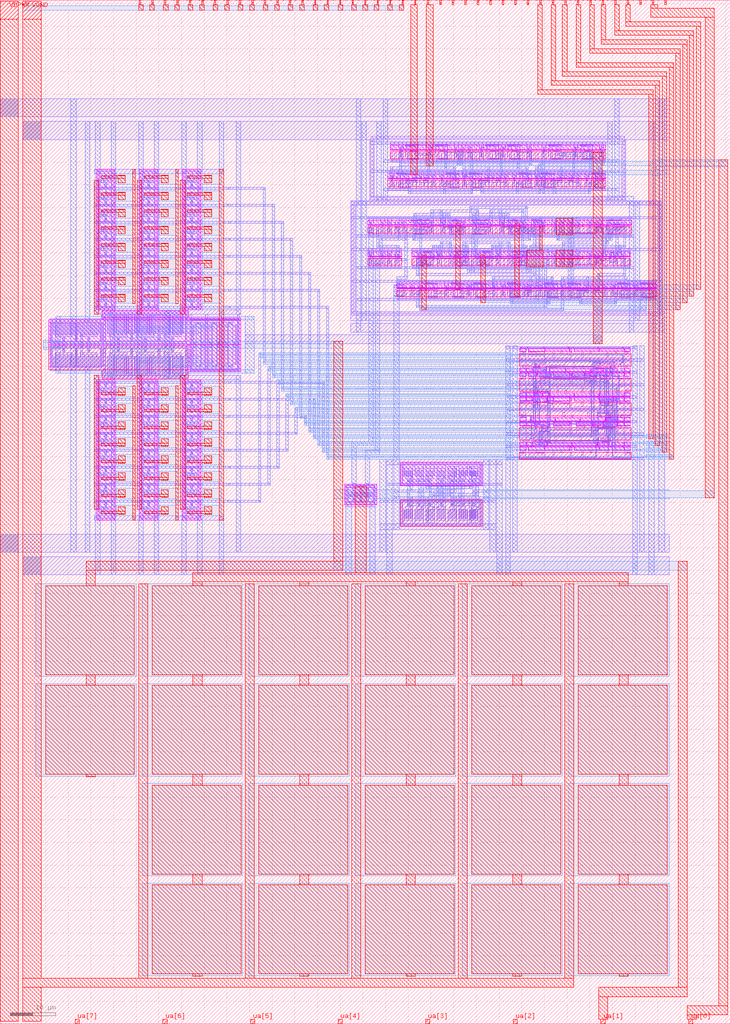
<source format=lef>
VERSION 5.7 ;
  NOWIREEXTENSIONATPIN ON ;
  DIVIDERCHAR "/" ;
  BUSBITCHARS "[]" ;
MACRO tt_um_assaify_mssf_pll
  CLASS BLOCK ;
  FOREIGN tt_um_assaify_mssf_pll ;
  ORIGIN 0.000 0.000 ;
  SIZE 161.000 BY 225.760 ;
  PIN clk
    DIRECTION INPUT ;
    USE SIGNAL ;
    ANTENNAGATEAREA 3.600000 ;
    PORT
      LAYER met4 ;
        RECT 143.830 224.760 144.130 225.760 ;
    END
  END clk
  PIN ena
    DIRECTION INPUT ;
    USE SIGNAL ;
    PORT
      LAYER met4 ;
        RECT 146.590 224.760 146.890 225.760 ;
    END
  END ena
  PIN rst_n
    DIRECTION INPUT ;
    USE SIGNAL ;
    PORT
      LAYER met4 ;
        RECT 141.070 224.760 141.370 225.760 ;
    END
  END rst_n
  PIN ua[0]
    DIRECTION INOUT ;
    USE SIGNAL ;
    ANTENNADIFFAREA 0.391500 ;
    PORT
      LAYER met4 ;
        RECT 151.810 0.000 152.710 1.000 ;
    END
  END ua[0]
  PIN ua[1]
    DIRECTION INOUT ;
    USE SIGNAL ;
    ANTENNADIFFAREA 40.340000 ;
    PORT
      LAYER met4 ;
        RECT 132.490 0.000 133.390 1.000 ;
    END
  END ua[1]
  PIN ua[2]
    DIRECTION INOUT ;
    USE SIGNAL ;
    PORT
      LAYER met4 ;
        RECT 113.170 0.000 114.070 1.000 ;
    END
  END ua[2]
  PIN ua[3]
    DIRECTION INOUT ;
    USE SIGNAL ;
    PORT
      LAYER met4 ;
        RECT 93.850 0.000 94.750 1.000 ;
    END
  END ua[3]
  PIN ua[4]
    DIRECTION INOUT ;
    USE SIGNAL ;
    PORT
      LAYER met4 ;
        RECT 74.530 0.000 75.430 1.000 ;
    END
  END ua[4]
  PIN ua[5]
    DIRECTION INOUT ;
    USE SIGNAL ;
    PORT
      LAYER met4 ;
        RECT 55.210 0.000 56.110 1.000 ;
    END
  END ua[5]
  PIN ua[6]
    DIRECTION INOUT ;
    USE SIGNAL ;
    PORT
      LAYER met4 ;
        RECT 35.890 0.000 36.790 1.000 ;
    END
  END ua[6]
  PIN ua[7]
    DIRECTION INOUT ;
    USE SIGNAL ;
    PORT
      LAYER met4 ;
        RECT 16.570 0.000 17.470 1.000 ;
    END
  END ua[7]
  PIN ui_in[0]
    DIRECTION INPUT ;
    USE SIGNAL ;
    ANTENNAGATEAREA 0.607500 ;
    PORT
      LAYER met4 ;
        RECT 138.310 224.760 138.610 225.760 ;
    END
  END ui_in[0]
  PIN ui_in[1]
    DIRECTION INPUT ;
    USE SIGNAL ;
    ANTENNAGATEAREA 0.607500 ;
    PORT
      LAYER met4 ;
        RECT 135.550 224.760 135.850 225.760 ;
    END
  END ui_in[1]
  PIN ui_in[2]
    DIRECTION INPUT ;
    USE SIGNAL ;
    ANTENNAGATEAREA 0.607500 ;
    PORT
      LAYER met4 ;
        RECT 132.790 224.760 133.090 225.760 ;
    END
  END ui_in[2]
  PIN ui_in[3]
    DIRECTION INPUT ;
    USE SIGNAL ;
    ANTENNAGATEAREA 0.607500 ;
    PORT
      LAYER met4 ;
        RECT 130.030 224.760 130.330 225.760 ;
    END
  END ui_in[3]
  PIN ui_in[4]
    DIRECTION INPUT ;
    USE SIGNAL ;
    ANTENNAGATEAREA 1.737000 ;
    PORT
      LAYER met4 ;
        RECT 127.270 224.760 127.570 225.760 ;
    END
  END ui_in[4]
  PIN ui_in[5]
    DIRECTION INPUT ;
    USE SIGNAL ;
    ANTENNAGATEAREA 1.737000 ;
    PORT
      LAYER met4 ;
        RECT 124.510 224.760 124.810 225.760 ;
    END
  END ui_in[5]
  PIN ui_in[6]
    DIRECTION INPUT ;
    USE SIGNAL ;
    ANTENNAGATEAREA 1.494000 ;
    PORT
      LAYER met4 ;
        RECT 121.750 224.760 122.050 225.760 ;
    END
  END ui_in[6]
  PIN ui_in[7]
    DIRECTION INPUT ;
    USE SIGNAL ;
    ANTENNAGATEAREA 1.900500 ;
    PORT
      LAYER met4 ;
        RECT 118.990 224.760 119.290 225.760 ;
    END
  END ui_in[7]
  PIN uio_in[0]
    DIRECTION INPUT ;
    USE SIGNAL ;
    PORT
      LAYER met4 ;
        RECT 116.230 224.760 116.530 225.760 ;
    END
  END uio_in[0]
  PIN uio_in[1]
    DIRECTION INPUT ;
    USE SIGNAL ;
    PORT
      LAYER met4 ;
        RECT 113.470 224.760 113.770 225.760 ;
    END
  END uio_in[1]
  PIN uio_in[2]
    DIRECTION INPUT ;
    USE SIGNAL ;
    PORT
      LAYER met4 ;
        RECT 110.710 224.760 111.010 225.760 ;
    END
  END uio_in[2]
  PIN uio_in[3]
    DIRECTION INPUT ;
    USE SIGNAL ;
    PORT
      LAYER met4 ;
        RECT 107.950 224.760 108.250 225.760 ;
    END
  END uio_in[3]
  PIN uio_in[4]
    DIRECTION INPUT ;
    USE SIGNAL ;
    PORT
      LAYER met4 ;
        RECT 105.190 224.760 105.490 225.760 ;
    END
  END uio_in[4]
  PIN uio_in[5]
    DIRECTION INPUT ;
    USE SIGNAL ;
    PORT
      LAYER met4 ;
        RECT 102.430 224.760 102.730 225.760 ;
    END
  END uio_in[5]
  PIN uio_in[6]
    DIRECTION INPUT ;
    USE SIGNAL ;
    PORT
      LAYER met4 ;
        RECT 99.670 224.760 99.970 225.760 ;
    END
  END uio_in[6]
  PIN uio_in[7]
    DIRECTION INPUT ;
    USE SIGNAL ;
    PORT
      LAYER met4 ;
        RECT 96.910 224.760 97.210 225.760 ;
    END
  END uio_in[7]
  PIN uio_oe[0]
    DIRECTION OUTPUT ;
    USE SIGNAL ;
    ANTENNAGATEAREA 105.069901 ;
    ANTENNADIFFAREA 440.560547 ;
    PORT
      LAYER met4 ;
        RECT 49.990 224.760 50.290 225.760 ;
    END
  END uio_oe[0]
  PIN uio_oe[1]
    DIRECTION OUTPUT ;
    USE SIGNAL ;
    ANTENNAGATEAREA 105.069901 ;
    ANTENNADIFFAREA 440.560547 ;
    PORT
      LAYER met4 ;
        RECT 47.230 224.760 47.530 225.760 ;
    END
  END uio_oe[1]
  PIN uio_oe[2]
    DIRECTION OUTPUT ;
    USE SIGNAL ;
    ANTENNAGATEAREA 105.069901 ;
    ANTENNADIFFAREA 440.560547 ;
    PORT
      LAYER met4 ;
        RECT 44.470 224.760 44.770 225.760 ;
    END
  END uio_oe[2]
  PIN uio_oe[3]
    DIRECTION OUTPUT ;
    USE SIGNAL ;
    ANTENNAGATEAREA 105.069901 ;
    ANTENNADIFFAREA 440.560547 ;
    PORT
      LAYER met4 ;
        RECT 41.710 224.760 42.010 225.760 ;
    END
  END uio_oe[3]
  PIN uio_oe[4]
    DIRECTION OUTPUT ;
    USE SIGNAL ;
    ANTENNAGATEAREA 105.069901 ;
    ANTENNADIFFAREA 440.560547 ;
    PORT
      LAYER met4 ;
        RECT 38.950 224.760 39.250 225.760 ;
    END
  END uio_oe[4]
  PIN uio_oe[5]
    DIRECTION OUTPUT ;
    USE SIGNAL ;
    ANTENNAGATEAREA 105.069901 ;
    ANTENNADIFFAREA 440.560547 ;
    PORT
      LAYER met4 ;
        RECT 36.190 224.760 36.490 225.760 ;
    END
  END uio_oe[5]
  PIN uio_oe[6]
    DIRECTION OUTPUT ;
    USE SIGNAL ;
    ANTENNAGATEAREA 105.069901 ;
    ANTENNADIFFAREA 440.560547 ;
    PORT
      LAYER met4 ;
        RECT 33.430 224.760 33.730 225.760 ;
    END
  END uio_oe[6]
  PIN uio_oe[7]
    DIRECTION OUTPUT ;
    USE SIGNAL ;
    ANTENNAGATEAREA 105.069901 ;
    ANTENNADIFFAREA 440.560547 ;
    PORT
      LAYER met4 ;
        RECT 30.670 224.760 30.970 225.760 ;
    END
  END uio_oe[7]
  PIN uio_out[0]
    DIRECTION OUTPUT ;
    USE SIGNAL ;
    ANTENNAGATEAREA 105.069901 ;
    ANTENNADIFFAREA 440.560547 ;
    PORT
      LAYER met4 ;
        RECT 72.070 224.760 72.370 225.760 ;
    END
  END uio_out[0]
  PIN uio_out[1]
    DIRECTION OUTPUT ;
    USE SIGNAL ;
    ANTENNAGATEAREA 105.069901 ;
    ANTENNADIFFAREA 440.560547 ;
    PORT
      LAYER met4 ;
        RECT 69.310 224.760 69.610 225.760 ;
    END
  END uio_out[1]
  PIN uio_out[2]
    DIRECTION OUTPUT ;
    USE SIGNAL ;
    ANTENNAGATEAREA 105.069901 ;
    ANTENNADIFFAREA 440.560547 ;
    PORT
      LAYER met4 ;
        RECT 66.550 224.760 66.850 225.760 ;
    END
  END uio_out[2]
  PIN uio_out[3]
    DIRECTION OUTPUT ;
    USE SIGNAL ;
    ANTENNAGATEAREA 105.069901 ;
    ANTENNADIFFAREA 440.560547 ;
    PORT
      LAYER met4 ;
        RECT 63.790 224.760 64.090 225.760 ;
    END
  END uio_out[3]
  PIN uio_out[4]
    DIRECTION OUTPUT ;
    USE SIGNAL ;
    ANTENNAGATEAREA 105.069901 ;
    ANTENNADIFFAREA 440.560547 ;
    PORT
      LAYER met4 ;
        RECT 61.030 224.760 61.330 225.760 ;
    END
  END uio_out[4]
  PIN uio_out[5]
    DIRECTION OUTPUT ;
    USE SIGNAL ;
    ANTENNAGATEAREA 105.069901 ;
    ANTENNADIFFAREA 440.560547 ;
    PORT
      LAYER met4 ;
        RECT 58.270 224.760 58.570 225.760 ;
    END
  END uio_out[5]
  PIN uio_out[6]
    DIRECTION OUTPUT ;
    USE SIGNAL ;
    ANTENNAGATEAREA 105.069901 ;
    ANTENNADIFFAREA 440.560547 ;
    PORT
      LAYER met4 ;
        RECT 55.510 224.760 55.810 225.760 ;
    END
  END uio_out[6]
  PIN uio_out[7]
    DIRECTION OUTPUT ;
    USE SIGNAL ;
    ANTENNAGATEAREA 105.069901 ;
    ANTENNADIFFAREA 440.560547 ;
    PORT
      LAYER met4 ;
        RECT 52.750 224.760 53.050 225.760 ;
    END
  END uio_out[7]
  PIN uo_out[0]
    DIRECTION OUTPUT ;
    USE SIGNAL ;
    ANTENNADIFFAREA 0.391500 ;
    PORT
      LAYER met4 ;
        RECT 94.150 224.760 94.450 225.760 ;
    END
  END uo_out[0]
  PIN uo_out[1]
    DIRECTION OUTPUT ;
    USE SIGNAL ;
    ANTENNADIFFAREA 0.391500 ;
    PORT
      LAYER met4 ;
        RECT 91.390 224.760 91.690 225.760 ;
    END
  END uo_out[1]
  PIN uo_out[2]
    DIRECTION OUTPUT ;
    USE SIGNAL ;
    ANTENNAGATEAREA 105.069901 ;
    ANTENNADIFFAREA 440.560547 ;
    PORT
      LAYER met4 ;
        RECT 88.630 224.760 88.930 225.760 ;
    END
  END uo_out[2]
  PIN uo_out[3]
    DIRECTION OUTPUT ;
    USE SIGNAL ;
    ANTENNAGATEAREA 105.069901 ;
    ANTENNADIFFAREA 440.560547 ;
    PORT
      LAYER met4 ;
        RECT 85.870 224.760 86.170 225.760 ;
    END
  END uo_out[3]
  PIN uo_out[4]
    DIRECTION OUTPUT ;
    USE SIGNAL ;
    ANTENNAGATEAREA 105.069901 ;
    ANTENNADIFFAREA 440.560547 ;
    PORT
      LAYER met4 ;
        RECT 83.110 224.760 83.410 225.760 ;
    END
  END uo_out[4]
  PIN uo_out[5]
    DIRECTION OUTPUT ;
    USE SIGNAL ;
    ANTENNAGATEAREA 105.069901 ;
    ANTENNADIFFAREA 440.560547 ;
    PORT
      LAYER met4 ;
        RECT 80.350 224.760 80.650 225.760 ;
    END
  END uo_out[5]
  PIN uo_out[6]
    DIRECTION OUTPUT ;
    USE SIGNAL ;
    ANTENNAGATEAREA 105.069901 ;
    ANTENNADIFFAREA 440.560547 ;
    PORT
      LAYER met4 ;
        RECT 77.590 224.760 77.890 225.760 ;
    END
  END uo_out[6]
  PIN uo_out[7]
    DIRECTION OUTPUT ;
    USE SIGNAL ;
    ANTENNAGATEAREA 105.069901 ;
    ANTENNADIFFAREA 440.560547 ;
    PORT
      LAYER met4 ;
        RECT 74.830 224.760 75.130 225.760 ;
    END
  END uo_out[7]
  PIN VDPWR
    ANTENNAGATEAREA 66.423500 ;
    ANTENNADIFFAREA 179.243042 ;
    PORT
      LAYER met4 ;
        RECT 0.000 221.500 4.000 225.500 ;
    END
  END VDPWR
  PIN VGND
    USE GROUND ;
    PORT
      LAYER met4 ;
        RECT 5.000 221.500 9.000 225.500 ;
    END
  END VGND
  OBS
      LAYER pwell ;
        RECT 86.000 192.770 133.500 193.715 ;
        RECT 86.000 192.730 86.180 192.770 ;
        RECT 86.570 192.730 86.930 192.770 ;
        RECT 87.320 192.730 92.680 192.770 ;
        RECT 93.070 192.730 93.430 192.770 ;
        RECT 93.820 192.730 99.180 192.770 ;
        RECT 99.570 192.730 104.680 192.770 ;
        RECT 105.070 192.730 115.180 192.770 ;
        RECT 115.570 192.730 117.680 192.770 ;
        RECT 118.070 192.730 118.430 192.770 ;
        RECT 118.820 192.730 124.000 192.770 ;
        RECT 124.320 192.730 124.680 192.770 ;
        RECT 125.070 192.730 125.430 192.770 ;
        RECT 125.820 192.730 131.180 192.770 ;
        RECT 131.570 192.730 133.500 192.770 ;
        RECT 86.000 192.645 133.500 192.730 ;
      LAYER nwell ;
        RECT 86.000 190.795 133.500 192.315 ;
      LAYER pwell ;
        RECT 21.250 157.500 25.250 188.500 ;
        RECT 30.750 157.500 34.750 188.500 ;
        RECT 40.250 157.500 44.250 188.500 ;
        RECT 85.500 186.520 133.500 187.465 ;
        RECT 85.500 186.480 92.430 186.520 ;
        RECT 92.820 186.480 108.430 186.520 ;
        RECT 108.820 186.480 124.430 186.520 ;
        RECT 124.820 186.480 133.500 186.520 ;
        RECT 85.500 186.395 133.500 186.480 ;
      LAYER nwell ;
        RECT 85.500 184.545 133.500 186.065 ;
      LAYER pwell ;
        RECT 81.000 176.270 139.250 177.215 ;
        RECT 81.000 176.230 82.930 176.270 ;
        RECT 83.320 176.230 90.180 176.270 ;
        RECT 90.570 176.230 96.180 176.270 ;
        RECT 96.570 176.230 103.180 176.270 ;
        RECT 103.570 176.230 109.180 176.270 ;
        RECT 109.570 176.230 116.180 176.270 ;
        RECT 116.570 176.230 120.680 176.270 ;
        RECT 121.070 176.230 128.430 176.270 ;
        RECT 128.820 176.230 138.680 176.270 ;
        RECT 139.070 176.230 139.250 176.270 ;
        RECT 81.000 176.145 139.250 176.230 ;
      LAYER nwell ;
        RECT 81.000 174.295 139.250 175.815 ;
      LAYER pwell ;
        RECT 81.000 169.270 88.500 170.215 ;
        RECT 81.000 169.230 82.930 169.270 ;
        RECT 83.320 169.230 88.500 169.270 ;
        RECT 81.000 169.145 88.500 169.230 ;
        RECT 90.750 169.270 139.000 170.215 ;
        RECT 90.750 169.230 90.930 169.270 ;
        RECT 91.320 169.230 97.930 169.270 ;
        RECT 98.320 169.230 103.930 169.270 ;
        RECT 104.320 169.230 110.930 169.270 ;
        RECT 111.320 169.230 120.680 169.270 ;
        RECT 121.070 169.230 128.430 169.270 ;
        RECT 128.820 169.230 133.430 169.270 ;
        RECT 133.820 169.230 138.430 169.270 ;
        RECT 138.820 169.230 139.000 169.270 ;
        RECT 90.750 169.145 139.000 169.230 ;
      LAYER nwell ;
        RECT 81.000 167.295 88.500 168.815 ;
        RECT 90.750 167.295 139.000 168.815 ;
      LAYER pwell ;
        RECT 87.500 162.270 144.750 163.215 ;
        RECT 87.500 162.230 87.680 162.270 ;
        RECT 88.070 162.230 96.930 162.270 ;
        RECT 97.320 162.230 107.680 162.270 ;
        RECT 108.070 162.230 117.680 162.270 ;
        RECT 118.070 162.230 130.180 162.270 ;
        RECT 130.570 162.230 144.250 162.270 ;
        RECT 144.570 162.230 144.750 162.270 ;
        RECT 87.500 162.145 144.750 162.230 ;
      LAYER nwell ;
        RECT 87.500 160.295 144.750 161.815 ;
      LAYER pwell ;
        RECT 22.500 155.750 41.500 157.250 ;
        RECT 22.500 155.250 53.000 155.750 ;
        RECT 10.750 149.750 53.000 155.250 ;
      LAYER nwell ;
        RECT 10.750 144.250 41.500 149.750 ;
        RECT 22.500 142.250 41.500 144.250 ;
      LAYER pwell ;
        RECT 41.500 143.750 53.000 149.750 ;
        RECT 114.745 149.015 114.915 149.205 ;
        RECT 116.180 149.065 116.300 149.175 ;
        RECT 119.805 149.015 119.975 149.205 ;
        RECT 125.325 149.015 125.495 149.205 ;
        RECT 126.300 149.065 126.420 149.175 ;
        RECT 131.765 149.015 131.935 149.205 ;
        RECT 137.285 149.015 137.455 149.205 ;
        RECT 138.665 149.015 138.835 149.205 ;
        RECT 114.605 148.205 115.975 149.015 ;
        RECT 116.445 148.205 120.115 149.015 ;
        RECT 120.125 148.205 125.635 149.015 ;
        RECT 125.655 148.145 126.085 148.930 ;
        RECT 126.565 148.205 132.075 149.015 ;
        RECT 132.085 148.205 137.595 149.015 ;
        RECT 137.605 148.205 138.975 149.015 ;
      LAYER nwell ;
        RECT 114.410 144.985 139.170 147.815 ;
      LAYER pwell ;
        RECT 114.605 143.785 115.975 144.595 ;
        RECT 115.985 143.785 117.355 144.595 ;
        RECT 117.535 143.785 120.575 144.695 ;
        RECT 131.395 144.605 132.985 144.695 ;
        RECT 121.045 143.785 124.715 144.595 ;
        RECT 124.725 143.785 130.235 144.595 ;
        RECT 130.415 143.785 132.985 144.605 ;
        RECT 133.005 143.785 136.045 144.695 ;
        RECT 137.605 143.785 138.975 144.595 ;
        RECT 114.745 143.575 114.915 143.785 ;
        RECT 116.180 143.625 116.300 143.735 ;
        RECT 117.045 143.595 117.215 143.785 ;
        RECT 117.535 143.765 117.680 143.785 ;
        RECT 117.510 143.595 117.680 143.765 ;
        RECT 117.965 143.575 118.135 143.765 ;
        RECT 118.430 143.595 118.600 143.765 ;
        RECT 120.780 143.625 120.900 143.735 ;
        RECT 121.700 143.625 121.820 143.735 ;
        RECT 124.405 143.595 124.575 143.785 ;
        RECT 118.455 143.575 118.600 143.595 ;
        RECT 125.325 143.575 125.495 143.765 ;
        RECT 128.545 143.575 128.715 143.765 ;
        RECT 114.605 142.765 115.975 143.575 ;
        RECT 116.445 142.765 118.275 143.575 ;
        RECT 118.455 142.665 121.495 143.575 ;
        RECT 121.965 142.765 125.635 143.575 ;
        RECT 125.655 142.705 126.085 143.490 ;
        RECT 126.105 142.765 128.855 143.575 ;
        RECT 129.005 143.545 129.175 143.765 ;
        RECT 129.925 143.595 130.095 143.785 ;
        RECT 130.415 143.765 130.555 143.785 ;
        RECT 135.900 143.765 136.045 143.785 ;
        RECT 130.385 143.595 130.555 143.765 ;
        RECT 131.820 143.625 131.940 143.735 ;
        RECT 132.230 143.575 132.400 143.765 ;
        RECT 134.580 143.625 134.700 143.735 ;
        RECT 135.900 143.595 136.070 143.765 ;
        RECT 136.365 143.595 136.535 143.765 ;
        RECT 137.285 143.575 137.455 143.765 ;
        RECT 138.665 143.575 138.835 143.785 ;
        RECT 130.220 143.545 131.615 143.575 ;
        RECT 128.880 142.865 131.615 143.545 ;
        RECT 132.085 142.895 134.360 143.575 ;
        RECT 130.205 142.665 131.615 142.865 ;
        RECT 132.990 142.665 134.360 142.895 ;
        RECT 134.845 142.765 137.595 143.575 ;
        RECT 137.605 142.765 138.975 143.575 ;
        RECT 21.250 111.000 25.250 142.000 ;
        RECT 30.750 111.000 34.750 142.000 ;
        RECT 40.250 111.000 44.250 142.000 ;
      LAYER nwell ;
        RECT 114.410 139.545 139.170 142.375 ;
      LAYER pwell ;
        RECT 114.605 138.345 115.975 139.155 ;
        RECT 115.985 138.345 117.815 139.155 ;
        RECT 117.825 139.025 119.170 139.255 ;
        RECT 117.825 138.345 119.655 139.025 ;
        RECT 119.665 138.345 121.035 139.155 ;
        RECT 121.045 138.345 126.555 139.155 ;
        RECT 126.565 138.345 132.075 139.155 ;
        RECT 132.085 138.345 137.595 139.155 ;
        RECT 137.605 138.345 138.975 139.155 ;
        RECT 114.745 138.135 114.915 138.345 ;
        RECT 117.505 138.325 117.675 138.345 ;
        RECT 117.045 138.135 117.215 138.325 ;
        RECT 117.505 138.155 117.680 138.325 ;
        RECT 119.345 138.155 119.515 138.345 ;
        RECT 120.725 138.155 120.895 138.345 ;
        RECT 117.535 138.135 117.680 138.155 ;
        RECT 121.645 138.135 121.815 138.325 ;
        RECT 125.325 138.135 125.495 138.325 ;
        RECT 126.245 138.295 126.415 138.345 ;
        RECT 126.245 138.185 126.420 138.295 ;
        RECT 126.245 138.155 126.415 138.185 ;
        RECT 131.765 138.135 131.935 138.345 ;
        RECT 134.980 138.135 135.150 138.325 ;
        RECT 135.500 138.185 135.620 138.295 ;
        RECT 137.285 138.135 137.455 138.345 ;
        RECT 138.665 138.135 138.835 138.345 ;
        RECT 114.605 137.325 115.975 138.135 ;
        RECT 115.985 137.325 117.355 138.135 ;
        RECT 117.535 137.225 120.575 138.135 ;
        RECT 120.585 137.325 121.955 138.135 ;
        RECT 121.965 137.325 125.635 138.135 ;
        RECT 125.655 137.265 126.085 138.050 ;
        RECT 126.565 137.325 132.075 138.135 ;
        RECT 132.085 137.225 135.295 138.135 ;
        RECT 135.765 137.325 137.595 138.135 ;
        RECT 137.605 137.325 138.975 138.135 ;
      LAYER nwell ;
        RECT 114.410 134.105 139.170 136.935 ;
      LAYER pwell ;
        RECT 114.605 132.905 115.975 133.715 ;
        RECT 116.905 132.905 122.415 133.715 ;
        RECT 122.425 132.905 127.935 133.715 ;
        RECT 127.945 132.905 133.455 133.715 ;
        RECT 133.495 133.615 134.875 133.815 ;
        RECT 133.495 132.935 136.200 133.615 ;
        RECT 133.495 132.905 134.875 132.935 ;
        RECT 114.745 132.695 114.915 132.905 ;
        RECT 116.585 132.750 116.745 132.860 ;
        RECT 117.505 132.695 117.675 132.885 ;
        RECT 117.970 132.695 118.140 132.885 ;
        RECT 121.645 132.740 121.805 132.850 ;
        RECT 122.105 132.715 122.275 132.905 ;
        RECT 125.325 132.695 125.495 132.885 ;
        RECT 126.705 132.740 126.865 132.850 ;
        RECT 127.625 132.715 127.795 132.905 ;
        RECT 130.385 132.695 130.555 132.885 ;
        RECT 132.680 132.695 132.850 132.885 ;
        RECT 133.145 132.715 133.315 132.905 ;
        RECT 135.905 132.885 136.075 132.935 ;
        RECT 136.225 132.905 137.595 133.715 ;
        RECT 137.605 132.905 138.975 133.715 ;
        RECT 135.900 132.715 136.075 132.885 ;
        RECT 135.900 132.695 136.070 132.715 ;
        RECT 137.285 132.695 137.455 132.905 ;
        RECT 138.665 132.695 138.835 132.905 ;
        RECT 114.605 131.885 115.975 132.695 ;
        RECT 115.985 131.885 117.815 132.695 ;
        RECT 117.825 131.785 121.035 132.695 ;
        RECT 121.965 131.885 125.635 132.695 ;
        RECT 125.655 131.825 126.085 132.610 ;
        RECT 127.025 131.885 130.695 132.695 ;
        RECT 130.720 132.015 132.995 132.695 ;
        RECT 130.720 131.785 132.090 132.015 ;
        RECT 133.005 131.785 136.215 132.695 ;
        RECT 136.225 131.885 137.595 132.695 ;
        RECT 137.605 131.885 138.975 132.695 ;
      LAYER nwell ;
        RECT 114.410 128.665 139.170 131.495 ;
      LAYER pwell ;
        RECT 114.605 127.465 115.975 128.275 ;
        RECT 115.985 127.465 117.355 128.275 ;
        RECT 117.365 127.465 120.575 128.375 ;
        RECT 132.775 128.285 134.365 128.375 ;
        RECT 120.585 127.465 126.095 128.275 ;
        RECT 126.105 127.465 131.615 128.275 ;
        RECT 131.795 127.465 134.365 128.285 ;
        RECT 134.845 127.465 137.595 128.275 ;
        RECT 137.605 127.465 138.975 128.275 ;
        RECT 114.745 127.255 114.915 127.465 ;
        RECT 116.180 127.305 116.300 127.415 ;
        RECT 117.045 127.275 117.215 127.465 ;
        RECT 117.510 127.275 117.680 127.465 ;
        RECT 119.805 127.255 119.975 127.445 ;
        RECT 125.325 127.255 125.495 127.445 ;
        RECT 125.785 127.275 125.955 127.465 ;
        RECT 126.300 127.305 126.420 127.415 ;
        RECT 131.305 127.275 131.475 127.465 ;
        RECT 131.795 127.445 131.935 127.465 ;
        RECT 131.765 127.255 131.935 127.445 ;
        RECT 134.580 127.305 134.700 127.415 ;
        RECT 137.285 127.255 137.455 127.465 ;
        RECT 138.665 127.255 138.835 127.465 ;
        RECT 114.605 126.445 115.975 127.255 ;
        RECT 116.445 126.445 120.115 127.255 ;
        RECT 120.125 126.445 125.635 127.255 ;
        RECT 125.655 126.385 126.085 127.170 ;
        RECT 126.565 126.445 132.075 127.255 ;
        RECT 132.085 126.445 137.595 127.255 ;
        RECT 137.605 126.445 138.975 127.255 ;
      LAYER nwell ;
        RECT 114.410 124.450 139.170 126.055 ;
      LAYER pwell ;
        RECT 76.000 114.500 83.000 119.000 ;
        RECT 88.195 118.695 106.305 123.805 ;
      LAYER nwell ;
        RECT 88.195 109.695 106.305 115.555 ;
      LAYER li1 ;
        RECT 81.750 195.250 137.750 195.750 ;
        RECT 21.625 187.875 24.875 188.125 ;
        RECT 21.625 184.375 21.875 187.875 ;
        RECT 23.165 186.750 23.335 187.250 ;
        RECT 22.280 185.480 22.760 186.520 ;
        RECT 23.030 185.480 23.470 186.520 ;
        RECT 23.740 185.480 24.220 186.520 ;
        RECT 23.165 184.750 23.335 185.250 ;
        RECT 24.625 184.375 24.875 187.875 ;
        RECT 21.625 184.125 24.875 184.375 ;
        RECT 21.625 180.625 21.875 184.125 ;
        RECT 23.165 183.000 23.335 183.500 ;
        RECT 22.280 181.730 22.760 182.770 ;
        RECT 23.030 181.730 23.470 182.770 ;
        RECT 23.740 181.730 24.220 182.770 ;
        RECT 23.165 181.000 23.335 181.500 ;
        RECT 24.625 180.625 24.875 184.125 ;
        RECT 21.625 180.375 24.875 180.625 ;
        RECT 21.625 176.875 21.875 180.375 ;
        RECT 23.165 179.250 23.335 179.750 ;
        RECT 22.280 177.980 22.760 179.020 ;
        RECT 23.030 177.980 23.470 179.020 ;
        RECT 23.740 177.980 24.220 179.020 ;
        RECT 23.165 177.250 23.335 177.750 ;
        RECT 24.625 176.875 24.875 180.375 ;
        RECT 21.625 176.625 24.875 176.875 ;
        RECT 21.625 173.125 21.875 176.625 ;
        RECT 23.165 175.500 23.335 176.000 ;
        RECT 22.280 174.230 22.760 175.270 ;
        RECT 23.030 174.230 23.470 175.270 ;
        RECT 23.740 174.230 24.220 175.270 ;
        RECT 23.165 173.500 23.335 174.000 ;
        RECT 24.625 173.125 24.875 176.625 ;
        RECT 21.625 172.875 24.875 173.125 ;
        RECT 21.625 169.375 21.875 172.875 ;
        RECT 23.165 171.750 23.335 172.250 ;
        RECT 22.280 170.480 22.760 171.520 ;
        RECT 23.030 170.480 23.470 171.520 ;
        RECT 23.740 170.480 24.220 171.520 ;
        RECT 23.165 169.750 23.335 170.250 ;
        RECT 24.625 169.375 24.875 172.875 ;
        RECT 21.625 169.125 24.875 169.375 ;
        RECT 21.625 165.625 21.875 169.125 ;
        RECT 23.165 168.000 23.335 168.500 ;
        RECT 22.280 166.730 22.760 167.770 ;
        RECT 23.030 166.730 23.470 167.770 ;
        RECT 23.740 166.730 24.220 167.770 ;
        RECT 23.165 166.000 23.335 166.500 ;
        RECT 24.625 165.625 24.875 169.125 ;
        RECT 21.625 165.375 24.875 165.625 ;
        RECT 21.625 161.875 21.875 165.375 ;
        RECT 23.165 164.250 23.335 164.750 ;
        RECT 22.280 162.980 22.760 164.020 ;
        RECT 23.030 162.980 23.470 164.020 ;
        RECT 23.740 162.980 24.220 164.020 ;
        RECT 23.165 162.250 23.335 162.750 ;
        RECT 24.625 161.875 24.875 165.375 ;
        RECT 21.625 161.625 24.875 161.875 ;
        RECT 21.625 158.125 21.875 161.625 ;
        RECT 23.165 160.500 23.335 161.000 ;
        RECT 22.280 159.230 22.760 160.270 ;
        RECT 23.030 159.230 23.470 160.270 ;
        RECT 23.740 159.230 24.220 160.270 ;
        RECT 23.165 158.500 23.335 159.000 ;
        RECT 24.625 158.125 24.875 161.625 ;
        RECT 21.625 157.875 24.875 158.125 ;
        RECT 31.125 187.875 34.375 188.125 ;
        RECT 31.125 184.375 31.375 187.875 ;
        RECT 32.665 186.750 32.835 187.250 ;
        RECT 31.780 185.480 32.260 186.520 ;
        RECT 32.530 185.480 32.970 186.520 ;
        RECT 33.240 185.480 33.720 186.520 ;
        RECT 32.665 184.750 32.835 185.250 ;
        RECT 34.125 184.375 34.375 187.875 ;
        RECT 31.125 184.125 34.375 184.375 ;
        RECT 31.125 180.625 31.375 184.125 ;
        RECT 32.665 183.000 32.835 183.500 ;
        RECT 31.780 181.730 32.260 182.770 ;
        RECT 32.530 181.730 32.970 182.770 ;
        RECT 33.240 181.730 33.720 182.770 ;
        RECT 32.665 181.000 32.835 181.500 ;
        RECT 34.125 180.625 34.375 184.125 ;
        RECT 31.125 180.375 34.375 180.625 ;
        RECT 31.125 176.875 31.375 180.375 ;
        RECT 32.665 179.250 32.835 179.750 ;
        RECT 31.780 177.980 32.260 179.020 ;
        RECT 32.530 177.980 32.970 179.020 ;
        RECT 33.240 177.980 33.720 179.020 ;
        RECT 32.665 177.250 32.835 177.750 ;
        RECT 34.125 176.875 34.375 180.375 ;
        RECT 31.125 176.625 34.375 176.875 ;
        RECT 31.125 173.125 31.375 176.625 ;
        RECT 32.665 175.500 32.835 176.000 ;
        RECT 31.780 174.230 32.260 175.270 ;
        RECT 32.530 174.230 32.970 175.270 ;
        RECT 33.240 174.230 33.720 175.270 ;
        RECT 32.665 173.500 32.835 174.000 ;
        RECT 34.125 173.125 34.375 176.625 ;
        RECT 31.125 172.875 34.375 173.125 ;
        RECT 31.125 169.375 31.375 172.875 ;
        RECT 32.665 171.750 32.835 172.250 ;
        RECT 31.780 170.480 32.260 171.520 ;
        RECT 32.530 170.480 32.970 171.520 ;
        RECT 33.240 170.480 33.720 171.520 ;
        RECT 32.665 169.750 32.835 170.250 ;
        RECT 34.125 169.375 34.375 172.875 ;
        RECT 31.125 169.125 34.375 169.375 ;
        RECT 31.125 165.625 31.375 169.125 ;
        RECT 32.665 168.000 32.835 168.500 ;
        RECT 31.780 166.730 32.260 167.770 ;
        RECT 32.530 166.730 32.970 167.770 ;
        RECT 33.240 166.730 33.720 167.770 ;
        RECT 32.665 166.000 32.835 166.500 ;
        RECT 34.125 165.625 34.375 169.125 ;
        RECT 31.125 165.375 34.375 165.625 ;
        RECT 31.125 161.875 31.375 165.375 ;
        RECT 32.665 164.250 32.835 164.750 ;
        RECT 31.780 162.980 32.260 164.020 ;
        RECT 32.530 162.980 32.970 164.020 ;
        RECT 33.240 162.980 33.720 164.020 ;
        RECT 32.665 162.250 32.835 162.750 ;
        RECT 34.125 161.875 34.375 165.375 ;
        RECT 31.125 161.625 34.375 161.875 ;
        RECT 31.125 158.125 31.375 161.625 ;
        RECT 32.665 160.500 32.835 161.000 ;
        RECT 31.780 159.230 32.260 160.270 ;
        RECT 32.530 159.230 32.970 160.270 ;
        RECT 33.240 159.230 33.720 160.270 ;
        RECT 32.665 158.500 32.835 159.000 ;
        RECT 34.125 158.125 34.375 161.625 ;
        RECT 31.125 157.875 34.375 158.125 ;
        RECT 40.625 187.875 43.875 188.125 ;
        RECT 40.625 184.375 40.875 187.875 ;
        RECT 42.165 186.750 42.335 187.250 ;
        RECT 41.280 185.480 41.760 186.520 ;
        RECT 42.030 185.480 42.470 186.520 ;
        RECT 42.740 185.480 43.220 186.520 ;
        RECT 42.165 184.750 42.335 185.250 ;
        RECT 43.625 184.375 43.875 187.875 ;
        RECT 40.625 184.125 43.875 184.375 ;
        RECT 40.625 180.625 40.875 184.125 ;
        RECT 42.165 183.000 42.335 183.500 ;
        RECT 41.280 181.730 41.760 182.770 ;
        RECT 42.030 181.730 42.470 182.770 ;
        RECT 42.740 181.730 43.220 182.770 ;
        RECT 42.165 181.000 42.335 181.500 ;
        RECT 43.625 180.625 43.875 184.125 ;
        RECT 81.750 182.250 82.250 195.250 ;
        RECT 86.000 194.135 133.500 194.385 ;
        RECT 86.180 192.770 86.570 194.135 ;
        RECT 86.930 192.770 87.320 194.135 ;
        RECT 87.870 192.935 88.040 194.135 ;
        RECT 88.210 192.935 88.480 193.425 ;
        RECT 88.750 192.935 88.920 194.135 ;
        RECT 89.350 193.615 90.860 193.965 ;
        RECT 89.590 193.105 89.760 193.425 ;
        RECT 89.310 192.935 89.760 193.105 ;
        RECT 90.090 192.935 90.360 193.425 ;
        RECT 91.030 192.935 91.200 194.135 ;
        RECT 91.370 192.935 91.640 193.425 ;
        RECT 88.210 192.025 88.380 192.935 ;
        RECT 89.310 192.645 89.480 192.935 ;
        RECT 88.550 192.315 89.480 192.645 ;
        RECT 89.650 192.640 89.820 192.645 ;
        RECT 90.090 192.640 90.260 192.935 ;
        RECT 89.650 192.315 90.260 192.640 ;
        RECT 91.370 192.565 91.540 192.935 ;
        RECT 90.430 192.395 91.540 192.565 ;
        RECT 86.180 190.375 86.570 191.965 ;
        RECT 86.930 190.375 87.320 191.965 ;
        RECT 87.870 190.375 88.040 192.025 ;
        RECT 88.210 191.085 88.480 192.025 ;
        RECT 88.750 190.375 88.920 192.025 ;
        RECT 89.310 191.085 89.480 192.315 ;
        RECT 90.090 192.025 90.260 192.315 ;
        RECT 91.370 192.025 91.540 192.395 ;
        RECT 91.710 192.315 91.880 192.645 ;
        RECT 89.750 190.375 89.920 192.025 ;
        RECT 90.090 191.085 90.360 192.025 ;
        RECT 90.090 190.700 90.420 190.870 ;
        RECT 90.750 190.375 90.920 192.025 ;
        RECT 91.370 191.085 91.760 192.025 ;
        RECT 92.050 192.000 92.220 193.815 ;
        RECT 92.680 192.770 93.070 194.135 ;
        RECT 93.430 192.770 93.820 194.135 ;
        RECT 94.370 192.935 94.540 194.135 ;
        RECT 94.710 192.935 94.980 193.425 ;
        RECT 95.250 192.935 95.420 194.135 ;
        RECT 95.850 193.615 97.360 193.965 ;
        RECT 96.090 193.105 96.260 193.425 ;
        RECT 95.810 192.935 96.260 193.105 ;
        RECT 96.590 192.935 96.860 193.425 ;
        RECT 97.530 192.935 97.700 194.135 ;
        RECT 97.870 192.935 98.140 193.425 ;
        RECT 94.710 192.025 94.880 192.935 ;
        RECT 95.810 192.645 95.980 192.935 ;
        RECT 95.050 192.315 95.980 192.645 ;
        RECT 96.150 192.640 96.320 192.645 ;
        RECT 96.590 192.640 96.760 192.935 ;
        RECT 96.150 192.315 96.760 192.640 ;
        RECT 97.870 192.565 98.040 192.935 ;
        RECT 96.930 192.395 98.040 192.565 ;
        RECT 91.930 191.500 92.220 192.000 ;
        RECT 91.350 190.700 91.680 190.870 ;
        RECT 92.050 190.670 92.220 191.500 ;
        RECT 92.680 190.375 93.070 191.965 ;
        RECT 93.430 190.375 93.820 191.965 ;
        RECT 94.370 190.375 94.540 192.025 ;
        RECT 94.710 191.085 94.980 192.025 ;
        RECT 95.250 190.375 95.420 192.025 ;
        RECT 95.810 191.085 95.980 192.315 ;
        RECT 96.590 192.025 96.760 192.315 ;
        RECT 97.870 192.025 98.040 192.395 ;
        RECT 98.210 192.315 98.380 192.645 ;
        RECT 96.250 190.375 96.420 192.025 ;
        RECT 96.590 191.085 96.860 192.025 ;
        RECT 96.590 190.700 96.920 190.870 ;
        RECT 97.250 190.375 97.420 192.025 ;
        RECT 97.870 191.085 98.260 192.025 ;
        RECT 98.550 192.000 98.720 193.815 ;
        RECT 99.180 192.770 99.570 194.135 ;
        RECT 100.085 192.935 100.255 194.135 ;
        RECT 100.525 192.935 100.695 193.425 ;
        RECT 100.965 192.935 101.135 194.135 ;
        RECT 101.585 192.935 101.755 194.135 ;
        RECT 102.025 192.935 102.195 193.425 ;
        RECT 102.465 192.935 102.635 194.135 ;
        RECT 103.085 192.935 103.255 194.135 ;
        RECT 103.525 192.935 103.695 193.425 ;
        RECT 103.965 192.935 104.135 194.135 ;
        RECT 104.680 192.770 105.070 194.135 ;
        RECT 105.620 192.935 105.790 194.135 ;
        RECT 105.960 192.935 106.230 193.425 ;
        RECT 106.500 192.935 106.670 194.135 ;
        RECT 107.100 193.615 108.610 193.965 ;
        RECT 107.340 193.105 107.510 193.425 ;
        RECT 107.060 192.935 107.510 193.105 ;
        RECT 107.840 192.935 108.110 193.425 ;
        RECT 108.780 192.935 108.950 194.135 ;
        RECT 109.120 192.935 109.390 193.425 ;
        RECT 100.365 192.645 101.220 192.725 ;
        RECT 101.865 192.645 102.720 192.725 ;
        RECT 103.365 192.645 104.220 192.725 ;
        RECT 100.365 192.315 101.250 192.645 ;
        RECT 101.865 192.315 102.750 192.645 ;
        RECT 103.365 192.315 104.250 192.645 ;
        RECT 100.365 192.235 101.220 192.315 ;
        RECT 101.865 192.235 102.720 192.315 ;
        RECT 103.365 192.235 104.220 192.315 ;
        RECT 105.960 192.025 106.130 192.935 ;
        RECT 107.060 192.645 107.230 192.935 ;
        RECT 106.300 192.315 107.230 192.645 ;
        RECT 107.400 192.640 107.570 192.645 ;
        RECT 107.840 192.640 108.010 192.935 ;
        RECT 107.400 192.315 108.010 192.640 ;
        RECT 109.120 192.565 109.290 192.935 ;
        RECT 108.180 192.395 109.290 192.565 ;
        RECT 98.430 191.500 98.720 192.000 ;
        RECT 97.850 190.700 98.180 190.870 ;
        RECT 98.550 190.670 98.720 191.500 ;
        RECT 99.180 190.375 99.570 191.965 ;
        RECT 100.085 190.375 100.255 192.025 ;
        RECT 100.525 191.085 100.695 192.025 ;
        RECT 100.965 190.375 101.135 192.025 ;
        RECT 101.585 190.375 101.755 192.025 ;
        RECT 102.025 191.085 102.195 192.025 ;
        RECT 102.465 190.375 102.635 192.025 ;
        RECT 103.085 190.375 103.255 192.025 ;
        RECT 103.525 191.085 103.695 192.025 ;
        RECT 103.965 190.375 104.135 192.025 ;
        RECT 104.680 190.375 105.070 191.965 ;
        RECT 105.620 190.375 105.790 192.025 ;
        RECT 105.960 191.085 106.230 192.025 ;
        RECT 106.500 190.375 106.670 192.025 ;
        RECT 107.060 191.085 107.230 192.315 ;
        RECT 107.840 192.025 108.010 192.315 ;
        RECT 109.120 192.025 109.290 192.395 ;
        RECT 109.460 192.315 109.630 192.645 ;
        RECT 107.500 190.375 107.670 192.025 ;
        RECT 107.840 191.085 108.110 192.025 ;
        RECT 107.840 190.700 108.170 190.870 ;
        RECT 108.500 190.375 108.670 192.025 ;
        RECT 109.120 191.085 109.510 192.025 ;
        RECT 109.800 192.000 109.970 193.815 ;
        RECT 110.370 192.935 110.540 194.135 ;
        RECT 110.710 192.935 110.980 193.425 ;
        RECT 111.250 192.935 111.420 194.135 ;
        RECT 111.850 193.615 113.360 193.965 ;
        RECT 112.090 193.105 112.260 193.425 ;
        RECT 111.810 192.935 112.260 193.105 ;
        RECT 112.590 192.935 112.860 193.425 ;
        RECT 113.530 192.935 113.700 194.135 ;
        RECT 113.870 192.935 114.140 193.425 ;
        RECT 110.710 192.025 110.880 192.935 ;
        RECT 111.810 192.645 111.980 192.935 ;
        RECT 111.050 192.315 111.980 192.645 ;
        RECT 112.150 192.640 112.320 192.645 ;
        RECT 112.590 192.640 112.760 192.935 ;
        RECT 112.150 192.315 112.760 192.640 ;
        RECT 113.870 192.565 114.040 192.935 ;
        RECT 112.930 192.395 114.040 192.565 ;
        RECT 109.680 191.500 109.970 192.000 ;
        RECT 109.100 190.700 109.430 190.870 ;
        RECT 109.800 190.670 109.970 191.500 ;
        RECT 110.370 190.375 110.540 192.025 ;
        RECT 110.710 191.085 110.980 192.025 ;
        RECT 111.250 190.375 111.420 192.025 ;
        RECT 111.810 191.085 111.980 192.315 ;
        RECT 112.590 192.025 112.760 192.315 ;
        RECT 113.870 192.025 114.040 192.395 ;
        RECT 114.210 192.315 114.380 192.645 ;
        RECT 112.250 190.375 112.420 192.025 ;
        RECT 112.590 191.085 112.860 192.025 ;
        RECT 112.590 190.700 112.920 190.870 ;
        RECT 113.250 190.375 113.420 192.025 ;
        RECT 113.870 191.085 114.260 192.025 ;
        RECT 114.550 192.000 114.720 193.815 ;
        RECT 115.180 192.770 115.570 194.135 ;
        RECT 116.085 192.935 116.255 194.135 ;
        RECT 116.525 192.935 116.695 193.425 ;
        RECT 116.965 192.935 117.135 194.135 ;
        RECT 117.680 192.770 118.070 194.135 ;
        RECT 118.430 192.770 118.820 194.135 ;
        RECT 119.370 192.935 119.540 194.135 ;
        RECT 119.710 192.935 119.980 193.425 ;
        RECT 120.250 192.935 120.420 194.135 ;
        RECT 120.850 193.615 122.360 193.965 ;
        RECT 121.090 193.105 121.260 193.425 ;
        RECT 120.810 192.935 121.260 193.105 ;
        RECT 121.590 192.935 121.860 193.425 ;
        RECT 122.530 192.935 122.700 194.135 ;
        RECT 122.870 192.935 123.140 193.425 ;
        RECT 116.365 192.645 117.220 192.725 ;
        RECT 116.365 192.315 117.250 192.645 ;
        RECT 116.365 192.235 117.220 192.315 ;
        RECT 119.710 192.025 119.880 192.935 ;
        RECT 120.810 192.645 120.980 192.935 ;
        RECT 120.050 192.315 120.980 192.645 ;
        RECT 121.150 192.640 121.320 192.645 ;
        RECT 121.590 192.640 121.760 192.935 ;
        RECT 121.150 192.315 121.760 192.640 ;
        RECT 122.870 192.565 123.040 192.935 ;
        RECT 121.930 192.395 123.040 192.565 ;
        RECT 114.430 191.500 114.720 192.000 ;
        RECT 113.850 190.700 114.180 190.870 ;
        RECT 114.550 190.670 114.720 191.500 ;
        RECT 115.180 190.375 115.570 191.965 ;
        RECT 116.085 190.375 116.255 192.025 ;
        RECT 116.525 191.085 116.695 192.025 ;
        RECT 116.965 190.375 117.135 192.025 ;
        RECT 117.680 190.375 118.070 191.965 ;
        RECT 118.430 190.375 118.820 191.965 ;
        RECT 119.370 190.375 119.540 192.025 ;
        RECT 119.710 191.085 119.980 192.025 ;
        RECT 120.250 190.375 120.420 192.025 ;
        RECT 120.810 191.085 120.980 192.315 ;
        RECT 121.590 192.025 121.760 192.315 ;
        RECT 122.870 192.025 123.040 192.395 ;
        RECT 123.210 192.315 123.380 192.645 ;
        RECT 121.250 190.375 121.420 192.025 ;
        RECT 121.590 191.085 121.860 192.025 ;
        RECT 121.590 190.700 121.920 190.870 ;
        RECT 122.250 190.375 122.420 192.025 ;
        RECT 122.870 191.085 123.260 192.025 ;
        RECT 123.550 192.000 123.720 193.815 ;
        RECT 123.930 192.770 124.320 194.135 ;
        RECT 124.680 192.770 125.070 194.135 ;
        RECT 125.430 192.770 125.820 194.135 ;
        RECT 126.370 192.935 126.540 194.135 ;
        RECT 126.710 192.935 126.980 193.425 ;
        RECT 127.250 192.935 127.420 194.135 ;
        RECT 127.850 193.615 129.360 193.965 ;
        RECT 128.090 193.105 128.260 193.425 ;
        RECT 127.810 192.935 128.260 193.105 ;
        RECT 128.590 192.935 128.860 193.425 ;
        RECT 129.530 192.935 129.700 194.135 ;
        RECT 129.870 192.935 130.140 193.425 ;
        RECT 126.710 192.025 126.880 192.935 ;
        RECT 127.810 192.645 127.980 192.935 ;
        RECT 127.050 192.315 127.980 192.645 ;
        RECT 128.150 192.640 128.320 192.645 ;
        RECT 128.590 192.640 128.760 192.935 ;
        RECT 128.150 192.315 128.760 192.640 ;
        RECT 129.870 192.565 130.040 192.935 ;
        RECT 128.930 192.395 130.040 192.565 ;
        RECT 123.430 191.500 123.720 192.000 ;
        RECT 122.850 190.700 123.180 190.870 ;
        RECT 123.550 190.670 123.720 191.500 ;
        RECT 123.930 190.375 124.320 191.965 ;
        RECT 124.680 190.375 125.070 191.965 ;
        RECT 125.430 190.375 125.820 191.965 ;
        RECT 126.370 190.375 126.540 192.025 ;
        RECT 126.710 191.085 126.980 192.025 ;
        RECT 127.250 190.375 127.420 192.025 ;
        RECT 127.810 191.085 127.980 192.315 ;
        RECT 128.590 192.025 128.760 192.315 ;
        RECT 129.870 192.025 130.040 192.395 ;
        RECT 130.210 192.315 130.380 192.645 ;
        RECT 128.250 190.375 128.420 192.025 ;
        RECT 128.590 191.085 128.860 192.025 ;
        RECT 128.590 190.700 128.920 190.870 ;
        RECT 129.250 190.375 129.420 192.025 ;
        RECT 129.870 191.085 130.260 192.025 ;
        RECT 130.550 192.000 130.720 193.815 ;
        RECT 131.180 192.770 131.570 194.135 ;
        RECT 132.085 192.935 132.255 194.135 ;
        RECT 132.525 192.935 132.695 193.425 ;
        RECT 132.965 192.935 133.135 194.135 ;
        RECT 132.365 192.645 133.220 192.725 ;
        RECT 132.365 192.315 133.250 192.645 ;
        RECT 132.365 192.235 133.220 192.315 ;
        RECT 130.430 191.500 130.720 192.000 ;
        RECT 129.850 190.700 130.180 190.870 ;
        RECT 130.550 190.670 130.720 191.500 ;
        RECT 131.180 190.375 131.570 191.965 ;
        RECT 132.085 190.375 132.255 192.025 ;
        RECT 132.525 191.085 132.695 192.025 ;
        RECT 132.965 190.375 133.135 192.025 ;
        RECT 86.000 190.125 133.500 190.375 ;
        RECT 85.500 187.885 133.500 188.135 ;
        RECT 85.870 186.685 86.040 187.885 ;
        RECT 86.210 186.685 86.480 187.175 ;
        RECT 86.750 186.685 86.920 187.885 ;
        RECT 87.350 187.365 88.860 187.715 ;
        RECT 87.590 186.855 87.760 187.175 ;
        RECT 87.310 186.685 87.760 186.855 ;
        RECT 88.090 186.685 88.360 187.175 ;
        RECT 89.030 186.685 89.200 187.885 ;
        RECT 89.370 186.685 89.640 187.175 ;
        RECT 86.210 185.775 86.380 186.685 ;
        RECT 87.310 186.395 87.480 186.685 ;
        RECT 86.550 186.065 87.480 186.395 ;
        RECT 87.650 186.390 87.820 186.395 ;
        RECT 88.090 186.390 88.260 186.685 ;
        RECT 87.650 186.065 88.260 186.390 ;
        RECT 89.370 186.315 89.540 186.685 ;
        RECT 88.430 186.145 89.540 186.315 ;
        RECT 85.870 184.125 86.040 185.775 ;
        RECT 86.210 184.835 86.480 185.775 ;
        RECT 86.750 184.125 86.920 185.775 ;
        RECT 87.310 184.835 87.480 186.065 ;
        RECT 88.090 185.775 88.260 186.065 ;
        RECT 89.370 185.775 89.540 186.145 ;
        RECT 89.710 186.065 89.880 186.395 ;
        RECT 87.750 184.125 87.920 185.775 ;
        RECT 88.090 184.835 88.360 185.775 ;
        RECT 88.090 184.450 88.420 184.620 ;
        RECT 88.750 184.125 88.920 185.775 ;
        RECT 89.370 184.835 89.760 185.775 ;
        RECT 90.050 185.750 90.220 187.565 ;
        RECT 90.890 186.685 91.060 187.885 ;
        RECT 90.830 186.345 91.160 186.515 ;
        RECT 91.330 186.115 91.500 187.175 ;
        RECT 91.770 186.685 91.940 187.885 ;
        RECT 92.430 186.520 92.820 187.885 ;
        RECT 93.390 186.685 93.560 187.885 ;
        RECT 93.330 186.345 93.660 186.515 ;
        RECT 90.810 185.945 91.500 186.115 ;
        RECT 91.670 185.945 92.000 186.160 ;
        RECT 93.830 186.115 94.000 187.175 ;
        RECT 94.270 186.685 94.440 187.885 ;
        RECT 95.085 186.685 95.255 187.885 ;
        RECT 95.525 186.685 95.695 187.175 ;
        RECT 95.965 186.685 96.135 187.885 ;
        RECT 96.870 186.685 97.040 187.885 ;
        RECT 97.210 186.685 97.480 187.175 ;
        RECT 97.750 186.685 97.920 187.885 ;
        RECT 98.350 187.365 99.860 187.715 ;
        RECT 98.590 186.855 98.760 187.175 ;
        RECT 98.310 186.685 98.760 186.855 ;
        RECT 99.090 186.685 99.360 187.175 ;
        RECT 100.030 186.685 100.200 187.885 ;
        RECT 100.370 186.685 100.640 187.175 ;
        RECT 95.365 186.395 96.220 186.475 ;
        RECT 93.310 185.945 94.000 186.115 ;
        RECT 94.170 185.945 94.500 186.160 ;
        RECT 95.365 186.065 96.250 186.395 ;
        RECT 95.365 185.985 96.220 186.065 ;
        RECT 97.210 185.775 97.380 186.685 ;
        RECT 98.310 186.395 98.480 186.685 ;
        RECT 97.550 186.065 98.480 186.395 ;
        RECT 98.650 186.390 98.820 186.395 ;
        RECT 99.090 186.390 99.260 186.685 ;
        RECT 98.650 186.065 99.260 186.390 ;
        RECT 100.370 186.315 100.540 186.685 ;
        RECT 99.430 186.145 100.540 186.315 ;
        RECT 89.930 185.250 90.220 185.750 ;
        RECT 89.350 184.450 89.680 184.620 ;
        RECT 90.050 184.420 90.220 185.250 ;
        RECT 90.890 184.835 91.060 185.775 ;
        RECT 91.730 184.125 91.900 185.775 ;
        RECT 92.430 184.125 92.820 185.715 ;
        RECT 93.390 184.835 93.560 185.775 ;
        RECT 94.230 184.125 94.400 185.775 ;
        RECT 95.085 184.125 95.255 185.775 ;
        RECT 95.525 184.835 95.695 185.775 ;
        RECT 95.965 184.125 96.135 185.775 ;
        RECT 96.870 184.125 97.040 185.775 ;
        RECT 97.210 184.835 97.480 185.775 ;
        RECT 97.750 184.125 97.920 185.775 ;
        RECT 98.310 184.835 98.480 186.065 ;
        RECT 99.090 185.775 99.260 186.065 ;
        RECT 100.370 185.775 100.540 186.145 ;
        RECT 100.710 186.065 100.880 186.395 ;
        RECT 98.750 184.125 98.920 185.775 ;
        RECT 99.090 184.835 99.360 185.775 ;
        RECT 99.090 184.450 99.420 184.620 ;
        RECT 99.750 184.125 99.920 185.775 ;
        RECT 100.370 184.835 100.760 185.775 ;
        RECT 101.050 185.750 101.220 187.565 ;
        RECT 101.870 186.685 102.040 187.885 ;
        RECT 102.210 186.685 102.480 187.175 ;
        RECT 102.750 186.685 102.920 187.885 ;
        RECT 103.350 187.365 104.860 187.715 ;
        RECT 103.590 186.855 103.760 187.175 ;
        RECT 103.310 186.685 103.760 186.855 ;
        RECT 104.090 186.685 104.360 187.175 ;
        RECT 105.030 186.685 105.200 187.885 ;
        RECT 105.370 186.685 105.640 187.175 ;
        RECT 102.210 185.775 102.380 186.685 ;
        RECT 103.310 186.395 103.480 186.685 ;
        RECT 102.550 186.065 103.480 186.395 ;
        RECT 103.650 186.390 103.820 186.395 ;
        RECT 104.090 186.390 104.260 186.685 ;
        RECT 103.650 186.065 104.260 186.390 ;
        RECT 105.370 186.315 105.540 186.685 ;
        RECT 104.430 186.145 105.540 186.315 ;
        RECT 100.930 185.250 101.220 185.750 ;
        RECT 100.350 184.450 100.680 184.620 ;
        RECT 101.050 184.420 101.220 185.250 ;
        RECT 101.870 184.125 102.040 185.775 ;
        RECT 102.210 184.835 102.480 185.775 ;
        RECT 102.750 184.125 102.920 185.775 ;
        RECT 103.310 184.835 103.480 186.065 ;
        RECT 104.090 185.775 104.260 186.065 ;
        RECT 105.370 185.775 105.540 186.145 ;
        RECT 105.710 186.065 105.880 186.395 ;
        RECT 103.750 184.125 103.920 185.775 ;
        RECT 104.090 184.835 104.360 185.775 ;
        RECT 104.090 184.450 104.420 184.620 ;
        RECT 104.750 184.125 104.920 185.775 ;
        RECT 105.370 184.835 105.760 185.775 ;
        RECT 106.050 185.750 106.220 187.565 ;
        RECT 106.890 186.685 107.060 187.885 ;
        RECT 106.830 186.345 107.160 186.515 ;
        RECT 107.330 186.115 107.500 187.175 ;
        RECT 107.770 186.685 107.940 187.885 ;
        RECT 108.430 186.520 108.820 187.885 ;
        RECT 109.390 186.685 109.560 187.885 ;
        RECT 109.330 186.345 109.660 186.515 ;
        RECT 106.810 185.945 107.500 186.115 ;
        RECT 107.670 185.945 108.000 186.160 ;
        RECT 109.830 186.115 110.000 187.175 ;
        RECT 110.270 186.685 110.440 187.885 ;
        RECT 111.085 186.685 111.255 187.885 ;
        RECT 111.525 186.685 111.695 187.175 ;
        RECT 111.965 186.685 112.135 187.885 ;
        RECT 112.870 186.685 113.040 187.885 ;
        RECT 113.210 186.685 113.480 187.175 ;
        RECT 113.750 186.685 113.920 187.885 ;
        RECT 114.350 187.365 115.860 187.715 ;
        RECT 114.590 186.855 114.760 187.175 ;
        RECT 114.310 186.685 114.760 186.855 ;
        RECT 115.090 186.685 115.360 187.175 ;
        RECT 116.030 186.685 116.200 187.885 ;
        RECT 116.370 186.685 116.640 187.175 ;
        RECT 111.365 186.395 112.220 186.475 ;
        RECT 109.310 185.945 110.000 186.115 ;
        RECT 110.170 185.945 110.500 186.160 ;
        RECT 111.365 186.065 112.250 186.395 ;
        RECT 111.365 185.985 112.220 186.065 ;
        RECT 113.210 185.775 113.380 186.685 ;
        RECT 114.310 186.395 114.480 186.685 ;
        RECT 113.550 186.065 114.480 186.395 ;
        RECT 114.650 186.390 114.820 186.395 ;
        RECT 115.090 186.390 115.260 186.685 ;
        RECT 114.650 186.065 115.260 186.390 ;
        RECT 116.370 186.315 116.540 186.685 ;
        RECT 115.430 186.145 116.540 186.315 ;
        RECT 105.930 185.250 106.220 185.750 ;
        RECT 105.350 184.450 105.680 184.620 ;
        RECT 106.050 184.420 106.220 185.250 ;
        RECT 106.890 184.835 107.060 185.775 ;
        RECT 107.730 184.125 107.900 185.775 ;
        RECT 108.430 184.125 108.820 185.715 ;
        RECT 109.390 184.835 109.560 185.775 ;
        RECT 110.230 184.125 110.400 185.775 ;
        RECT 111.085 184.125 111.255 185.775 ;
        RECT 111.525 184.835 111.695 185.775 ;
        RECT 111.965 184.125 112.135 185.775 ;
        RECT 112.870 184.125 113.040 185.775 ;
        RECT 113.210 184.835 113.480 185.775 ;
        RECT 113.750 184.125 113.920 185.775 ;
        RECT 114.310 184.835 114.480 186.065 ;
        RECT 115.090 185.775 115.260 186.065 ;
        RECT 116.370 185.775 116.540 186.145 ;
        RECT 116.710 186.065 116.880 186.395 ;
        RECT 114.750 184.125 114.920 185.775 ;
        RECT 115.090 184.835 115.360 185.775 ;
        RECT 115.090 184.450 115.420 184.620 ;
        RECT 115.750 184.125 115.920 185.775 ;
        RECT 116.370 184.835 116.760 185.775 ;
        RECT 117.050 185.750 117.220 187.565 ;
        RECT 117.870 186.685 118.040 187.885 ;
        RECT 118.210 186.685 118.480 187.175 ;
        RECT 118.750 186.685 118.920 187.885 ;
        RECT 119.350 187.365 120.860 187.715 ;
        RECT 119.590 186.855 119.760 187.175 ;
        RECT 119.310 186.685 119.760 186.855 ;
        RECT 120.090 186.685 120.360 187.175 ;
        RECT 121.030 186.685 121.200 187.885 ;
        RECT 121.370 186.685 121.640 187.175 ;
        RECT 118.210 185.775 118.380 186.685 ;
        RECT 119.310 186.395 119.480 186.685 ;
        RECT 118.550 186.065 119.480 186.395 ;
        RECT 119.650 186.390 119.820 186.395 ;
        RECT 120.090 186.390 120.260 186.685 ;
        RECT 119.650 186.065 120.260 186.390 ;
        RECT 121.370 186.315 121.540 186.685 ;
        RECT 120.430 186.145 121.540 186.315 ;
        RECT 116.930 185.250 117.220 185.750 ;
        RECT 116.350 184.450 116.680 184.620 ;
        RECT 117.050 184.420 117.220 185.250 ;
        RECT 117.870 184.125 118.040 185.775 ;
        RECT 118.210 184.835 118.480 185.775 ;
        RECT 118.750 184.125 118.920 185.775 ;
        RECT 119.310 184.835 119.480 186.065 ;
        RECT 120.090 185.775 120.260 186.065 ;
        RECT 121.370 185.775 121.540 186.145 ;
        RECT 121.710 186.065 121.880 186.395 ;
        RECT 119.750 184.125 119.920 185.775 ;
        RECT 120.090 184.835 120.360 185.775 ;
        RECT 120.090 184.450 120.420 184.620 ;
        RECT 120.750 184.125 120.920 185.775 ;
        RECT 121.370 184.835 121.760 185.775 ;
        RECT 122.050 185.750 122.220 187.565 ;
        RECT 122.890 186.685 123.060 187.885 ;
        RECT 122.830 186.345 123.160 186.515 ;
        RECT 123.330 186.115 123.500 187.175 ;
        RECT 123.770 186.685 123.940 187.885 ;
        RECT 124.430 186.520 124.820 187.885 ;
        RECT 125.390 186.685 125.560 187.885 ;
        RECT 125.330 186.345 125.660 186.515 ;
        RECT 122.810 185.945 123.500 186.115 ;
        RECT 123.670 185.945 124.000 186.160 ;
        RECT 125.830 186.115 126.000 187.175 ;
        RECT 126.270 186.685 126.440 187.885 ;
        RECT 127.085 186.685 127.255 187.885 ;
        RECT 127.525 186.685 127.695 187.175 ;
        RECT 127.965 186.685 128.135 187.885 ;
        RECT 128.870 186.685 129.040 187.885 ;
        RECT 129.210 186.685 129.480 187.175 ;
        RECT 129.750 186.685 129.920 187.885 ;
        RECT 130.350 187.365 131.860 187.715 ;
        RECT 130.590 186.855 130.760 187.175 ;
        RECT 130.310 186.685 130.760 186.855 ;
        RECT 131.090 186.685 131.360 187.175 ;
        RECT 132.030 186.685 132.200 187.885 ;
        RECT 132.370 186.685 132.640 187.175 ;
        RECT 127.365 186.395 128.220 186.475 ;
        RECT 125.310 185.945 126.000 186.115 ;
        RECT 126.170 185.945 126.500 186.160 ;
        RECT 127.365 186.065 128.250 186.395 ;
        RECT 127.365 185.985 128.220 186.065 ;
        RECT 129.210 185.775 129.380 186.685 ;
        RECT 130.310 186.395 130.480 186.685 ;
        RECT 129.550 186.065 130.480 186.395 ;
        RECT 130.650 186.390 130.820 186.395 ;
        RECT 131.090 186.390 131.260 186.685 ;
        RECT 130.650 186.065 131.260 186.390 ;
        RECT 132.370 186.315 132.540 186.685 ;
        RECT 131.430 186.145 132.540 186.315 ;
        RECT 121.930 185.250 122.220 185.750 ;
        RECT 121.350 184.450 121.680 184.620 ;
        RECT 122.050 184.420 122.220 185.250 ;
        RECT 122.890 184.835 123.060 185.775 ;
        RECT 123.730 184.125 123.900 185.775 ;
        RECT 124.430 184.125 124.820 185.715 ;
        RECT 125.390 184.835 125.560 185.775 ;
        RECT 126.230 184.125 126.400 185.775 ;
        RECT 127.085 184.125 127.255 185.775 ;
        RECT 127.525 184.835 127.695 185.775 ;
        RECT 127.965 184.125 128.135 185.775 ;
        RECT 128.870 184.125 129.040 185.775 ;
        RECT 129.210 184.835 129.480 185.775 ;
        RECT 129.750 184.125 129.920 185.775 ;
        RECT 130.310 184.835 130.480 186.065 ;
        RECT 131.090 185.775 131.260 186.065 ;
        RECT 132.370 185.775 132.540 186.145 ;
        RECT 132.710 186.065 132.880 186.395 ;
        RECT 130.750 184.125 130.920 185.775 ;
        RECT 131.090 184.835 131.360 185.775 ;
        RECT 131.090 184.450 131.420 184.620 ;
        RECT 131.750 184.125 131.920 185.775 ;
        RECT 132.370 184.835 132.760 185.775 ;
        RECT 133.050 185.750 133.220 187.565 ;
        RECT 132.930 185.250 133.220 185.750 ;
        RECT 132.350 184.450 132.680 184.620 ;
        RECT 133.050 184.420 133.220 185.250 ;
        RECT 85.500 183.875 133.500 184.125 ;
        RECT 137.250 182.250 137.750 195.250 ;
        RECT 81.750 181.750 137.750 182.250 ;
        RECT 40.625 180.375 43.875 180.625 ;
        RECT 40.625 176.875 40.875 180.375 ;
        RECT 42.165 179.250 42.335 179.750 ;
        RECT 41.280 177.980 41.760 179.020 ;
        RECT 42.030 177.980 42.470 179.020 ;
        RECT 42.740 177.980 43.220 179.020 ;
        RECT 42.165 177.250 42.335 177.750 ;
        RECT 43.625 176.875 43.875 180.375 ;
        RECT 40.625 176.625 43.875 176.875 ;
        RECT 40.625 173.125 40.875 176.625 ;
        RECT 42.165 175.500 42.335 176.000 ;
        RECT 41.280 174.230 41.760 175.270 ;
        RECT 42.030 174.230 42.470 175.270 ;
        RECT 42.740 174.230 43.220 175.270 ;
        RECT 42.165 173.500 42.335 174.000 ;
        RECT 43.625 173.125 43.875 176.625 ;
        RECT 40.625 172.875 43.875 173.125 ;
        RECT 40.625 169.375 40.875 172.875 ;
        RECT 42.165 171.750 42.335 172.250 ;
        RECT 41.280 170.480 41.760 171.520 ;
        RECT 42.030 170.480 42.470 171.520 ;
        RECT 42.740 170.480 43.220 171.520 ;
        RECT 42.165 169.750 42.335 170.250 ;
        RECT 43.625 169.375 43.875 172.875 ;
        RECT 40.625 169.125 43.875 169.375 ;
        RECT 40.625 165.625 40.875 169.125 ;
        RECT 42.165 168.000 42.335 168.500 ;
        RECT 41.280 166.730 41.760 167.770 ;
        RECT 42.030 166.730 42.470 167.770 ;
        RECT 42.740 166.730 43.220 167.770 ;
        RECT 42.165 166.000 42.335 166.500 ;
        RECT 43.625 165.625 43.875 169.125 ;
        RECT 40.625 165.375 43.875 165.625 ;
        RECT 40.625 161.875 40.875 165.375 ;
        RECT 42.165 164.250 42.335 164.750 ;
        RECT 41.280 162.980 41.760 164.020 ;
        RECT 42.030 162.980 42.470 164.020 ;
        RECT 42.740 162.980 43.220 164.020 ;
        RECT 42.165 162.250 42.335 162.750 ;
        RECT 43.625 161.875 43.875 165.375 ;
        RECT 40.625 161.625 43.875 161.875 ;
        RECT 40.625 158.125 40.875 161.625 ;
        RECT 42.165 160.500 42.335 161.000 ;
        RECT 41.280 159.230 41.760 160.270 ;
        RECT 42.030 159.230 42.470 160.270 ;
        RECT 42.740 159.230 43.220 160.270 ;
        RECT 42.165 158.500 42.335 159.000 ;
        RECT 43.625 158.125 43.875 161.625 ;
        RECT 40.625 157.875 43.875 158.125 ;
        RECT 77.500 180.750 145.750 181.250 ;
        RECT 22.875 156.625 41.125 156.875 ;
        RECT 11.125 154.625 22.375 154.875 ;
        RECT 11.125 150.375 11.375 154.625 ;
        RECT 11.715 152.155 11.885 154.195 ;
        RECT 12.155 152.155 12.325 154.195 ;
        RECT 12.595 152.155 12.765 154.195 ;
        RECT 13.035 152.155 13.205 154.195 ;
        RECT 13.475 152.155 13.645 154.195 ;
        RECT 13.915 152.155 14.085 154.195 ;
        RECT 14.355 152.155 14.525 154.195 ;
        RECT 14.795 152.155 14.965 154.195 ;
        RECT 15.235 152.155 15.405 154.195 ;
        RECT 15.675 152.155 15.845 154.195 ;
        RECT 16.115 152.155 16.285 154.195 ;
        RECT 13.915 150.750 14.085 151.250 ;
        RECT 16.625 150.375 16.875 154.625 ;
        RECT 17.215 152.155 17.385 154.195 ;
        RECT 17.655 152.155 17.825 154.195 ;
        RECT 18.095 152.155 18.265 154.195 ;
        RECT 18.535 152.155 18.705 154.195 ;
        RECT 18.975 152.155 19.145 154.195 ;
        RECT 19.415 152.155 19.585 154.195 ;
        RECT 19.855 152.155 20.025 154.195 ;
        RECT 20.295 152.155 20.465 154.195 ;
        RECT 20.735 152.155 20.905 154.195 ;
        RECT 21.175 152.155 21.345 154.195 ;
        RECT 21.615 152.155 21.785 154.195 ;
        RECT 19.415 150.750 19.585 151.250 ;
        RECT 22.125 150.375 22.375 154.625 ;
        RECT 11.125 150.125 22.375 150.375 ;
        RECT 22.875 150.375 23.125 156.625 ;
        RECT 23.615 152.230 23.785 156.270 ;
        RECT 24.075 152.230 24.245 156.270 ;
        RECT 24.535 152.230 24.705 156.270 ;
        RECT 24.995 152.230 25.165 156.270 ;
        RECT 25.455 152.230 25.625 156.270 ;
        RECT 25.915 152.230 26.085 156.270 ;
        RECT 26.375 152.230 26.545 156.270 ;
        RECT 26.835 152.230 27.005 156.270 ;
        RECT 27.295 152.230 27.465 156.270 ;
        RECT 27.755 152.230 27.925 156.270 ;
        RECT 28.215 152.230 28.385 156.270 ;
        RECT 25.915 150.750 26.085 151.250 ;
        RECT 28.875 150.375 29.125 156.625 ;
        RECT 29.615 152.230 29.785 156.270 ;
        RECT 30.075 152.230 30.245 156.270 ;
        RECT 30.535 152.230 30.705 156.270 ;
        RECT 30.995 152.230 31.165 156.270 ;
        RECT 31.455 152.230 31.625 156.270 ;
        RECT 31.915 152.230 32.085 156.270 ;
        RECT 32.375 152.230 32.545 156.270 ;
        RECT 32.835 152.230 33.005 156.270 ;
        RECT 33.295 152.230 33.465 156.270 ;
        RECT 33.755 152.230 33.925 156.270 ;
        RECT 34.215 152.230 34.385 156.270 ;
        RECT 31.915 150.750 32.085 151.250 ;
        RECT 34.875 150.375 35.125 156.625 ;
        RECT 35.615 152.230 35.785 156.270 ;
        RECT 36.075 152.230 36.245 156.270 ;
        RECT 36.535 152.230 36.705 156.270 ;
        RECT 36.995 152.230 37.165 156.270 ;
        RECT 37.455 152.230 37.625 156.270 ;
        RECT 37.915 152.230 38.085 156.270 ;
        RECT 38.375 152.230 38.545 156.270 ;
        RECT 38.835 152.230 39.005 156.270 ;
        RECT 39.295 152.230 39.465 156.270 ;
        RECT 39.755 152.230 39.925 156.270 ;
        RECT 40.215 152.230 40.385 156.270 ;
        RECT 37.915 150.750 38.085 151.250 ;
        RECT 40.875 150.375 41.125 156.625 ;
        RECT 77.500 156.750 78.000 180.750 ;
        RECT 81.000 177.635 139.250 177.885 ;
        RECT 81.335 176.435 81.505 177.635 ;
        RECT 81.775 176.435 81.945 176.925 ;
        RECT 82.215 176.435 82.385 177.635 ;
        RECT 82.930 176.270 83.320 177.635 ;
        RECT 83.835 176.435 84.005 177.635 ;
        RECT 84.275 176.435 84.445 176.925 ;
        RECT 84.715 176.435 84.885 177.635 ;
        RECT 85.335 176.435 85.505 177.635 ;
        RECT 85.775 176.435 85.945 176.925 ;
        RECT 86.215 176.435 86.385 177.635 ;
        RECT 87.000 176.435 87.170 176.925 ;
        RECT 87.840 176.435 88.010 177.635 ;
        RECT 88.585 176.435 88.755 177.635 ;
        RECT 89.025 176.435 89.195 176.925 ;
        RECT 89.465 176.435 89.635 177.635 ;
        RECT 90.180 176.270 90.570 177.635 ;
        RECT 81.615 176.145 82.470 176.225 ;
        RECT 84.115 176.145 84.970 176.225 ;
        RECT 85.615 176.145 86.470 176.225 ;
        RECT 81.615 175.815 82.500 176.145 ;
        RECT 84.115 175.815 85.000 176.145 ;
        RECT 85.615 175.815 86.500 176.145 ;
        RECT 87.600 176.095 88.190 176.265 ;
        RECT 88.865 176.145 89.720 176.225 ;
        RECT 81.615 175.735 82.470 175.815 ;
        RECT 84.115 175.735 84.970 175.815 ;
        RECT 85.615 175.735 86.470 175.815 ;
        RECT 87.120 175.695 88.185 175.925 ;
        RECT 88.865 175.815 89.750 176.145 ;
        RECT 88.865 175.735 89.720 175.815 ;
        RECT 81.335 173.875 81.505 175.525 ;
        RECT 81.775 174.585 81.945 175.525 ;
        RECT 82.215 173.875 82.385 175.525 ;
        RECT 82.930 173.875 83.320 175.465 ;
        RECT 83.835 173.875 84.005 175.525 ;
        RECT 84.275 174.585 84.445 175.525 ;
        RECT 84.715 173.875 84.885 175.525 ;
        RECT 85.335 173.875 85.505 175.525 ;
        RECT 85.775 174.585 85.945 175.525 ;
        RECT 86.215 173.875 86.385 175.525 ;
        RECT 86.960 173.875 87.130 175.525 ;
        RECT 87.400 174.585 87.570 175.525 ;
        RECT 87.840 173.875 88.010 175.525 ;
        RECT 88.585 173.875 88.755 175.525 ;
        RECT 89.025 174.585 89.195 175.525 ;
        RECT 89.465 173.875 89.635 175.525 ;
        RECT 90.180 173.875 90.570 175.465 ;
        RECT 91.160 175.270 91.330 177.360 ;
        RECT 91.510 176.435 91.680 176.925 ;
        RECT 91.950 176.435 92.120 177.635 ;
        RECT 92.290 177.160 92.620 177.465 ;
        RECT 93.440 177.095 93.920 177.265 ;
        RECT 94.090 177.160 94.420 177.465 ;
        RECT 91.500 175.935 91.670 176.265 ;
        RECT 92.290 176.250 92.460 176.685 ;
        RECT 92.710 176.515 93.040 176.845 ;
        RECT 93.350 176.435 93.580 176.925 ;
        RECT 91.870 176.080 93.200 176.250 ;
        RECT 91.530 174.370 91.700 175.230 ;
        RECT 91.870 174.585 92.040 176.080 ;
        RECT 93.410 175.910 93.580 176.435 ;
        RECT 93.750 176.080 93.920 177.095 ;
        RECT 94.250 176.265 94.420 176.685 ;
        RECT 94.590 176.435 94.760 177.635 ;
        RECT 95.030 176.435 95.200 176.925 ;
        RECT 95.470 176.435 95.640 177.635 ;
        RECT 96.180 176.270 96.570 177.635 ;
        RECT 97.115 176.435 97.285 177.635 ;
        RECT 97.555 176.435 97.725 176.925 ;
        RECT 97.995 176.435 98.165 177.635 ;
        RECT 99.025 176.435 99.195 177.635 ;
        RECT 99.465 176.435 99.695 176.925 ;
        RECT 99.905 176.435 100.075 177.635 ;
        RECT 100.245 177.295 100.575 177.465 ;
        RECT 100.405 176.790 100.575 177.295 ;
        RECT 100.865 177.095 101.195 177.330 ;
        RECT 94.250 176.095 94.640 176.265 ;
        RECT 97.030 176.145 97.885 176.225 ;
        RECT 92.370 175.740 92.980 175.910 ;
        RECT 93.150 175.740 93.580 175.910 ;
        RECT 92.370 174.540 92.540 175.740 ;
        RECT 91.530 174.200 92.250 174.370 ;
        RECT 92.710 173.875 92.880 175.525 ;
        RECT 93.150 174.585 93.320 175.740 ;
        RECT 94.250 175.525 94.420 176.095 ;
        RECT 94.630 175.740 95.180 175.910 ;
        RECT 97.000 175.815 97.885 176.145 ;
        RECT 99.170 175.865 99.350 176.265 ;
        RECT 97.030 175.735 97.885 175.815 ;
        RECT 98.810 175.695 99.350 175.865 ;
        RECT 99.520 175.525 99.695 176.435 ;
        RECT 99.865 175.695 100.575 176.065 ;
        RECT 93.050 174.045 93.380 174.340 ;
        RECT 93.590 173.875 93.760 175.525 ;
        RECT 94.030 174.585 94.420 175.525 ;
        RECT 93.930 174.200 94.260 174.370 ;
        RECT 94.590 173.875 94.760 175.525 ;
        RECT 95.030 174.585 95.200 175.525 ;
        RECT 95.470 173.875 95.640 175.525 ;
        RECT 96.180 173.875 96.570 175.465 ;
        RECT 97.115 173.875 97.285 175.525 ;
        RECT 97.555 174.585 97.725 175.525 ;
        RECT 97.995 173.875 98.165 175.525 ;
        RECT 98.985 173.875 99.155 175.525 ;
        RECT 99.425 174.585 99.695 175.525 ;
        RECT 99.865 173.875 100.035 175.525 ;
        RECT 100.305 174.540 100.475 175.525 ;
        RECT 100.745 174.585 101.015 176.925 ;
        RECT 101.585 176.435 101.755 177.635 ;
        RECT 101.375 175.740 101.855 176.265 ;
        RECT 101.185 174.540 101.355 175.525 ;
        RECT 100.205 174.045 100.535 174.340 ;
        RECT 101.025 174.215 101.195 174.340 ;
        RECT 100.945 174.045 101.275 174.215 ;
        RECT 101.625 173.875 101.795 175.525 ;
        RECT 102.025 174.585 102.295 176.925 ;
        RECT 102.465 176.435 102.635 177.635 ;
        RECT 103.180 176.270 103.570 177.635 ;
        RECT 102.505 173.875 102.675 175.525 ;
        RECT 103.180 173.875 103.570 175.465 ;
        RECT 104.160 175.270 104.330 177.360 ;
        RECT 104.510 176.435 104.680 176.925 ;
        RECT 104.950 176.435 105.120 177.635 ;
        RECT 105.290 177.160 105.620 177.465 ;
        RECT 106.440 177.095 106.920 177.265 ;
        RECT 107.090 177.160 107.420 177.465 ;
        RECT 104.500 175.935 104.670 176.265 ;
        RECT 105.290 176.250 105.460 176.685 ;
        RECT 105.710 176.515 106.040 176.845 ;
        RECT 106.350 176.435 106.580 176.925 ;
        RECT 104.870 176.080 106.200 176.250 ;
        RECT 104.530 174.370 104.700 175.230 ;
        RECT 104.870 174.585 105.040 176.080 ;
        RECT 106.410 175.910 106.580 176.435 ;
        RECT 106.750 176.080 106.920 177.095 ;
        RECT 107.250 176.265 107.420 176.685 ;
        RECT 107.590 176.435 107.760 177.635 ;
        RECT 108.030 176.435 108.200 176.925 ;
        RECT 108.470 176.435 108.640 177.635 ;
        RECT 109.180 176.270 109.570 177.635 ;
        RECT 110.115 176.435 110.285 177.635 ;
        RECT 110.555 176.435 110.725 176.925 ;
        RECT 110.995 176.435 111.165 177.635 ;
        RECT 112.025 176.435 112.195 177.635 ;
        RECT 112.465 176.435 112.695 176.925 ;
        RECT 112.905 176.435 113.075 177.635 ;
        RECT 113.245 177.295 113.575 177.465 ;
        RECT 113.405 176.790 113.575 177.295 ;
        RECT 113.865 177.095 114.195 177.330 ;
        RECT 107.250 176.095 107.640 176.265 ;
        RECT 110.030 176.145 110.885 176.225 ;
        RECT 105.370 175.740 105.980 175.910 ;
        RECT 106.150 175.740 106.580 175.910 ;
        RECT 105.370 174.540 105.540 175.740 ;
        RECT 104.530 174.200 105.250 174.370 ;
        RECT 105.710 173.875 105.880 175.525 ;
        RECT 106.150 174.585 106.320 175.740 ;
        RECT 107.250 175.525 107.420 176.095 ;
        RECT 107.630 175.740 108.180 175.910 ;
        RECT 110.000 175.815 110.885 176.145 ;
        RECT 112.170 175.865 112.350 176.265 ;
        RECT 110.030 175.735 110.885 175.815 ;
        RECT 111.810 175.695 112.350 175.865 ;
        RECT 112.520 175.525 112.695 176.435 ;
        RECT 112.865 175.695 113.575 176.065 ;
        RECT 106.050 174.045 106.380 174.340 ;
        RECT 106.590 173.875 106.760 175.525 ;
        RECT 107.030 174.585 107.420 175.525 ;
        RECT 106.930 174.200 107.260 174.370 ;
        RECT 107.590 173.875 107.760 175.525 ;
        RECT 108.030 174.585 108.200 175.525 ;
        RECT 108.470 173.875 108.640 175.525 ;
        RECT 109.180 173.875 109.570 175.465 ;
        RECT 110.115 173.875 110.285 175.525 ;
        RECT 110.555 174.585 110.725 175.525 ;
        RECT 110.995 173.875 111.165 175.525 ;
        RECT 111.985 173.875 112.155 175.525 ;
        RECT 112.425 174.585 112.695 175.525 ;
        RECT 112.865 173.875 113.035 175.525 ;
        RECT 113.305 174.540 113.475 175.525 ;
        RECT 113.745 174.585 114.015 176.925 ;
        RECT 114.585 176.435 114.755 177.635 ;
        RECT 114.375 175.740 114.855 176.265 ;
        RECT 114.185 174.540 114.355 175.525 ;
        RECT 113.205 174.045 113.535 174.340 ;
        RECT 114.025 174.215 114.195 174.340 ;
        RECT 113.945 174.045 114.275 174.215 ;
        RECT 114.625 173.875 114.795 175.525 ;
        RECT 115.025 174.585 115.295 176.925 ;
        RECT 115.465 176.435 115.635 177.635 ;
        RECT 116.180 176.270 116.570 177.635 ;
        RECT 117.080 177.295 118.320 177.465 ;
        RECT 118.570 177.295 118.990 177.465 ;
        RECT 115.505 173.875 115.675 175.525 ;
        RECT 116.180 173.875 116.570 175.465 ;
        RECT 117.080 174.520 117.250 177.295 ;
        RECT 117.540 176.955 118.400 177.125 ;
        RECT 117.540 176.435 117.710 176.955 ;
        RECT 118.420 176.265 118.590 176.730 ;
        RECT 118.820 176.435 118.990 177.295 ;
        RECT 119.180 176.435 119.350 177.635 ;
        RECT 119.620 176.435 119.790 176.925 ;
        RECT 120.060 176.435 120.230 177.635 ;
        RECT 120.680 176.270 121.070 177.635 ;
        RECT 121.615 176.435 121.785 177.635 ;
        RECT 122.055 176.435 122.225 176.925 ;
        RECT 122.495 176.435 122.665 177.635 ;
        RECT 123.365 176.435 123.535 177.635 ;
        RECT 123.805 176.435 123.975 176.925 ;
        RECT 124.245 176.435 124.415 177.635 ;
        RECT 125.115 176.435 125.285 177.635 ;
        RECT 125.555 176.435 125.725 176.925 ;
        RECT 125.995 176.435 126.165 177.635 ;
        RECT 126.865 176.435 127.035 177.635 ;
        RECT 127.305 176.435 127.475 176.925 ;
        RECT 127.745 176.435 127.915 177.635 ;
        RECT 128.430 176.270 128.820 177.635 ;
        RECT 129.365 176.435 129.535 177.635 ;
        RECT 129.805 176.435 129.975 176.925 ;
        RECT 130.245 176.435 130.415 177.635 ;
        RECT 131.170 176.435 131.840 176.925 ;
        RECT 132.010 176.435 132.180 177.635 ;
        RECT 132.450 176.435 132.620 176.925 ;
        RECT 132.890 176.435 133.060 177.635 ;
        RECT 117.660 176.035 117.990 176.205 ;
        RECT 118.420 176.095 119.230 176.265 ;
        RECT 121.530 176.145 122.385 176.225 ;
        RECT 123.280 176.145 124.135 176.225 ;
        RECT 125.030 176.145 125.885 176.225 ;
        RECT 126.780 176.145 127.635 176.225 ;
        RECT 129.280 176.145 130.135 176.225 ;
        RECT 118.900 176.035 119.230 176.095 ;
        RECT 119.380 175.865 120.000 175.910 ;
        RECT 117.860 175.695 120.000 175.865 ;
        RECT 121.500 175.815 122.385 176.145 ;
        RECT 123.250 175.815 124.135 176.145 ;
        RECT 125.000 175.815 125.885 176.145 ;
        RECT 126.750 175.815 127.635 176.145 ;
        RECT 129.250 175.815 130.135 176.145 ;
        RECT 131.060 176.095 132.060 176.265 ;
        RECT 131.730 176.075 132.060 176.095 ;
        RECT 121.530 175.735 122.385 175.815 ;
        RECT 123.280 175.735 124.135 175.815 ;
        RECT 125.030 175.735 125.885 175.815 ;
        RECT 126.780 175.735 127.635 175.815 ;
        RECT 129.280 175.735 130.135 175.815 ;
        RECT 131.000 175.695 131.540 175.910 ;
        RECT 132.240 175.905 132.570 175.950 ;
        RECT 131.880 175.735 132.570 175.905 ;
        RECT 117.420 173.875 117.590 175.525 ;
        RECT 117.860 174.585 118.030 175.695 ;
        RECT 117.800 174.045 118.130 174.340 ;
        RECT 118.300 173.875 118.470 175.525 ;
        RECT 118.740 174.585 118.910 175.695 ;
        RECT 118.640 174.045 118.970 174.340 ;
        RECT 119.180 173.875 119.350 175.525 ;
        RECT 119.620 174.585 119.790 175.525 ;
        RECT 120.060 173.875 120.230 175.525 ;
        RECT 120.680 173.875 121.070 175.465 ;
        RECT 121.615 173.875 121.785 175.525 ;
        RECT 122.055 174.585 122.225 175.525 ;
        RECT 122.495 173.875 122.665 175.525 ;
        RECT 123.365 173.875 123.535 175.525 ;
        RECT 123.805 174.585 123.975 175.525 ;
        RECT 124.245 173.875 124.415 175.525 ;
        RECT 125.115 173.875 125.285 175.525 ;
        RECT 125.555 174.585 125.725 175.525 ;
        RECT 125.995 173.875 126.165 175.525 ;
        RECT 126.865 173.875 127.035 175.525 ;
        RECT 127.305 174.585 127.475 175.525 ;
        RECT 127.745 173.875 127.915 175.525 ;
        RECT 128.430 173.875 128.820 175.465 ;
        RECT 129.365 173.875 129.535 175.525 ;
        RECT 129.805 174.585 129.975 175.525 ;
        RECT 130.245 173.875 130.415 175.525 ;
        RECT 131.130 173.875 131.300 175.525 ;
        RECT 131.570 174.585 131.840 175.525 ;
        RECT 132.010 173.875 132.180 175.525 ;
        RECT 132.450 174.585 132.620 175.525 ;
        RECT 132.890 173.875 133.060 175.525 ;
        RECT 133.660 175.270 133.830 177.360 ;
        RECT 134.010 176.435 134.180 176.925 ;
        RECT 134.450 176.435 134.620 177.635 ;
        RECT 134.790 177.160 135.120 177.465 ;
        RECT 135.940 177.095 136.420 177.265 ;
        RECT 136.590 177.160 136.920 177.465 ;
        RECT 134.000 175.935 134.170 176.265 ;
        RECT 134.790 176.250 134.960 176.685 ;
        RECT 135.210 176.515 135.540 176.845 ;
        RECT 135.850 176.435 136.080 176.925 ;
        RECT 134.370 176.080 135.700 176.250 ;
        RECT 134.030 174.370 134.200 175.230 ;
        RECT 134.370 174.585 134.540 176.080 ;
        RECT 135.910 175.910 136.080 176.435 ;
        RECT 136.250 176.080 136.420 177.095 ;
        RECT 136.750 176.265 136.920 176.685 ;
        RECT 137.090 176.435 137.260 177.635 ;
        RECT 137.530 176.435 137.700 176.925 ;
        RECT 137.970 176.435 138.140 177.635 ;
        RECT 138.680 176.270 139.070 177.635 ;
        RECT 136.750 176.095 137.140 176.265 ;
        RECT 134.870 175.740 135.480 175.910 ;
        RECT 135.650 175.740 136.080 175.910 ;
        RECT 134.870 174.540 135.040 175.740 ;
        RECT 134.030 174.200 134.750 174.370 ;
        RECT 135.210 173.875 135.380 175.525 ;
        RECT 135.650 174.585 135.820 175.740 ;
        RECT 136.750 175.525 136.920 176.095 ;
        RECT 137.130 175.740 137.680 175.910 ;
        RECT 135.550 174.045 135.880 174.340 ;
        RECT 136.090 173.875 136.260 175.525 ;
        RECT 136.530 174.585 136.920 175.525 ;
        RECT 136.430 174.200 136.760 174.370 ;
        RECT 137.090 173.875 137.260 175.525 ;
        RECT 137.530 174.585 137.700 175.525 ;
        RECT 137.970 173.875 138.140 175.525 ;
        RECT 138.680 173.875 139.070 175.465 ;
        RECT 81.000 173.625 139.250 173.875 ;
        RECT 81.000 170.635 88.500 170.885 ;
        RECT 90.750 170.635 139.000 170.885 ;
        RECT 81.335 169.435 81.505 170.635 ;
        RECT 81.775 169.435 81.945 169.925 ;
        RECT 82.215 169.435 82.385 170.635 ;
        RECT 82.930 169.270 83.320 170.635 ;
        RECT 83.835 169.435 84.005 170.635 ;
        RECT 84.275 169.435 84.445 169.925 ;
        RECT 84.715 169.435 84.885 170.635 ;
        RECT 85.335 169.435 85.505 170.635 ;
        RECT 85.775 169.435 85.945 169.925 ;
        RECT 86.215 169.435 86.385 170.635 ;
        RECT 87.000 169.435 87.170 169.925 ;
        RECT 87.840 169.435 88.010 170.635 ;
        RECT 90.930 169.270 91.320 170.635 ;
        RECT 91.865 169.435 92.035 170.635 ;
        RECT 81.615 169.145 82.470 169.225 ;
        RECT 84.115 169.145 84.970 169.225 ;
        RECT 85.615 169.145 86.470 169.225 ;
        RECT 81.615 168.815 82.500 169.145 ;
        RECT 84.115 168.815 85.000 169.145 ;
        RECT 85.615 168.815 86.500 169.145 ;
        RECT 87.600 169.095 88.190 169.265 ;
        RECT 81.615 168.735 82.470 168.815 ;
        RECT 84.115 168.735 84.970 168.815 ;
        RECT 85.615 168.735 86.470 168.815 ;
        RECT 87.120 168.695 88.185 168.925 ;
        RECT 81.335 166.875 81.505 168.525 ;
        RECT 81.775 167.585 81.945 168.525 ;
        RECT 82.215 166.875 82.385 168.525 ;
        RECT 82.930 166.875 83.320 168.465 ;
        RECT 83.835 166.875 84.005 168.525 ;
        RECT 84.275 167.585 84.445 168.525 ;
        RECT 84.715 166.875 84.885 168.525 ;
        RECT 85.335 166.875 85.505 168.525 ;
        RECT 85.775 167.585 85.945 168.525 ;
        RECT 86.215 166.875 86.385 168.525 ;
        RECT 86.960 166.875 87.130 168.525 ;
        RECT 87.400 167.585 87.570 168.525 ;
        RECT 87.840 166.875 88.010 168.525 ;
        RECT 90.930 166.875 91.320 168.465 ;
        RECT 91.825 166.875 91.995 168.525 ;
        RECT 92.205 167.585 92.475 169.925 ;
        RECT 92.745 169.435 92.915 170.635 ;
        RECT 93.305 170.095 93.635 170.330 ;
        RECT 93.925 170.295 94.255 170.465 ;
        RECT 92.645 168.740 93.125 169.265 ;
        RECT 92.705 166.875 92.875 168.525 ;
        RECT 93.145 167.540 93.315 168.525 ;
        RECT 93.485 167.585 93.755 169.925 ;
        RECT 93.925 169.790 94.095 170.295 ;
        RECT 94.425 169.435 94.595 170.635 ;
        RECT 94.805 169.435 95.035 169.925 ;
        RECT 95.305 169.435 95.475 170.635 ;
        RECT 96.335 169.435 96.505 170.635 ;
        RECT 96.775 169.435 96.945 169.925 ;
        RECT 97.215 169.435 97.385 170.635 ;
        RECT 93.925 168.695 94.635 169.065 ;
        RECT 94.805 168.525 94.980 169.435 ;
        RECT 97.930 169.270 98.320 170.635 ;
        RECT 98.860 169.435 99.030 170.635 ;
        RECT 99.300 169.435 99.470 169.925 ;
        RECT 99.740 169.435 99.910 170.635 ;
        RECT 100.080 170.160 100.410 170.465 ;
        RECT 100.580 170.095 101.060 170.265 ;
        RECT 101.880 170.160 102.210 170.465 ;
        RECT 100.080 169.265 100.250 169.685 ;
        RECT 95.150 168.865 95.330 169.265 ;
        RECT 96.615 169.145 97.470 169.225 ;
        RECT 95.150 168.695 95.690 168.865 ;
        RECT 96.615 168.815 97.500 169.145 ;
        RECT 99.860 169.095 100.250 169.265 ;
        RECT 96.615 168.735 97.470 168.815 ;
        RECT 99.320 168.740 99.870 168.910 ;
        RECT 100.080 168.525 100.250 169.095 ;
        RECT 100.580 169.080 100.750 170.095 ;
        RECT 100.920 169.435 101.150 169.925 ;
        RECT 101.460 169.515 101.790 169.845 ;
        RECT 100.920 168.910 101.090 169.435 ;
        RECT 102.040 169.250 102.210 169.685 ;
        RECT 102.380 169.435 102.550 170.635 ;
        RECT 102.820 169.435 102.990 169.925 ;
        RECT 101.300 169.080 102.630 169.250 ;
        RECT 100.920 168.740 101.350 168.910 ;
        RECT 101.520 168.740 102.130 168.910 ;
        RECT 94.025 167.540 94.195 168.525 ;
        RECT 93.305 167.215 93.475 167.340 ;
        RECT 93.225 167.045 93.555 167.215 ;
        RECT 93.965 167.045 94.295 167.340 ;
        RECT 94.465 166.875 94.635 168.525 ;
        RECT 94.805 167.585 95.075 168.525 ;
        RECT 95.345 166.875 95.515 168.525 ;
        RECT 96.335 166.875 96.505 168.525 ;
        RECT 96.775 167.585 96.945 168.525 ;
        RECT 97.215 166.875 97.385 168.525 ;
        RECT 97.930 166.875 98.320 168.465 ;
        RECT 98.860 166.875 99.030 168.525 ;
        RECT 99.300 167.585 99.470 168.525 ;
        RECT 99.740 166.875 99.910 168.525 ;
        RECT 100.080 167.585 100.470 168.525 ;
        RECT 100.240 167.200 100.570 167.370 ;
        RECT 100.740 166.875 100.910 168.525 ;
        RECT 101.180 167.585 101.350 168.740 ;
        RECT 101.120 167.045 101.450 167.340 ;
        RECT 101.620 166.875 101.790 168.525 ;
        RECT 101.960 167.540 102.130 168.740 ;
        RECT 102.460 167.585 102.630 169.080 ;
        RECT 102.830 168.935 103.000 169.265 ;
        RECT 103.170 168.270 103.340 170.360 ;
        RECT 103.930 169.270 104.320 170.635 ;
        RECT 104.865 169.435 105.035 170.635 ;
        RECT 102.800 167.370 102.970 168.230 ;
        RECT 102.250 167.200 102.970 167.370 ;
        RECT 103.930 166.875 104.320 168.465 ;
        RECT 104.825 166.875 104.995 168.525 ;
        RECT 105.205 167.585 105.475 169.925 ;
        RECT 105.745 169.435 105.915 170.635 ;
        RECT 106.305 170.095 106.635 170.330 ;
        RECT 106.925 170.295 107.255 170.465 ;
        RECT 105.645 168.740 106.125 169.265 ;
        RECT 105.705 166.875 105.875 168.525 ;
        RECT 106.145 167.540 106.315 168.525 ;
        RECT 106.485 167.585 106.755 169.925 ;
        RECT 106.925 169.790 107.095 170.295 ;
        RECT 107.425 169.435 107.595 170.635 ;
        RECT 107.805 169.435 108.035 169.925 ;
        RECT 108.305 169.435 108.475 170.635 ;
        RECT 109.335 169.435 109.505 170.635 ;
        RECT 109.775 169.435 109.945 169.925 ;
        RECT 110.215 169.435 110.385 170.635 ;
        RECT 106.925 168.695 107.635 169.065 ;
        RECT 107.805 168.525 107.980 169.435 ;
        RECT 110.930 169.270 111.320 170.635 ;
        RECT 111.860 169.435 112.030 170.635 ;
        RECT 112.300 169.435 112.470 169.925 ;
        RECT 112.740 169.435 112.910 170.635 ;
        RECT 113.080 170.160 113.410 170.465 ;
        RECT 113.580 170.095 114.060 170.265 ;
        RECT 114.880 170.160 115.210 170.465 ;
        RECT 113.080 169.265 113.250 169.685 ;
        RECT 108.150 168.865 108.330 169.265 ;
        RECT 109.615 169.145 110.470 169.225 ;
        RECT 108.150 168.695 108.690 168.865 ;
        RECT 109.615 168.815 110.500 169.145 ;
        RECT 112.860 169.095 113.250 169.265 ;
        RECT 109.615 168.735 110.470 168.815 ;
        RECT 112.320 168.740 112.870 168.910 ;
        RECT 113.080 168.525 113.250 169.095 ;
        RECT 113.580 169.080 113.750 170.095 ;
        RECT 113.920 169.435 114.150 169.925 ;
        RECT 114.460 169.515 114.790 169.845 ;
        RECT 113.920 168.910 114.090 169.435 ;
        RECT 115.040 169.250 115.210 169.685 ;
        RECT 115.380 169.435 115.550 170.635 ;
        RECT 115.820 169.435 115.990 169.925 ;
        RECT 114.300 169.080 115.630 169.250 ;
        RECT 113.920 168.740 114.350 168.910 ;
        RECT 114.520 168.740 115.130 168.910 ;
        RECT 107.025 167.540 107.195 168.525 ;
        RECT 106.305 167.215 106.475 167.340 ;
        RECT 106.225 167.045 106.555 167.215 ;
        RECT 106.965 167.045 107.295 167.340 ;
        RECT 107.465 166.875 107.635 168.525 ;
        RECT 107.805 167.585 108.075 168.525 ;
        RECT 108.345 166.875 108.515 168.525 ;
        RECT 109.335 166.875 109.505 168.525 ;
        RECT 109.775 167.585 109.945 168.525 ;
        RECT 110.215 166.875 110.385 168.525 ;
        RECT 110.930 166.875 111.320 168.465 ;
        RECT 111.860 166.875 112.030 168.525 ;
        RECT 112.300 167.585 112.470 168.525 ;
        RECT 112.740 166.875 112.910 168.525 ;
        RECT 113.080 167.585 113.470 168.525 ;
        RECT 113.240 167.200 113.570 167.370 ;
        RECT 113.740 166.875 113.910 168.525 ;
        RECT 114.180 167.585 114.350 168.740 ;
        RECT 114.120 167.045 114.450 167.340 ;
        RECT 114.620 166.875 114.790 168.525 ;
        RECT 114.960 167.540 115.130 168.740 ;
        RECT 115.460 167.585 115.630 169.080 ;
        RECT 115.830 168.935 116.000 169.265 ;
        RECT 116.170 168.270 116.340 170.360 ;
        RECT 120.680 169.270 121.070 170.635 ;
        RECT 121.615 169.435 121.785 170.635 ;
        RECT 122.055 169.435 122.225 169.925 ;
        RECT 122.495 169.435 122.665 170.635 ;
        RECT 123.365 169.435 123.535 170.635 ;
        RECT 123.805 169.435 123.975 169.925 ;
        RECT 124.245 169.435 124.415 170.635 ;
        RECT 125.115 169.435 125.285 170.635 ;
        RECT 125.555 169.435 125.725 169.925 ;
        RECT 125.995 169.435 126.165 170.635 ;
        RECT 126.865 169.435 127.035 170.635 ;
        RECT 127.305 169.435 127.475 169.925 ;
        RECT 127.745 169.435 127.915 170.635 ;
        RECT 128.430 169.270 128.820 170.635 ;
        RECT 129.365 169.435 129.535 170.635 ;
        RECT 129.805 169.435 129.975 169.925 ;
        RECT 130.245 169.435 130.415 170.635 ;
        RECT 131.170 169.435 131.840 169.925 ;
        RECT 132.010 169.435 132.180 170.635 ;
        RECT 132.450 169.435 132.620 169.925 ;
        RECT 132.890 169.435 133.060 170.635 ;
        RECT 133.430 169.270 133.820 170.635 ;
        RECT 134.310 169.435 134.480 170.635 ;
        RECT 134.750 169.435 134.920 170.090 ;
        RECT 135.190 169.435 135.360 170.635 ;
        RECT 135.630 169.435 135.800 169.925 ;
        RECT 136.070 169.435 136.240 170.635 ;
        RECT 136.865 169.435 137.035 170.635 ;
        RECT 137.305 169.435 137.475 169.925 ;
        RECT 137.745 169.435 137.915 170.635 ;
        RECT 138.430 169.270 138.820 170.635 ;
        RECT 121.530 169.145 122.385 169.225 ;
        RECT 123.280 169.145 124.135 169.225 ;
        RECT 125.030 169.145 125.885 169.225 ;
        RECT 126.780 169.145 127.635 169.225 ;
        RECT 129.280 169.145 130.135 169.225 ;
        RECT 121.500 168.815 122.385 169.145 ;
        RECT 123.250 168.815 124.135 169.145 ;
        RECT 125.000 168.815 125.885 169.145 ;
        RECT 126.750 168.815 127.635 169.145 ;
        RECT 129.250 168.815 130.135 169.145 ;
        RECT 131.060 169.095 132.060 169.265 ;
        RECT 134.310 169.095 135.240 169.265 ;
        RECT 136.780 169.145 137.635 169.225 ;
        RECT 131.730 169.075 132.060 169.095 ;
        RECT 121.530 168.735 122.385 168.815 ;
        RECT 123.280 168.735 124.135 168.815 ;
        RECT 125.030 168.735 125.885 168.815 ;
        RECT 126.780 168.735 127.635 168.815 ;
        RECT 129.280 168.735 130.135 168.815 ;
        RECT 131.000 168.695 131.540 168.910 ;
        RECT 132.240 168.905 132.570 168.950 ;
        RECT 131.880 168.735 132.570 168.905 ;
        RECT 134.250 168.695 134.580 168.910 ;
        RECT 135.380 168.740 135.720 168.995 ;
        RECT 136.750 168.815 137.635 169.145 ;
        RECT 136.780 168.735 137.635 168.815 ;
        RECT 115.800 167.370 115.970 168.230 ;
        RECT 115.250 167.200 115.970 167.370 ;
        RECT 120.680 166.875 121.070 168.465 ;
        RECT 121.615 166.875 121.785 168.525 ;
        RECT 122.055 167.585 122.225 168.525 ;
        RECT 122.495 166.875 122.665 168.525 ;
        RECT 123.365 166.875 123.535 168.525 ;
        RECT 123.805 167.585 123.975 168.525 ;
        RECT 124.245 166.875 124.415 168.525 ;
        RECT 125.115 166.875 125.285 168.525 ;
        RECT 125.555 167.585 125.725 168.525 ;
        RECT 125.995 166.875 126.165 168.525 ;
        RECT 126.865 166.875 127.035 168.525 ;
        RECT 127.305 167.585 127.475 168.525 ;
        RECT 127.745 166.875 127.915 168.525 ;
        RECT 128.430 166.875 128.820 168.465 ;
        RECT 129.365 166.875 129.535 168.525 ;
        RECT 129.805 167.585 129.975 168.525 ;
        RECT 130.245 166.875 130.415 168.525 ;
        RECT 131.130 166.875 131.300 168.525 ;
        RECT 131.570 167.585 131.840 168.525 ;
        RECT 132.010 166.875 132.180 168.525 ;
        RECT 132.450 167.585 132.620 168.525 ;
        RECT 132.890 166.875 133.060 168.525 ;
        RECT 133.430 166.875 133.820 168.465 ;
        RECT 134.350 167.585 134.520 168.525 ;
        RECT 135.190 166.875 135.360 168.525 ;
        RECT 135.630 167.585 135.800 168.525 ;
        RECT 136.070 166.875 136.240 168.525 ;
        RECT 136.865 166.875 137.035 168.525 ;
        RECT 137.305 167.585 137.475 168.525 ;
        RECT 137.745 166.875 137.915 168.525 ;
        RECT 138.430 166.875 138.820 168.465 ;
        RECT 81.000 166.625 88.500 166.875 ;
        RECT 90.750 166.625 139.000 166.875 ;
        RECT 87.500 163.635 144.750 163.885 ;
        RECT 87.680 162.270 88.070 163.635 ;
        RECT 88.585 162.435 88.755 163.635 ;
        RECT 89.025 162.435 89.195 162.925 ;
        RECT 89.465 162.435 89.635 163.635 ;
        RECT 90.335 162.435 90.505 163.635 ;
        RECT 90.775 162.435 90.945 162.925 ;
        RECT 91.215 162.435 91.385 163.635 ;
        RECT 92.120 162.435 92.290 163.635 ;
        RECT 92.460 162.435 92.730 162.925 ;
        RECT 93.000 162.435 93.170 163.635 ;
        RECT 93.600 163.115 95.110 163.465 ;
        RECT 93.840 162.605 94.010 162.925 ;
        RECT 93.560 162.435 94.010 162.605 ;
        RECT 94.340 162.435 94.610 162.925 ;
        RECT 95.280 162.435 95.450 163.635 ;
        RECT 95.620 162.435 95.890 162.925 ;
        RECT 88.865 162.145 89.720 162.225 ;
        RECT 90.615 162.145 91.470 162.225 ;
        RECT 88.865 161.815 89.750 162.145 ;
        RECT 90.615 161.815 91.500 162.145 ;
        RECT 88.865 161.735 89.720 161.815 ;
        RECT 90.615 161.735 91.470 161.815 ;
        RECT 92.460 161.525 92.630 162.435 ;
        RECT 93.560 162.145 93.730 162.435 ;
        RECT 92.800 161.815 93.730 162.145 ;
        RECT 93.900 162.140 94.070 162.145 ;
        RECT 94.340 162.140 94.510 162.435 ;
        RECT 93.900 161.815 94.510 162.140 ;
        RECT 95.620 162.065 95.790 162.435 ;
        RECT 94.680 161.895 95.790 162.065 ;
        RECT 87.680 159.875 88.070 161.465 ;
        RECT 88.585 159.875 88.755 161.525 ;
        RECT 89.025 160.585 89.195 161.525 ;
        RECT 89.465 159.875 89.635 161.525 ;
        RECT 90.335 159.875 90.505 161.525 ;
        RECT 90.775 160.585 90.945 161.525 ;
        RECT 91.215 159.875 91.385 161.525 ;
        RECT 92.120 159.875 92.290 161.525 ;
        RECT 92.460 160.585 92.730 161.525 ;
        RECT 93.000 159.875 93.170 161.525 ;
        RECT 93.560 160.585 93.730 161.815 ;
        RECT 94.340 161.525 94.510 161.815 ;
        RECT 95.620 161.525 95.790 161.895 ;
        RECT 95.960 161.815 96.130 162.145 ;
        RECT 94.000 159.875 94.170 161.525 ;
        RECT 94.340 160.585 94.610 161.525 ;
        RECT 94.340 160.200 94.670 160.370 ;
        RECT 95.000 159.875 95.170 161.525 ;
        RECT 95.620 160.585 96.010 161.525 ;
        RECT 96.300 161.500 96.470 163.315 ;
        RECT 96.930 162.270 97.320 163.635 ;
        RECT 97.870 162.435 98.040 163.635 ;
        RECT 98.210 162.435 98.480 162.925 ;
        RECT 98.750 162.435 98.920 163.635 ;
        RECT 99.350 163.115 100.860 163.465 ;
        RECT 99.590 162.605 99.760 162.925 ;
        RECT 99.310 162.435 99.760 162.605 ;
        RECT 100.090 162.435 100.360 162.925 ;
        RECT 101.030 162.435 101.200 163.635 ;
        RECT 101.370 162.435 101.640 162.925 ;
        RECT 98.210 161.525 98.380 162.435 ;
        RECT 99.310 162.145 99.480 162.435 ;
        RECT 98.550 161.815 99.480 162.145 ;
        RECT 99.650 162.140 99.820 162.145 ;
        RECT 100.090 162.140 100.260 162.435 ;
        RECT 99.650 161.815 100.260 162.140 ;
        RECT 101.370 162.065 101.540 162.435 ;
        RECT 100.430 161.895 101.540 162.065 ;
        RECT 96.180 161.000 96.470 161.500 ;
        RECT 95.600 160.200 95.930 160.370 ;
        RECT 96.300 160.170 96.470 161.000 ;
        RECT 96.930 159.875 97.320 161.465 ;
        RECT 97.870 159.875 98.040 161.525 ;
        RECT 98.210 160.585 98.480 161.525 ;
        RECT 98.750 159.875 98.920 161.525 ;
        RECT 99.310 160.585 99.480 161.815 ;
        RECT 100.090 161.525 100.260 161.815 ;
        RECT 101.370 161.525 101.540 161.895 ;
        RECT 101.710 161.815 101.880 162.145 ;
        RECT 99.750 159.875 99.920 161.525 ;
        RECT 100.090 160.585 100.360 161.525 ;
        RECT 100.090 160.200 100.420 160.370 ;
        RECT 100.750 159.875 100.920 161.525 ;
        RECT 101.370 160.585 101.760 161.525 ;
        RECT 102.050 161.500 102.220 163.315 ;
        RECT 102.870 162.435 103.040 163.635 ;
        RECT 103.210 162.435 103.480 162.925 ;
        RECT 103.750 162.435 103.920 163.635 ;
        RECT 104.350 163.115 105.860 163.465 ;
        RECT 104.590 162.605 104.760 162.925 ;
        RECT 104.310 162.435 104.760 162.605 ;
        RECT 105.090 162.435 105.360 162.925 ;
        RECT 106.030 162.435 106.200 163.635 ;
        RECT 106.370 162.435 106.640 162.925 ;
        RECT 103.210 161.525 103.380 162.435 ;
        RECT 104.310 162.145 104.480 162.435 ;
        RECT 103.550 161.815 104.480 162.145 ;
        RECT 104.650 162.140 104.820 162.145 ;
        RECT 105.090 162.140 105.260 162.435 ;
        RECT 104.650 161.815 105.260 162.140 ;
        RECT 106.370 162.065 106.540 162.435 ;
        RECT 105.430 161.895 106.540 162.065 ;
        RECT 101.930 161.000 102.220 161.500 ;
        RECT 101.350 160.200 101.680 160.370 ;
        RECT 102.050 160.170 102.220 161.000 ;
        RECT 102.870 159.875 103.040 161.525 ;
        RECT 103.210 160.585 103.480 161.525 ;
        RECT 103.750 159.875 103.920 161.525 ;
        RECT 104.310 160.585 104.480 161.815 ;
        RECT 105.090 161.525 105.260 161.815 ;
        RECT 106.370 161.525 106.540 161.895 ;
        RECT 106.710 161.815 106.880 162.145 ;
        RECT 104.750 159.875 104.920 161.525 ;
        RECT 105.090 160.585 105.360 161.525 ;
        RECT 105.090 160.200 105.420 160.370 ;
        RECT 105.750 159.875 105.920 161.525 ;
        RECT 106.370 160.585 106.760 161.525 ;
        RECT 107.050 161.500 107.220 163.315 ;
        RECT 107.680 162.270 108.070 163.635 ;
        RECT 108.585 162.435 108.755 163.635 ;
        RECT 109.025 162.435 109.195 162.925 ;
        RECT 109.465 162.435 109.635 163.635 ;
        RECT 110.370 162.435 110.540 163.635 ;
        RECT 110.710 162.435 110.980 162.925 ;
        RECT 111.250 162.435 111.420 163.635 ;
        RECT 111.850 163.115 113.360 163.465 ;
        RECT 112.090 162.605 112.260 162.925 ;
        RECT 111.810 162.435 112.260 162.605 ;
        RECT 112.590 162.435 112.860 162.925 ;
        RECT 113.530 162.435 113.700 163.635 ;
        RECT 113.870 162.435 114.140 162.925 ;
        RECT 108.865 162.145 109.720 162.225 ;
        RECT 108.865 161.815 109.750 162.145 ;
        RECT 108.865 161.735 109.720 161.815 ;
        RECT 110.710 161.525 110.880 162.435 ;
        RECT 111.810 162.145 111.980 162.435 ;
        RECT 111.050 161.815 111.980 162.145 ;
        RECT 112.150 162.140 112.320 162.145 ;
        RECT 112.590 162.140 112.760 162.435 ;
        RECT 112.150 161.815 112.760 162.140 ;
        RECT 113.870 162.065 114.040 162.435 ;
        RECT 112.930 161.895 114.040 162.065 ;
        RECT 106.930 161.000 107.220 161.500 ;
        RECT 106.350 160.200 106.680 160.370 ;
        RECT 107.050 160.170 107.220 161.000 ;
        RECT 107.680 159.875 108.070 161.465 ;
        RECT 108.585 159.875 108.755 161.525 ;
        RECT 109.025 160.585 109.195 161.525 ;
        RECT 109.465 159.875 109.635 161.525 ;
        RECT 110.370 159.875 110.540 161.525 ;
        RECT 110.710 160.585 110.980 161.525 ;
        RECT 111.250 159.875 111.420 161.525 ;
        RECT 111.810 160.585 111.980 161.815 ;
        RECT 112.590 161.525 112.760 161.815 ;
        RECT 113.870 161.525 114.040 161.895 ;
        RECT 114.210 161.815 114.380 162.145 ;
        RECT 112.250 159.875 112.420 161.525 ;
        RECT 112.590 160.585 112.860 161.525 ;
        RECT 112.590 160.200 112.920 160.370 ;
        RECT 113.250 159.875 113.420 161.525 ;
        RECT 113.870 160.585 114.260 161.525 ;
        RECT 114.550 161.500 114.720 163.315 ;
        RECT 115.190 162.435 115.360 163.635 ;
        RECT 115.630 162.435 115.800 162.925 ;
        RECT 116.070 162.435 116.240 163.635 ;
        RECT 116.410 162.435 117.080 162.925 ;
        RECT 117.680 162.270 118.070 163.635 ;
        RECT 118.620 162.435 118.790 163.635 ;
        RECT 118.960 162.435 119.230 162.925 ;
        RECT 119.500 162.435 119.670 163.635 ;
        RECT 120.100 163.115 121.610 163.465 ;
        RECT 120.340 162.605 120.510 162.925 ;
        RECT 120.060 162.435 120.510 162.605 ;
        RECT 120.840 162.435 121.110 162.925 ;
        RECT 121.780 162.435 121.950 163.635 ;
        RECT 122.120 162.435 122.390 162.925 ;
        RECT 116.190 162.095 117.190 162.265 ;
        RECT 116.190 162.075 116.520 162.095 ;
        RECT 115.680 161.905 116.010 161.950 ;
        RECT 115.680 161.735 116.370 161.905 ;
        RECT 116.710 161.695 117.250 161.910 ;
        RECT 118.960 161.525 119.130 162.435 ;
        RECT 120.060 162.145 120.230 162.435 ;
        RECT 119.300 161.815 120.230 162.145 ;
        RECT 120.400 162.140 120.570 162.145 ;
        RECT 120.840 162.140 121.010 162.435 ;
        RECT 120.400 161.815 121.010 162.140 ;
        RECT 122.120 162.065 122.290 162.435 ;
        RECT 121.180 161.895 122.290 162.065 ;
        RECT 114.430 161.000 114.720 161.500 ;
        RECT 113.850 160.200 114.180 160.370 ;
        RECT 114.550 160.170 114.720 161.000 ;
        RECT 115.190 159.875 115.360 161.525 ;
        RECT 115.630 160.585 115.800 161.525 ;
        RECT 116.070 159.875 116.240 161.525 ;
        RECT 116.410 160.585 116.680 161.525 ;
        RECT 116.950 159.875 117.120 161.525 ;
        RECT 117.680 159.875 118.070 161.465 ;
        RECT 118.620 159.875 118.790 161.525 ;
        RECT 118.960 160.585 119.230 161.525 ;
        RECT 119.500 159.875 119.670 161.525 ;
        RECT 120.060 160.585 120.230 161.815 ;
        RECT 120.840 161.525 121.010 161.815 ;
        RECT 122.120 161.525 122.290 161.895 ;
        RECT 122.460 161.815 122.630 162.145 ;
        RECT 120.500 159.875 120.670 161.525 ;
        RECT 120.840 160.585 121.110 161.525 ;
        RECT 120.840 160.200 121.170 160.370 ;
        RECT 121.500 159.875 121.670 161.525 ;
        RECT 122.120 160.585 122.510 161.525 ;
        RECT 122.800 161.500 122.970 163.315 ;
        RECT 123.620 162.435 123.790 163.635 ;
        RECT 123.960 162.435 124.230 162.925 ;
        RECT 124.500 162.435 124.670 163.635 ;
        RECT 125.100 163.115 126.610 163.465 ;
        RECT 125.340 162.605 125.510 162.925 ;
        RECT 125.060 162.435 125.510 162.605 ;
        RECT 125.840 162.435 126.110 162.925 ;
        RECT 126.780 162.435 126.950 163.635 ;
        RECT 127.120 162.435 127.390 162.925 ;
        RECT 123.960 161.525 124.130 162.435 ;
        RECT 125.060 162.145 125.230 162.435 ;
        RECT 124.300 161.815 125.230 162.145 ;
        RECT 125.400 162.140 125.570 162.145 ;
        RECT 125.840 162.140 126.010 162.435 ;
        RECT 125.400 161.815 126.010 162.140 ;
        RECT 127.120 162.065 127.290 162.435 ;
        RECT 126.180 161.895 127.290 162.065 ;
        RECT 122.680 161.000 122.970 161.500 ;
        RECT 122.100 160.200 122.430 160.370 ;
        RECT 122.800 160.170 122.970 161.000 ;
        RECT 123.620 159.875 123.790 161.525 ;
        RECT 123.960 160.585 124.230 161.525 ;
        RECT 124.500 159.875 124.670 161.525 ;
        RECT 125.060 160.585 125.230 161.815 ;
        RECT 125.840 161.525 126.010 161.815 ;
        RECT 127.120 161.525 127.290 161.895 ;
        RECT 127.460 161.815 127.630 162.145 ;
        RECT 125.500 159.875 125.670 161.525 ;
        RECT 125.840 160.585 126.110 161.525 ;
        RECT 125.840 160.200 126.170 160.370 ;
        RECT 126.500 159.875 126.670 161.525 ;
        RECT 127.120 160.585 127.510 161.525 ;
        RECT 127.800 161.500 127.970 163.315 ;
        RECT 128.640 162.435 128.810 163.635 ;
        RECT 128.580 162.095 128.910 162.265 ;
        RECT 129.080 161.865 129.250 162.925 ;
        RECT 129.520 162.435 129.690 163.635 ;
        RECT 130.180 162.270 130.570 163.635 ;
        RECT 131.140 162.435 131.310 163.635 ;
        RECT 131.080 162.095 131.410 162.265 ;
        RECT 128.560 161.695 129.250 161.865 ;
        RECT 129.420 161.695 129.750 161.910 ;
        RECT 131.580 161.865 131.750 162.925 ;
        RECT 132.020 162.435 132.190 163.635 ;
        RECT 132.835 162.435 133.005 163.635 ;
        RECT 133.275 162.435 133.445 162.925 ;
        RECT 133.715 162.435 133.885 163.635 ;
        RECT 134.620 162.435 134.790 163.635 ;
        RECT 134.960 162.435 135.230 162.925 ;
        RECT 135.500 162.435 135.670 163.635 ;
        RECT 136.100 163.115 137.610 163.465 ;
        RECT 136.340 162.605 136.510 162.925 ;
        RECT 136.060 162.435 136.510 162.605 ;
        RECT 136.840 162.435 137.110 162.925 ;
        RECT 137.780 162.435 137.950 163.635 ;
        RECT 138.120 162.435 138.390 162.925 ;
        RECT 133.115 162.145 133.970 162.225 ;
        RECT 131.060 161.695 131.750 161.865 ;
        RECT 131.920 161.695 132.250 161.910 ;
        RECT 133.115 161.815 134.000 162.145 ;
        RECT 133.115 161.735 133.970 161.815 ;
        RECT 134.960 161.525 135.130 162.435 ;
        RECT 136.060 162.145 136.230 162.435 ;
        RECT 135.300 161.815 136.230 162.145 ;
        RECT 136.400 162.140 136.570 162.145 ;
        RECT 136.840 162.140 137.010 162.435 ;
        RECT 136.400 161.815 137.010 162.140 ;
        RECT 138.120 162.065 138.290 162.435 ;
        RECT 137.180 161.895 138.290 162.065 ;
        RECT 127.680 161.000 127.970 161.500 ;
        RECT 127.100 160.200 127.430 160.370 ;
        RECT 127.800 160.170 127.970 161.000 ;
        RECT 128.640 160.585 128.810 161.525 ;
        RECT 129.480 159.875 129.650 161.525 ;
        RECT 130.180 159.875 130.570 161.465 ;
        RECT 131.140 160.585 131.310 161.525 ;
        RECT 131.980 159.875 132.150 161.525 ;
        RECT 132.835 159.875 133.005 161.525 ;
        RECT 133.275 160.585 133.445 161.525 ;
        RECT 133.715 159.875 133.885 161.525 ;
        RECT 134.620 159.875 134.790 161.525 ;
        RECT 134.960 160.585 135.230 161.525 ;
        RECT 135.500 159.875 135.670 161.525 ;
        RECT 136.060 160.585 136.230 161.815 ;
        RECT 136.840 161.525 137.010 161.815 ;
        RECT 138.120 161.525 138.290 161.895 ;
        RECT 138.460 161.815 138.630 162.145 ;
        RECT 136.500 159.875 136.670 161.525 ;
        RECT 136.840 160.585 137.110 161.525 ;
        RECT 136.840 160.200 137.170 160.370 ;
        RECT 137.500 159.875 137.670 161.525 ;
        RECT 138.120 160.585 138.510 161.525 ;
        RECT 138.800 161.500 138.970 163.315 ;
        RECT 139.620 162.435 139.790 163.635 ;
        RECT 139.960 162.435 140.230 162.925 ;
        RECT 140.500 162.435 140.670 163.635 ;
        RECT 141.100 163.115 142.610 163.465 ;
        RECT 141.340 162.605 141.510 162.925 ;
        RECT 141.060 162.435 141.510 162.605 ;
        RECT 141.840 162.435 142.110 162.925 ;
        RECT 142.780 162.435 142.950 163.635 ;
        RECT 143.120 162.435 143.390 162.925 ;
        RECT 139.960 161.525 140.130 162.435 ;
        RECT 141.060 162.145 141.230 162.435 ;
        RECT 140.300 161.815 141.230 162.145 ;
        RECT 141.400 162.140 141.570 162.145 ;
        RECT 141.840 162.140 142.010 162.435 ;
        RECT 141.400 161.815 142.010 162.140 ;
        RECT 143.120 162.065 143.290 162.435 ;
        RECT 142.180 161.895 143.290 162.065 ;
        RECT 138.680 161.000 138.970 161.500 ;
        RECT 138.100 160.200 138.430 160.370 ;
        RECT 138.800 160.170 138.970 161.000 ;
        RECT 139.620 159.875 139.790 161.525 ;
        RECT 139.960 160.585 140.230 161.525 ;
        RECT 140.500 159.875 140.670 161.525 ;
        RECT 141.060 160.585 141.230 161.815 ;
        RECT 141.840 161.525 142.010 161.815 ;
        RECT 143.120 161.525 143.290 161.895 ;
        RECT 143.460 161.815 143.630 162.145 ;
        RECT 141.500 159.875 141.670 161.525 ;
        RECT 141.840 160.585 142.110 161.525 ;
        RECT 141.840 160.200 142.170 160.370 ;
        RECT 142.500 159.875 142.670 161.525 ;
        RECT 143.120 160.585 143.510 161.525 ;
        RECT 143.800 161.500 143.970 163.315 ;
        RECT 144.180 162.270 144.570 163.635 ;
        RECT 143.680 161.000 143.970 161.500 ;
        RECT 143.100 160.200 143.430 160.370 ;
        RECT 143.800 160.170 143.970 161.000 ;
        RECT 144.180 159.875 144.570 161.465 ;
        RECT 87.500 159.625 144.750 159.875 ;
        RECT 145.250 156.750 145.750 180.750 ;
        RECT 77.500 156.250 145.750 156.750 ;
        RECT 22.875 150.125 41.125 150.375 ;
        RECT 41.875 155.125 52.625 155.375 ;
        RECT 11.125 149.125 22.375 149.375 ;
        RECT 11.125 144.875 11.375 149.125 ;
        RECT 13.910 148.250 14.080 148.750 ;
        RECT 11.715 145.230 11.885 147.270 ;
        RECT 12.155 145.230 12.325 147.270 ;
        RECT 12.595 145.230 12.765 147.270 ;
        RECT 13.035 145.230 13.205 147.270 ;
        RECT 13.475 145.230 13.645 147.270 ;
        RECT 13.915 145.230 14.085 147.270 ;
        RECT 14.355 145.230 14.525 147.270 ;
        RECT 14.795 145.230 14.965 147.270 ;
        RECT 15.235 145.230 15.405 147.270 ;
        RECT 15.675 145.230 15.845 147.270 ;
        RECT 16.115 145.230 16.285 147.270 ;
        RECT 16.625 144.875 16.875 149.125 ;
        RECT 19.410 148.250 19.580 148.750 ;
        RECT 17.215 145.230 17.385 147.270 ;
        RECT 17.655 145.230 17.825 147.270 ;
        RECT 18.095 145.230 18.265 147.270 ;
        RECT 18.535 145.230 18.705 147.270 ;
        RECT 18.975 145.230 19.145 147.270 ;
        RECT 19.415 145.230 19.585 147.270 ;
        RECT 19.855 145.230 20.025 147.270 ;
        RECT 20.295 145.230 20.465 147.270 ;
        RECT 20.735 145.230 20.905 147.270 ;
        RECT 21.175 145.230 21.345 147.270 ;
        RECT 21.615 145.230 21.785 147.270 ;
        RECT 22.125 144.875 22.375 149.125 ;
        RECT 11.125 144.625 22.375 144.875 ;
        RECT 22.875 149.125 41.125 149.375 ;
        RECT 22.875 142.875 23.125 149.125 ;
        RECT 25.915 148.250 26.085 148.750 ;
        RECT 23.615 143.230 23.785 147.270 ;
        RECT 24.075 143.230 24.245 147.270 ;
        RECT 24.535 143.230 24.705 147.270 ;
        RECT 24.995 143.230 25.165 147.270 ;
        RECT 25.455 143.230 25.625 147.270 ;
        RECT 25.915 143.230 26.085 147.270 ;
        RECT 26.375 143.230 26.545 147.270 ;
        RECT 26.835 143.230 27.005 147.270 ;
        RECT 27.295 143.230 27.465 147.270 ;
        RECT 27.755 143.230 27.925 147.270 ;
        RECT 28.215 143.230 28.385 147.270 ;
        RECT 28.875 142.875 29.125 149.125 ;
        RECT 31.915 148.250 32.085 148.750 ;
        RECT 29.615 143.230 29.785 147.270 ;
        RECT 30.075 143.230 30.245 147.270 ;
        RECT 30.535 143.230 30.705 147.270 ;
        RECT 30.995 143.230 31.165 147.270 ;
        RECT 31.455 143.230 31.625 147.270 ;
        RECT 31.915 143.230 32.085 147.270 ;
        RECT 32.375 143.230 32.545 147.270 ;
        RECT 32.835 143.230 33.005 147.270 ;
        RECT 33.295 143.230 33.465 147.270 ;
        RECT 33.755 143.230 33.925 147.270 ;
        RECT 34.215 143.230 34.385 147.270 ;
        RECT 34.875 142.875 35.125 149.125 ;
        RECT 37.915 148.250 38.085 148.750 ;
        RECT 35.615 143.230 35.785 147.270 ;
        RECT 36.075 143.230 36.245 147.270 ;
        RECT 36.535 143.230 36.705 147.270 ;
        RECT 36.995 143.230 37.165 147.270 ;
        RECT 37.455 143.230 37.625 147.270 ;
        RECT 37.915 143.230 38.085 147.270 ;
        RECT 38.375 143.230 38.545 147.270 ;
        RECT 38.835 143.230 39.005 147.270 ;
        RECT 39.295 143.230 39.465 147.270 ;
        RECT 39.755 143.230 39.925 147.270 ;
        RECT 40.215 143.230 40.385 147.270 ;
        RECT 40.875 142.875 41.125 149.125 ;
        RECT 41.875 144.375 42.125 155.125 ;
        RECT 43.415 154.250 44.085 154.750 ;
        RECT 42.530 145.480 43.190 154.020 ;
        RECT 44.310 145.480 44.970 154.020 ;
        RECT 43.415 144.750 44.085 145.250 ;
        RECT 45.375 144.375 45.625 155.125 ;
        RECT 46.915 154.250 47.585 154.750 ;
        RECT 46.030 145.480 46.690 154.020 ;
        RECT 47.810 145.480 48.470 154.020 ;
        RECT 46.915 144.750 47.585 145.250 ;
        RECT 48.875 144.375 49.125 155.125 ;
        RECT 50.415 154.250 51.085 154.750 ;
        RECT 49.530 145.480 50.190 154.020 ;
        RECT 51.310 145.480 51.970 154.020 ;
        RECT 50.415 144.750 51.085 145.250 ;
        RECT 52.375 144.375 52.625 155.125 ;
        RECT 114.600 149.035 138.980 149.205 ;
        RECT 114.685 148.285 115.895 149.035 ;
        RECT 114.685 147.745 115.205 148.285 ;
        RECT 116.525 148.265 120.035 149.035 ;
        RECT 120.210 148.490 125.555 149.035 ;
        RECT 115.375 147.575 115.895 148.115 ;
        RECT 114.685 146.485 115.895 147.575 ;
        RECT 116.525 147.575 118.215 148.095 ;
        RECT 118.385 147.745 120.035 148.265 ;
        RECT 116.525 146.485 120.035 147.575 ;
        RECT 121.800 146.920 122.150 148.170 ;
        RECT 123.630 147.660 123.970 148.490 ;
        RECT 125.725 148.310 126.015 149.035 ;
        RECT 126.650 148.490 131.995 149.035 ;
        RECT 132.170 148.490 137.515 149.035 ;
        RECT 120.210 146.485 125.555 146.920 ;
        RECT 125.725 146.485 126.015 147.650 ;
        RECT 128.240 146.920 128.590 148.170 ;
        RECT 130.070 147.660 130.410 148.490 ;
        RECT 133.760 146.920 134.110 148.170 ;
        RECT 135.590 147.660 135.930 148.490 ;
        RECT 137.685 148.285 138.895 149.035 ;
        RECT 137.685 147.575 138.205 148.115 ;
        RECT 138.375 147.745 138.895 148.285 ;
        RECT 126.650 146.485 131.995 146.920 ;
        RECT 132.170 146.485 137.515 146.920 ;
        RECT 137.685 146.485 138.895 147.575 ;
        RECT 114.600 146.315 138.980 146.485 ;
        RECT 114.685 145.225 115.895 146.315 ;
        RECT 41.875 144.125 52.625 144.375 ;
        RECT 114.685 144.515 115.205 145.055 ;
        RECT 115.375 144.685 115.895 145.225 ;
        RECT 116.065 145.225 117.275 146.315 ;
        RECT 117.455 145.345 117.745 146.315 ;
        RECT 116.065 144.685 116.585 145.225 ;
        RECT 116.755 144.515 117.275 145.055 ;
        RECT 114.685 143.765 115.895 144.515 ;
        RECT 116.065 143.765 117.275 144.515 ;
        RECT 117.915 144.505 118.145 146.145 ;
        RECT 118.315 145.900 118.645 146.315 ;
        RECT 118.835 145.600 119.150 146.145 ;
        RECT 118.315 145.370 119.150 145.600 ;
        RECT 119.320 145.615 119.545 146.145 ;
        RECT 119.715 145.805 120.045 146.315 ;
        RECT 120.215 145.615 120.435 146.145 ;
        RECT 118.315 144.675 118.655 145.370 ;
        RECT 119.320 145.350 120.435 145.615 ;
        RECT 121.125 145.225 124.635 146.315 ;
        RECT 124.810 145.880 130.155 146.315 ;
        RECT 118.825 144.675 119.150 145.090 ;
        RECT 118.485 144.505 118.655 144.675 ;
        RECT 117.915 144.315 118.315 144.505 ;
        RECT 118.485 144.335 119.225 144.505 ;
        RECT 117.625 143.765 117.955 144.145 ;
        RECT 118.125 143.935 118.315 144.315 ;
        RECT 118.485 143.765 118.815 144.125 ;
        RECT 119.035 143.935 119.225 144.335 ;
        RECT 119.600 144.045 119.980 145.005 ;
        RECT 120.170 144.430 120.485 145.005 ;
        RECT 121.125 144.705 122.815 145.225 ;
        RECT 122.985 144.535 124.635 145.055 ;
        RECT 126.400 144.630 126.750 145.880 ;
        RECT 130.525 145.645 130.805 146.315 ;
        RECT 120.165 143.765 120.495 144.245 ;
        RECT 121.125 143.765 124.635 144.535 ;
        RECT 128.230 144.310 128.570 145.140 ;
        RECT 130.325 145.005 130.640 145.445 ;
        RECT 130.975 145.425 131.275 145.975 ;
        RECT 131.485 145.595 131.815 146.315 ;
        RECT 132.005 145.595 132.455 146.145 ;
        RECT 130.975 145.255 131.915 145.425 ;
        RECT 131.745 145.005 131.915 145.255 ;
        RECT 130.325 144.755 131.015 145.005 ;
        RECT 131.245 144.755 131.575 145.005 ;
        RECT 131.745 144.675 132.035 145.005 ;
        RECT 131.745 144.585 131.915 144.675 ;
        RECT 130.525 144.395 131.915 144.585 ;
        RECT 124.810 143.765 130.155 144.310 ;
        RECT 130.525 144.035 130.855 144.395 ;
        RECT 132.205 144.225 132.455 145.595 ;
        RECT 132.625 145.175 132.915 146.315 ;
        RECT 133.145 145.615 133.365 146.145 ;
        RECT 133.535 145.805 133.865 146.315 ;
        RECT 134.035 145.615 134.260 146.145 ;
        RECT 133.145 145.350 134.260 145.615 ;
        RECT 134.430 145.600 134.745 146.145 ;
        RECT 134.935 145.900 135.265 146.315 ;
        RECT 134.430 145.370 135.265 145.600 ;
        RECT 131.485 143.765 131.735 144.225 ;
        RECT 131.905 143.935 132.455 144.225 ;
        RECT 132.625 143.765 132.915 144.565 ;
        RECT 133.095 144.430 133.410 145.005 ;
        RECT 133.085 143.765 133.415 144.245 ;
        RECT 133.600 144.045 133.980 145.005 ;
        RECT 134.430 144.675 134.755 145.090 ;
        RECT 134.925 144.675 135.265 145.370 ;
        RECT 134.925 144.505 135.095 144.675 ;
        RECT 135.435 144.505 135.665 146.145 ;
        RECT 135.835 145.345 136.125 146.315 ;
        RECT 136.495 145.590 136.825 146.315 ;
        RECT 134.355 144.335 135.095 144.505 ;
        RECT 134.355 143.935 134.545 144.335 ;
        RECT 135.265 144.315 135.665 144.505 ;
        RECT 134.765 143.765 135.095 144.125 ;
        RECT 135.265 143.935 135.455 144.315 ;
        RECT 135.625 143.765 135.955 144.145 ;
        RECT 136.305 143.935 136.825 145.420 ;
        RECT 136.995 144.595 137.515 146.145 ;
        RECT 137.685 145.225 138.895 146.315 ;
        RECT 137.685 144.685 138.205 145.225 ;
        RECT 138.375 144.515 138.895 145.055 ;
        RECT 136.995 143.765 137.335 144.425 ;
        RECT 137.685 143.765 138.895 144.515 ;
        RECT 114.600 143.595 138.980 143.765 ;
        RECT 22.875 142.625 41.125 142.875 ;
        RECT 114.685 142.845 115.895 143.595 ;
        RECT 114.685 142.305 115.205 142.845 ;
        RECT 116.525 142.825 118.195 143.595 ;
        RECT 118.545 143.215 118.875 143.595 ;
        RECT 119.045 143.045 119.235 143.425 ;
        RECT 119.405 143.235 119.735 143.595 ;
        RECT 115.375 142.135 115.895 142.675 ;
        RECT 21.625 141.375 24.875 141.625 ;
        RECT 21.625 137.875 21.875 141.375 ;
        RECT 23.165 140.500 23.335 141.000 ;
        RECT 22.280 139.230 22.760 140.270 ;
        RECT 23.030 139.230 23.470 140.270 ;
        RECT 23.740 139.230 24.220 140.270 ;
        RECT 23.165 138.500 23.335 139.000 ;
        RECT 24.625 137.875 24.875 141.375 ;
        RECT 21.625 137.625 24.875 137.875 ;
        RECT 21.625 134.125 21.875 137.625 ;
        RECT 23.165 136.750 23.335 137.250 ;
        RECT 22.280 135.480 22.760 136.520 ;
        RECT 23.030 135.480 23.470 136.520 ;
        RECT 23.740 135.480 24.220 136.520 ;
        RECT 23.165 134.750 23.335 135.250 ;
        RECT 24.625 134.125 24.875 137.625 ;
        RECT 21.625 133.875 24.875 134.125 ;
        RECT 21.625 130.375 21.875 133.875 ;
        RECT 23.165 133.000 23.335 133.500 ;
        RECT 22.280 131.730 22.760 132.770 ;
        RECT 23.030 131.730 23.470 132.770 ;
        RECT 23.740 131.730 24.220 132.770 ;
        RECT 23.165 131.000 23.335 131.500 ;
        RECT 24.625 130.375 24.875 133.875 ;
        RECT 21.625 130.125 24.875 130.375 ;
        RECT 21.625 126.625 21.875 130.125 ;
        RECT 23.165 129.250 23.335 129.750 ;
        RECT 22.280 127.980 22.760 129.020 ;
        RECT 23.030 127.980 23.470 129.020 ;
        RECT 23.740 127.980 24.220 129.020 ;
        RECT 23.165 127.250 23.335 127.750 ;
        RECT 24.625 126.625 24.875 130.125 ;
        RECT 21.625 126.375 24.875 126.625 ;
        RECT 21.625 122.875 21.875 126.375 ;
        RECT 23.165 125.500 23.335 126.000 ;
        RECT 22.280 124.230 22.760 125.270 ;
        RECT 23.030 124.230 23.470 125.270 ;
        RECT 23.740 124.230 24.220 125.270 ;
        RECT 23.165 123.500 23.335 124.000 ;
        RECT 24.625 122.875 24.875 126.375 ;
        RECT 21.625 122.625 24.875 122.875 ;
        RECT 21.625 119.125 21.875 122.625 ;
        RECT 23.165 121.750 23.335 122.250 ;
        RECT 22.280 120.480 22.760 121.520 ;
        RECT 23.030 120.480 23.470 121.520 ;
        RECT 23.740 120.480 24.220 121.520 ;
        RECT 23.165 119.750 23.335 120.250 ;
        RECT 24.625 119.125 24.875 122.625 ;
        RECT 21.625 118.875 24.875 119.125 ;
        RECT 21.625 115.375 21.875 118.875 ;
        RECT 23.165 118.000 23.335 118.500 ;
        RECT 22.280 116.730 22.760 117.770 ;
        RECT 23.030 116.730 23.470 117.770 ;
        RECT 23.740 116.730 24.220 117.770 ;
        RECT 23.165 116.000 23.335 116.500 ;
        RECT 24.625 115.375 24.875 118.875 ;
        RECT 21.625 115.125 24.875 115.375 ;
        RECT 21.625 111.625 21.875 115.125 ;
        RECT 23.165 114.250 23.335 114.750 ;
        RECT 22.280 112.980 22.760 114.020 ;
        RECT 23.030 112.980 23.470 114.020 ;
        RECT 23.740 112.980 24.220 114.020 ;
        RECT 23.165 112.250 23.335 112.750 ;
        RECT 24.625 111.625 24.875 115.125 ;
        RECT 21.625 111.375 24.875 111.625 ;
        RECT 31.125 141.375 34.375 141.625 ;
        RECT 31.125 137.875 31.375 141.375 ;
        RECT 32.665 140.500 32.835 141.000 ;
        RECT 31.780 139.230 32.260 140.270 ;
        RECT 32.530 139.230 32.970 140.270 ;
        RECT 33.240 139.230 33.720 140.270 ;
        RECT 32.665 138.500 32.835 139.000 ;
        RECT 34.125 137.875 34.375 141.375 ;
        RECT 31.125 137.625 34.375 137.875 ;
        RECT 31.125 134.125 31.375 137.625 ;
        RECT 32.665 136.750 32.835 137.250 ;
        RECT 31.780 135.480 32.260 136.520 ;
        RECT 32.530 135.480 32.970 136.520 ;
        RECT 33.240 135.480 33.720 136.520 ;
        RECT 32.665 134.750 32.835 135.250 ;
        RECT 34.125 134.125 34.375 137.625 ;
        RECT 31.125 133.875 34.375 134.125 ;
        RECT 31.125 130.375 31.375 133.875 ;
        RECT 32.665 133.000 32.835 133.500 ;
        RECT 31.780 131.730 32.260 132.770 ;
        RECT 32.530 131.730 32.970 132.770 ;
        RECT 33.240 131.730 33.720 132.770 ;
        RECT 32.665 131.000 32.835 131.500 ;
        RECT 34.125 130.375 34.375 133.875 ;
        RECT 31.125 130.125 34.375 130.375 ;
        RECT 31.125 126.625 31.375 130.125 ;
        RECT 32.665 129.250 32.835 129.750 ;
        RECT 31.780 127.980 32.260 129.020 ;
        RECT 32.530 127.980 32.970 129.020 ;
        RECT 33.240 127.980 33.720 129.020 ;
        RECT 32.665 127.250 32.835 127.750 ;
        RECT 34.125 126.625 34.375 130.125 ;
        RECT 31.125 126.375 34.375 126.625 ;
        RECT 31.125 122.875 31.375 126.375 ;
        RECT 32.665 125.500 32.835 126.000 ;
        RECT 31.780 124.230 32.260 125.270 ;
        RECT 32.530 124.230 32.970 125.270 ;
        RECT 33.240 124.230 33.720 125.270 ;
        RECT 32.665 123.500 32.835 124.000 ;
        RECT 34.125 122.875 34.375 126.375 ;
        RECT 31.125 122.625 34.375 122.875 ;
        RECT 31.125 119.125 31.375 122.625 ;
        RECT 32.665 121.750 32.835 122.250 ;
        RECT 31.780 120.480 32.260 121.520 ;
        RECT 32.530 120.480 32.970 121.520 ;
        RECT 33.240 120.480 33.720 121.520 ;
        RECT 32.665 119.750 32.835 120.250 ;
        RECT 34.125 119.125 34.375 122.625 ;
        RECT 31.125 118.875 34.375 119.125 ;
        RECT 31.125 115.375 31.375 118.875 ;
        RECT 32.665 118.000 32.835 118.500 ;
        RECT 31.780 116.730 32.260 117.770 ;
        RECT 32.530 116.730 32.970 117.770 ;
        RECT 33.240 116.730 33.720 117.770 ;
        RECT 32.665 116.000 32.835 116.500 ;
        RECT 34.125 115.375 34.375 118.875 ;
        RECT 31.125 115.125 34.375 115.375 ;
        RECT 31.125 111.625 31.375 115.125 ;
        RECT 32.665 114.250 32.835 114.750 ;
        RECT 31.780 112.980 32.260 114.020 ;
        RECT 32.530 112.980 32.970 114.020 ;
        RECT 33.240 112.980 33.720 114.020 ;
        RECT 32.665 112.250 32.835 112.750 ;
        RECT 34.125 111.625 34.375 115.125 ;
        RECT 31.125 111.375 34.375 111.625 ;
        RECT 40.625 141.375 43.875 141.625 ;
        RECT 40.625 137.875 40.875 141.375 ;
        RECT 42.165 140.500 42.335 141.000 ;
        RECT 41.280 139.230 41.760 140.270 ;
        RECT 42.030 139.230 42.470 140.270 ;
        RECT 42.740 139.230 43.220 140.270 ;
        RECT 42.165 138.500 42.335 139.000 ;
        RECT 43.625 137.875 43.875 141.375 ;
        RECT 114.685 141.045 115.895 142.135 ;
        RECT 116.525 142.135 117.275 142.655 ;
        RECT 117.445 142.305 118.195 142.825 ;
        RECT 118.835 142.855 119.235 143.045 ;
        RECT 119.955 143.025 120.145 143.425 ;
        RECT 119.405 142.855 120.145 143.025 ;
        RECT 116.525 141.045 118.195 142.135 ;
        RECT 118.375 141.045 118.665 142.015 ;
        RECT 118.835 141.215 119.065 142.855 ;
        RECT 119.405 142.685 119.575 142.855 ;
        RECT 119.235 141.990 119.575 142.685 ;
        RECT 119.745 142.270 120.070 142.685 ;
        RECT 120.520 142.355 120.900 143.315 ;
        RECT 121.085 143.115 121.415 143.595 ;
        RECT 121.090 142.355 121.405 142.930 ;
        RECT 122.045 142.825 125.555 143.595 ;
        RECT 125.725 142.870 126.015 143.595 ;
        RECT 126.185 142.825 128.775 143.595 ;
        RECT 128.965 143.110 129.755 143.375 ;
        RECT 122.045 142.135 123.735 142.655 ;
        RECT 123.905 142.305 125.555 142.825 ;
        RECT 119.235 141.760 120.070 141.990 ;
        RECT 119.235 141.045 119.565 141.460 ;
        RECT 119.755 141.215 120.070 141.760 ;
        RECT 120.240 141.745 121.355 142.010 ;
        RECT 120.240 141.215 120.465 141.745 ;
        RECT 120.635 141.045 120.965 141.555 ;
        RECT 121.135 141.215 121.355 141.745 ;
        RECT 122.045 141.045 125.555 142.135 ;
        RECT 125.725 141.045 126.015 142.210 ;
        RECT 126.185 142.135 127.395 142.655 ;
        RECT 127.565 142.305 128.775 142.825 ;
        RECT 128.945 142.435 129.330 142.915 ;
        RECT 129.500 142.255 129.755 143.110 ;
        RECT 129.925 142.930 130.155 143.375 ;
        RECT 130.335 143.100 130.665 143.595 ;
        RECT 130.840 142.965 131.090 143.425 ;
        RECT 129.925 142.435 130.335 142.930 ;
        RECT 130.920 142.755 131.090 142.965 ;
        RECT 131.260 142.935 131.535 143.595 ;
        RECT 132.185 143.085 132.425 143.595 ;
        RECT 132.595 143.085 132.885 143.425 ;
        RECT 133.115 143.085 133.430 143.595 ;
        RECT 130.520 142.255 130.750 142.685 ;
        RECT 126.185 141.045 128.775 142.135 ;
        RECT 128.960 142.085 130.750 142.255 ;
        RECT 130.920 142.235 131.535 142.755 ;
        RECT 132.225 142.745 132.425 142.915 ;
        RECT 132.230 142.355 132.425 142.745 ;
        RECT 128.960 141.720 129.215 142.085 ;
        RECT 129.385 141.725 129.715 141.915 ;
        RECT 129.940 141.790 130.190 142.085 ;
        RECT 129.385 141.550 129.575 141.725 ;
        RECT 128.945 141.045 129.575 141.550 ;
        RECT 129.755 141.215 130.230 141.555 ;
        RECT 130.415 141.045 130.630 141.890 ;
        RECT 130.935 141.885 131.105 142.235 ;
        RECT 132.595 142.185 132.775 143.085 ;
        RECT 133.600 143.025 133.770 143.295 ;
        RECT 133.940 143.195 134.270 143.595 ;
        RECT 132.945 142.355 133.355 142.915 ;
        RECT 133.600 142.855 134.295 143.025 ;
        RECT 133.525 142.185 133.695 142.685 ;
        RECT 130.830 141.215 131.105 141.885 ;
        RECT 131.275 141.045 131.535 142.055 ;
        RECT 132.235 142.015 133.695 142.185 ;
        RECT 132.235 141.840 132.595 142.015 ;
        RECT 133.865 141.845 134.295 142.855 ;
        RECT 134.925 142.825 137.515 143.595 ;
        RECT 137.685 142.845 138.895 143.595 ;
        RECT 133.180 141.045 133.350 141.845 ;
        RECT 133.520 141.675 134.295 141.845 ;
        RECT 134.925 142.135 136.135 142.655 ;
        RECT 136.305 142.305 137.515 142.825 ;
        RECT 137.685 142.135 138.205 142.675 ;
        RECT 138.375 142.305 138.895 142.845 ;
        RECT 133.520 141.215 133.850 141.675 ;
        RECT 134.020 141.045 134.190 141.505 ;
        RECT 134.925 141.045 137.515 142.135 ;
        RECT 137.685 141.045 138.895 142.135 ;
        RECT 114.600 140.875 138.980 141.045 ;
        RECT 114.685 139.785 115.895 140.875 ;
        RECT 114.685 139.075 115.205 139.615 ;
        RECT 115.375 139.245 115.895 139.785 ;
        RECT 116.065 139.785 117.735 140.875 ;
        RECT 116.065 139.265 116.815 139.785 ;
        RECT 117.910 139.725 118.170 140.875 ;
        RECT 118.345 139.800 118.600 140.705 ;
        RECT 118.770 140.115 119.100 140.875 ;
        RECT 119.315 139.945 119.485 140.705 ;
        RECT 116.985 139.095 117.735 139.615 ;
        RECT 114.685 138.325 115.895 139.075 ;
        RECT 116.065 138.325 117.735 139.095 ;
        RECT 117.910 138.325 118.170 139.165 ;
        RECT 118.345 139.070 118.515 139.800 ;
        RECT 118.770 139.775 119.485 139.945 ;
        RECT 119.745 139.785 120.955 140.875 ;
        RECT 121.130 140.440 126.475 140.875 ;
        RECT 126.650 140.440 131.995 140.875 ;
        RECT 132.170 140.440 137.515 140.875 ;
        RECT 118.770 139.565 118.940 139.775 ;
        RECT 118.685 139.235 118.940 139.565 ;
        RECT 118.345 138.495 118.600 139.070 ;
        RECT 118.770 139.045 118.940 139.235 ;
        RECT 119.220 139.225 119.575 139.595 ;
        RECT 119.745 139.245 120.265 139.785 ;
        RECT 120.435 139.075 120.955 139.615 ;
        RECT 122.720 139.190 123.070 140.440 ;
        RECT 118.770 138.875 119.485 139.045 ;
        RECT 118.770 138.325 119.100 138.705 ;
        RECT 119.315 138.495 119.485 138.875 ;
        RECT 119.745 138.325 120.955 139.075 ;
        RECT 124.550 138.870 124.890 139.700 ;
        RECT 128.240 139.190 128.590 140.440 ;
        RECT 130.070 138.870 130.410 139.700 ;
        RECT 133.760 139.190 134.110 140.440 ;
        RECT 137.685 139.785 138.895 140.875 ;
        RECT 135.590 138.870 135.930 139.700 ;
        RECT 137.685 139.245 138.205 139.785 ;
        RECT 138.375 139.075 138.895 139.615 ;
        RECT 121.130 138.325 126.475 138.870 ;
        RECT 126.650 138.325 131.995 138.870 ;
        RECT 132.170 138.325 137.515 138.870 ;
        RECT 137.685 138.325 138.895 139.075 ;
        RECT 114.600 138.155 138.980 138.325 ;
        RECT 40.625 137.625 43.875 137.875 ;
        RECT 40.625 134.125 40.875 137.625 ;
        RECT 42.165 136.750 42.335 137.250 ;
        RECT 41.280 135.480 41.760 136.520 ;
        RECT 42.030 135.480 42.470 136.520 ;
        RECT 42.740 135.480 43.220 136.520 ;
        RECT 42.165 134.750 42.335 135.250 ;
        RECT 43.625 134.125 43.875 137.625 ;
        RECT 114.685 137.405 115.895 138.155 ;
        RECT 116.065 137.405 117.275 138.155 ;
        RECT 117.625 137.775 117.955 138.155 ;
        RECT 118.125 137.605 118.315 137.985 ;
        RECT 118.485 137.795 118.815 138.155 ;
        RECT 114.685 136.865 115.205 137.405 ;
        RECT 115.375 136.695 115.895 137.235 ;
        RECT 114.685 135.605 115.895 136.695 ;
        RECT 116.065 136.695 116.585 137.235 ;
        RECT 116.755 136.865 117.275 137.405 ;
        RECT 117.915 137.415 118.315 137.605 ;
        RECT 119.035 137.585 119.225 137.985 ;
        RECT 118.485 137.415 119.225 137.585 ;
        RECT 116.065 135.605 117.275 136.695 ;
        RECT 117.455 135.605 117.745 136.575 ;
        RECT 117.915 135.775 118.145 137.415 ;
        RECT 118.485 137.245 118.655 137.415 ;
        RECT 118.315 136.550 118.655 137.245 ;
        RECT 118.825 136.830 119.150 137.245 ;
        RECT 119.600 136.915 119.980 137.875 ;
        RECT 120.165 137.675 120.495 138.155 ;
        RECT 120.170 136.915 120.485 137.490 ;
        RECT 120.665 137.405 121.875 138.155 ;
        RECT 120.665 136.695 121.185 137.235 ;
        RECT 121.355 136.865 121.875 137.405 ;
        RECT 122.045 137.385 125.555 138.155 ;
        RECT 125.725 137.430 126.015 138.155 ;
        RECT 126.650 137.610 131.995 138.155 ;
        RECT 132.625 137.775 132.955 138.155 ;
        RECT 122.045 136.695 123.735 137.215 ;
        RECT 123.905 136.865 125.555 137.385 ;
        RECT 118.315 136.320 119.150 136.550 ;
        RECT 118.315 135.605 118.645 136.020 ;
        RECT 118.835 135.775 119.150 136.320 ;
        RECT 119.320 136.305 120.435 136.570 ;
        RECT 119.320 135.775 119.545 136.305 ;
        RECT 119.715 135.605 120.045 136.115 ;
        RECT 120.215 135.775 120.435 136.305 ;
        RECT 120.665 135.605 121.875 136.695 ;
        RECT 122.045 135.605 125.555 136.695 ;
        RECT 125.725 135.605 126.015 136.770 ;
        RECT 128.240 136.040 128.590 137.290 ;
        RECT 130.070 136.780 130.410 137.610 ;
        RECT 132.180 137.605 132.455 137.745 ;
        RECT 133.125 137.605 133.335 137.775 ;
        RECT 132.180 137.415 133.335 137.605 ;
        RECT 133.505 137.605 133.835 137.985 ;
        RECT 134.025 137.775 134.355 138.155 ;
        RECT 133.505 137.400 134.355 137.605 ;
        RECT 132.175 136.790 132.435 137.245 ;
        RECT 132.690 136.840 133.275 137.215 ;
        RECT 126.650 135.605 131.995 136.040 ;
        RECT 132.180 135.605 132.505 136.590 ;
        RECT 132.690 136.455 132.895 136.840 ;
        RECT 133.445 136.625 133.855 137.230 ;
        RECT 134.025 136.910 134.355 137.400 ;
        RECT 134.025 136.455 134.195 136.910 ;
        RECT 132.685 136.285 132.895 136.455 ;
        RECT 132.690 136.255 132.895 136.285 ;
        RECT 133.075 136.235 134.195 136.455 ;
        RECT 133.075 135.775 133.335 136.235 ;
        RECT 133.505 135.605 134.355 136.055 ;
        RECT 134.525 135.775 134.770 137.985 ;
        RECT 134.955 137.355 135.195 138.155 ;
        RECT 135.845 137.385 137.515 138.155 ;
        RECT 137.685 137.405 138.895 138.155 ;
        RECT 135.845 136.695 136.595 137.215 ;
        RECT 136.765 136.865 137.515 137.385 ;
        RECT 137.685 136.695 138.205 137.235 ;
        RECT 138.375 136.865 138.895 137.405 ;
        RECT 134.955 135.605 135.210 136.605 ;
        RECT 135.845 135.605 137.515 136.695 ;
        RECT 137.685 135.605 138.895 136.695 ;
        RECT 114.600 135.435 138.980 135.605 ;
        RECT 114.685 134.345 115.895 135.435 ;
        RECT 116.990 135.000 122.335 135.435 ;
        RECT 122.510 135.000 127.855 135.435 ;
        RECT 128.030 135.000 133.375 135.435 ;
        RECT 40.625 133.875 43.875 134.125 ;
        RECT 40.625 130.375 40.875 133.875 ;
        RECT 42.165 133.000 42.335 133.500 ;
        RECT 41.280 131.730 41.760 132.770 ;
        RECT 42.030 131.730 42.470 132.770 ;
        RECT 42.740 131.730 43.220 132.770 ;
        RECT 42.165 131.000 42.335 131.500 ;
        RECT 43.625 130.375 43.875 133.875 ;
        RECT 114.685 133.635 115.205 134.175 ;
        RECT 115.375 133.805 115.895 134.345 ;
        RECT 118.580 133.750 118.930 135.000 ;
        RECT 114.685 132.885 115.895 133.635 ;
        RECT 120.410 133.430 120.750 134.260 ;
        RECT 124.100 133.750 124.450 135.000 ;
        RECT 125.930 133.430 126.270 134.260 ;
        RECT 129.620 133.750 129.970 135.000 ;
        RECT 131.450 133.430 131.790 134.260 ;
        RECT 133.545 134.230 133.835 135.435 ;
        RECT 134.005 134.295 134.280 135.265 ;
        RECT 134.490 134.635 134.770 135.435 ;
        RECT 134.940 134.925 136.135 135.215 ;
        RECT 134.950 134.585 136.115 134.755 ;
        RECT 134.950 134.465 135.120 134.585 ;
        RECT 134.450 134.295 135.120 134.465 ;
        RECT 116.990 132.885 122.335 133.430 ;
        RECT 122.510 132.885 127.855 133.430 ;
        RECT 128.030 132.885 133.375 133.430 ;
        RECT 133.545 132.885 133.835 133.715 ;
        RECT 134.005 133.560 134.175 134.295 ;
        RECT 134.450 134.125 134.620 134.295 ;
        RECT 135.390 134.125 135.615 134.415 ;
        RECT 135.785 134.295 136.115 134.585 ;
        RECT 136.305 134.345 137.515 135.435 ;
        RECT 137.685 134.345 138.895 135.435 ;
        RECT 134.345 133.795 134.620 134.125 ;
        RECT 134.790 133.795 135.615 134.125 ;
        RECT 135.785 133.795 136.135 134.125 ;
        RECT 136.305 133.805 136.825 134.345 ;
        RECT 134.450 133.625 134.620 133.795 ;
        RECT 136.995 133.635 137.515 134.175 ;
        RECT 137.685 133.805 138.205 134.345 ;
        RECT 138.375 133.635 138.895 134.175 ;
        RECT 134.005 133.215 134.280 133.560 ;
        RECT 134.450 133.455 136.115 133.625 ;
        RECT 134.470 132.885 134.850 133.285 ;
        RECT 135.020 133.105 135.190 133.455 ;
        RECT 135.360 132.885 135.690 133.285 ;
        RECT 135.860 133.105 136.115 133.455 ;
        RECT 136.305 132.885 137.515 133.635 ;
        RECT 137.685 132.885 138.895 133.635 ;
        RECT 114.600 132.715 138.980 132.885 ;
        RECT 114.685 131.965 115.895 132.715 ;
        RECT 114.685 131.425 115.205 131.965 ;
        RECT 116.065 131.945 117.735 132.715 ;
        RECT 115.375 131.255 115.895 131.795 ;
        RECT 40.625 130.125 43.875 130.375 ;
        RECT 114.685 130.165 115.895 131.255 ;
        RECT 116.065 131.255 116.815 131.775 ;
        RECT 116.985 131.425 117.735 131.945 ;
        RECT 117.925 131.915 118.165 132.715 ;
        RECT 116.065 130.165 117.735 131.255 ;
        RECT 117.910 130.165 118.165 131.165 ;
        RECT 118.350 130.335 118.595 132.545 ;
        RECT 118.765 132.335 119.095 132.715 ;
        RECT 119.285 132.165 119.615 132.545 ;
        RECT 120.165 132.335 120.495 132.715 ;
        RECT 118.765 131.960 119.615 132.165 ;
        RECT 119.785 132.165 119.995 132.335 ;
        RECT 120.665 132.165 120.940 132.305 ;
        RECT 119.785 131.975 120.940 132.165 ;
        RECT 118.765 131.470 119.095 131.960 ;
        RECT 122.045 131.945 125.555 132.715 ;
        RECT 125.725 131.990 126.015 132.715 ;
        RECT 127.105 131.945 130.615 132.715 ;
        RECT 130.810 132.315 131.140 132.715 ;
        RECT 131.310 132.145 131.480 132.415 ;
        RECT 131.650 132.205 131.965 132.715 ;
        RECT 132.195 132.205 132.485 132.545 ;
        RECT 132.655 132.205 132.895 132.715 ;
        RECT 133.085 132.235 133.345 132.715 ;
        RECT 133.515 132.465 133.760 132.545 ;
        RECT 133.515 132.295 133.845 132.465 ;
        RECT 118.925 131.015 119.095 131.470 ;
        RECT 119.265 131.185 119.675 131.790 ;
        RECT 119.845 131.400 120.430 131.775 ;
        RECT 120.225 131.015 120.430 131.400 ;
        RECT 120.685 131.350 120.945 131.805 ;
        RECT 122.045 131.255 123.735 131.775 ;
        RECT 123.905 131.425 125.555 131.945 ;
        RECT 118.925 130.795 120.045 131.015 ;
        RECT 120.225 130.845 120.435 131.015 ;
        RECT 120.225 130.815 120.430 130.845 ;
        RECT 118.765 130.165 119.615 130.615 ;
        RECT 119.785 130.335 120.045 130.795 ;
        RECT 120.615 130.165 120.940 131.150 ;
        RECT 122.045 130.165 125.555 131.255 ;
        RECT 125.725 130.165 126.015 131.330 ;
        RECT 127.105 131.255 128.795 131.775 ;
        RECT 128.965 131.425 130.615 131.945 ;
        RECT 130.785 131.975 131.480 132.145 ;
        RECT 127.105 130.165 130.615 131.255 ;
        RECT 130.785 130.965 131.215 131.975 ;
        RECT 131.385 131.305 131.555 131.805 ;
        RECT 131.725 131.475 132.135 132.035 ;
        RECT 132.305 131.305 132.485 132.205 ;
        RECT 132.655 131.695 132.850 132.035 ;
        RECT 132.655 131.525 132.855 131.695 ;
        RECT 132.655 131.475 132.850 131.525 ;
        RECT 133.130 131.475 133.325 132.045 ;
        RECT 133.515 131.305 133.685 132.295 ;
        RECT 134.045 132.100 134.255 132.385 ;
        RECT 134.520 132.375 134.690 132.400 ;
        RECT 134.520 132.205 134.695 132.375 ;
        RECT 134.935 132.335 135.265 132.715 ;
        RECT 135.035 132.255 135.205 132.335 ;
        RECT 134.520 132.105 134.690 132.205 ;
        RECT 133.865 131.930 134.255 132.100 ;
        RECT 134.425 131.935 134.690 132.105 ;
        RECT 135.455 132.085 135.625 132.545 ;
        RECT 135.875 132.255 136.130 132.715 ;
        RECT 133.865 131.475 134.035 131.930 ;
        RECT 134.425 131.725 134.595 131.935 ;
        RECT 134.950 131.805 135.155 132.040 ;
        RECT 135.455 131.915 136.130 132.085 ;
        RECT 136.305 131.965 137.515 132.715 ;
        RECT 137.685 131.965 138.895 132.715 ;
        RECT 134.265 131.555 134.595 131.725 ;
        RECT 134.425 131.540 134.595 131.555 ;
        RECT 134.825 131.475 135.155 131.805 ;
        RECT 135.335 131.555 135.665 131.725 ;
        RECT 135.495 131.305 135.665 131.555 ;
        RECT 131.385 131.135 132.845 131.305 ;
        RECT 130.785 130.795 131.560 130.965 ;
        RECT 130.890 130.165 131.060 130.625 ;
        RECT 131.230 130.335 131.560 130.795 ;
        RECT 131.730 130.165 131.900 130.965 ;
        RECT 132.485 130.960 132.845 131.135 ;
        RECT 133.175 131.135 135.665 131.305 ;
        RECT 133.175 130.335 133.345 131.135 ;
        RECT 135.875 130.965 136.130 131.915 ;
        RECT 133.575 130.795 134.865 130.965 ;
        RECT 133.635 130.375 133.885 130.795 ;
        RECT 134.075 130.165 134.405 130.625 ;
        RECT 134.615 130.375 134.865 130.795 ;
        RECT 135.035 130.165 135.285 130.965 ;
        RECT 135.455 130.795 136.130 130.965 ;
        RECT 136.305 131.255 136.825 131.795 ;
        RECT 136.995 131.425 137.515 131.965 ;
        RECT 137.685 131.255 138.205 131.795 ;
        RECT 138.375 131.425 138.895 131.965 ;
        RECT 135.455 130.335 135.625 130.795 ;
        RECT 135.835 130.165 136.085 130.625 ;
        RECT 136.305 130.165 137.515 131.255 ;
        RECT 137.685 130.165 138.895 131.255 ;
        RECT 40.625 126.625 40.875 130.125 ;
        RECT 42.165 129.250 42.335 129.750 ;
        RECT 41.280 127.980 41.760 129.020 ;
        RECT 42.030 127.980 42.470 129.020 ;
        RECT 42.740 127.980 43.220 129.020 ;
        RECT 42.165 127.250 42.335 127.750 ;
        RECT 43.625 126.625 43.875 130.125 ;
        RECT 114.600 129.995 138.980 130.165 ;
        RECT 114.685 128.905 115.895 129.995 ;
        RECT 114.685 128.195 115.205 128.735 ;
        RECT 115.375 128.365 115.895 128.905 ;
        RECT 116.065 128.905 117.275 129.995 ;
        RECT 117.495 129.535 117.745 129.995 ;
        RECT 117.955 129.365 118.125 129.825 ;
        RECT 117.450 129.195 118.125 129.365 ;
        RECT 118.295 129.195 118.545 129.995 ;
        RECT 118.715 129.365 118.965 129.785 ;
        RECT 119.175 129.535 119.505 129.995 ;
        RECT 119.695 129.365 119.945 129.785 ;
        RECT 118.715 129.195 120.005 129.365 ;
        RECT 116.065 128.365 116.585 128.905 ;
        RECT 116.755 128.195 117.275 128.735 ;
        RECT 114.685 127.445 115.895 128.195 ;
        RECT 116.065 127.445 117.275 128.195 ;
        RECT 117.450 128.245 117.705 129.195 ;
        RECT 120.235 129.025 120.405 129.825 ;
        RECT 120.670 129.560 126.015 129.995 ;
        RECT 126.190 129.560 131.535 129.995 ;
        RECT 117.915 128.855 120.405 129.025 ;
        RECT 117.915 128.605 118.085 128.855 ;
        RECT 117.915 128.435 118.245 128.605 ;
        RECT 118.425 128.355 118.755 128.685 ;
        RECT 118.985 128.605 119.155 128.620 ;
        RECT 118.985 128.435 119.315 128.605 ;
        RECT 117.450 128.075 118.125 128.245 ;
        RECT 118.425 128.120 118.630 128.355 ;
        RECT 118.985 128.225 119.155 128.435 ;
        RECT 119.545 128.230 119.715 128.685 ;
        RECT 117.450 127.445 117.705 127.905 ;
        RECT 117.955 127.615 118.125 128.075 ;
        RECT 118.890 128.055 119.155 128.225 ;
        RECT 119.325 128.060 119.715 128.230 ;
        RECT 118.890 127.955 119.060 128.055 ;
        RECT 118.375 127.825 118.545 127.905 ;
        RECT 118.315 127.445 118.645 127.825 ;
        RECT 118.885 127.785 119.060 127.955 ;
        RECT 118.890 127.760 119.060 127.785 ;
        RECT 119.325 127.775 119.535 128.060 ;
        RECT 119.895 127.865 120.065 128.855 ;
        RECT 120.255 128.115 120.450 128.685 ;
        RECT 122.260 128.310 122.610 129.560 ;
        RECT 124.090 127.990 124.430 128.820 ;
        RECT 127.780 128.310 128.130 129.560 ;
        RECT 131.905 129.325 132.185 129.995 ;
        RECT 129.610 127.990 129.950 128.820 ;
        RECT 131.705 128.685 132.020 129.125 ;
        RECT 132.355 129.105 132.655 129.655 ;
        RECT 132.865 129.275 133.195 129.995 ;
        RECT 133.385 129.275 133.835 129.825 ;
        RECT 132.355 128.935 133.295 129.105 ;
        RECT 133.125 128.685 133.295 128.935 ;
        RECT 131.705 128.435 132.395 128.685 ;
        RECT 132.625 128.435 132.955 128.685 ;
        RECT 133.125 128.355 133.415 128.685 ;
        RECT 133.125 128.265 133.295 128.355 ;
        RECT 131.905 128.075 133.295 128.265 ;
        RECT 119.735 127.695 120.065 127.865 ;
        RECT 119.820 127.615 120.065 127.695 ;
        RECT 120.235 127.445 120.495 127.925 ;
        RECT 120.670 127.445 126.015 127.990 ;
        RECT 126.190 127.445 131.535 127.990 ;
        RECT 131.905 127.715 132.235 128.075 ;
        RECT 133.585 127.905 133.835 129.275 ;
        RECT 134.005 128.855 134.295 129.995 ;
        RECT 134.925 128.905 137.515 129.995 ;
        RECT 137.685 128.905 138.895 129.995 ;
        RECT 134.925 128.385 136.135 128.905 ;
        RECT 132.865 127.445 133.115 127.905 ;
        RECT 133.285 127.615 133.835 127.905 ;
        RECT 134.005 127.445 134.295 128.245 ;
        RECT 136.305 128.215 137.515 128.735 ;
        RECT 137.685 128.365 138.205 128.905 ;
        RECT 134.925 127.445 137.515 128.215 ;
        RECT 138.375 128.195 138.895 128.735 ;
        RECT 137.685 127.445 138.895 128.195 ;
        RECT 114.600 127.275 138.980 127.445 ;
        RECT 40.625 126.375 43.875 126.625 ;
        RECT 40.625 122.875 40.875 126.375 ;
        RECT 42.165 125.500 42.335 126.000 ;
        RECT 41.280 124.230 41.760 125.270 ;
        RECT 42.030 124.230 42.470 125.270 ;
        RECT 42.740 124.230 43.220 125.270 ;
        RECT 42.165 123.500 42.335 124.000 ;
        RECT 43.625 122.875 43.875 126.375 ;
        RECT 114.685 126.525 115.895 127.275 ;
        RECT 114.685 125.985 115.205 126.525 ;
        RECT 116.525 126.505 120.035 127.275 ;
        RECT 120.210 126.730 125.555 127.275 ;
        RECT 115.375 125.815 115.895 126.355 ;
        RECT 114.685 124.725 115.895 125.815 ;
        RECT 116.525 125.815 118.215 126.335 ;
        RECT 118.385 125.985 120.035 126.505 ;
        RECT 116.525 124.725 120.035 125.815 ;
        RECT 121.800 125.160 122.150 126.410 ;
        RECT 123.630 125.900 123.970 126.730 ;
        RECT 125.725 126.550 126.015 127.275 ;
        RECT 126.650 126.730 131.995 127.275 ;
        RECT 132.170 126.730 137.515 127.275 ;
        RECT 120.210 124.725 125.555 125.160 ;
        RECT 125.725 124.725 126.015 125.890 ;
        RECT 128.240 125.160 128.590 126.410 ;
        RECT 130.070 125.900 130.410 126.730 ;
        RECT 133.760 125.160 134.110 126.410 ;
        RECT 135.590 125.900 135.930 126.730 ;
        RECT 137.685 126.525 138.895 127.275 ;
        RECT 137.685 125.815 138.205 126.355 ;
        RECT 138.375 125.985 138.895 126.525 ;
        RECT 126.650 124.725 131.995 125.160 ;
        RECT 132.170 124.725 137.515 125.160 ;
        RECT 137.685 124.725 138.895 125.815 ;
        RECT 114.600 124.555 138.980 124.725 ;
        RECT 40.625 122.625 43.875 122.875 ;
        RECT 40.625 119.125 40.875 122.625 ;
        RECT 42.165 121.750 42.335 122.250 ;
        RECT 41.280 120.480 41.760 121.520 ;
        RECT 42.030 120.480 42.470 121.520 ;
        RECT 42.740 120.480 43.220 121.520 ;
        RECT 42.165 119.750 42.335 120.250 ;
        RECT 43.625 119.125 43.875 122.625 ;
        RECT 40.625 118.875 43.875 119.125 ;
        RECT 88.375 123.375 106.125 123.625 ;
        RECT 88.375 119.125 88.625 123.375 ;
        RECT 89.055 120.870 89.225 121.910 ;
        RECT 89.495 120.870 89.665 121.910 ;
        RECT 89.935 120.870 90.105 121.910 ;
        RECT 90.375 120.870 90.545 121.910 ;
        RECT 90.815 120.870 90.985 121.910 ;
        RECT 91.465 120.870 91.635 121.910 ;
        RECT 91.905 120.870 92.075 121.910 ;
        RECT 92.345 120.870 92.515 121.910 ;
        RECT 92.785 120.870 92.955 121.910 ;
        RECT 93.225 120.870 93.395 121.910 ;
        RECT 93.875 120.870 94.045 121.910 ;
        RECT 94.315 120.870 94.485 121.910 ;
        RECT 94.755 120.870 94.925 121.910 ;
        RECT 95.195 120.870 95.365 121.910 ;
        RECT 95.635 120.870 95.805 121.910 ;
        RECT 96.285 120.870 96.455 121.910 ;
        RECT 96.725 120.870 96.895 121.910 ;
        RECT 97.165 120.870 97.335 121.910 ;
        RECT 97.605 120.870 97.775 121.910 ;
        RECT 98.045 120.870 98.215 121.910 ;
        RECT 98.695 120.870 98.865 121.910 ;
        RECT 99.135 120.870 99.305 121.910 ;
        RECT 99.575 120.870 99.745 121.910 ;
        RECT 100.015 120.870 100.185 121.910 ;
        RECT 100.455 120.870 100.625 121.910 ;
        RECT 101.105 120.870 101.275 121.910 ;
        RECT 101.545 120.870 101.715 121.910 ;
        RECT 101.985 120.870 102.155 121.910 ;
        RECT 102.425 120.870 102.595 121.910 ;
        RECT 102.865 120.870 103.035 121.910 ;
        RECT 103.515 120.870 103.685 121.910 ;
        RECT 103.955 120.870 104.125 121.910 ;
        RECT 104.395 120.870 104.565 121.910 ;
        RECT 104.835 120.870 105.005 121.910 ;
        RECT 105.275 120.870 105.445 121.910 ;
        RECT 89.855 119.560 90.185 119.940 ;
        RECT 92.265 119.560 92.595 119.940 ;
        RECT 94.675 119.560 95.005 119.940 ;
        RECT 97.085 119.560 97.415 119.940 ;
        RECT 99.495 119.560 99.825 119.940 ;
        RECT 101.905 119.560 102.235 119.940 ;
        RECT 104.315 119.560 104.645 119.940 ;
        RECT 105.875 119.125 106.125 123.375 ;
        RECT 88.375 118.875 106.125 119.125 ;
        RECT 40.625 115.375 40.875 118.875 ;
        RECT 42.165 118.000 42.335 118.500 ;
        RECT 41.280 116.730 41.760 117.770 ;
        RECT 42.030 116.730 42.470 117.770 ;
        RECT 42.740 116.730 43.220 117.770 ;
        RECT 42.165 116.000 42.335 116.500 ;
        RECT 43.625 115.375 43.875 118.875 ;
        RECT 40.625 115.125 43.875 115.375 ;
        RECT 40.625 111.625 40.875 115.125 ;
        RECT 42.165 114.250 42.335 114.750 ;
        RECT 41.280 112.980 41.760 114.020 ;
        RECT 42.030 112.980 42.470 114.020 ;
        RECT 42.740 112.980 43.220 114.020 ;
        RECT 42.165 112.250 42.335 112.750 ;
        RECT 43.625 111.625 43.875 115.125 ;
        RECT 76.375 118.375 82.625 118.625 ;
        RECT 76.375 115.125 76.625 118.375 ;
        RECT 77.835 117.530 78.165 117.970 ;
        RECT 77.425 116.230 77.865 117.270 ;
        RECT 78.135 116.230 78.575 117.270 ;
        RECT 77.835 115.530 78.165 115.970 ;
        RECT 79.375 115.125 79.625 118.375 ;
        RECT 80.835 117.530 81.165 117.970 ;
        RECT 80.425 116.230 80.865 117.270 ;
        RECT 81.135 116.230 81.575 117.270 ;
        RECT 80.835 115.530 81.165 115.970 ;
        RECT 82.375 115.125 82.625 118.375 ;
        RECT 76.375 114.875 82.625 115.125 ;
        RECT 88.375 115.125 106.125 115.375 ;
        RECT 40.625 111.375 43.875 111.625 ;
        RECT 88.375 110.125 88.625 115.125 ;
        RECT 89.855 114.310 90.185 114.690 ;
        RECT 92.265 114.310 92.595 114.690 ;
        RECT 94.675 114.310 95.005 114.690 ;
        RECT 97.085 114.310 97.415 114.690 ;
        RECT 99.495 114.310 99.825 114.690 ;
        RECT 101.905 114.310 102.235 114.690 ;
        RECT 104.315 114.310 104.645 114.690 ;
        RECT 89.055 111.340 89.225 113.380 ;
        RECT 89.495 111.340 89.665 113.380 ;
        RECT 89.935 111.340 90.105 113.380 ;
        RECT 90.375 111.340 90.545 113.380 ;
        RECT 90.815 111.340 90.985 113.380 ;
        RECT 91.465 111.340 91.635 113.380 ;
        RECT 91.905 111.340 92.075 113.380 ;
        RECT 92.345 111.340 92.515 113.380 ;
        RECT 92.785 111.340 92.955 113.380 ;
        RECT 93.225 111.340 93.395 113.380 ;
        RECT 93.875 111.340 94.045 113.380 ;
        RECT 94.315 111.340 94.485 113.380 ;
        RECT 94.755 111.340 94.925 113.380 ;
        RECT 95.195 111.340 95.365 113.380 ;
        RECT 95.635 111.340 95.805 113.380 ;
        RECT 96.285 111.340 96.455 113.380 ;
        RECT 96.725 111.340 96.895 113.380 ;
        RECT 97.165 111.340 97.335 113.380 ;
        RECT 97.605 111.340 97.775 113.380 ;
        RECT 98.045 111.340 98.215 113.380 ;
        RECT 98.695 111.340 98.865 113.380 ;
        RECT 99.135 111.340 99.305 113.380 ;
        RECT 99.575 111.340 99.745 113.380 ;
        RECT 100.015 111.340 100.185 113.380 ;
        RECT 100.455 111.340 100.625 113.380 ;
        RECT 101.105 111.340 101.275 113.380 ;
        RECT 101.545 111.340 101.715 113.380 ;
        RECT 101.985 111.340 102.155 113.380 ;
        RECT 102.425 111.340 102.595 113.380 ;
        RECT 102.865 111.340 103.035 113.380 ;
        RECT 103.515 111.340 103.685 113.380 ;
        RECT 103.955 111.340 104.125 113.380 ;
        RECT 104.395 111.340 104.565 113.380 ;
        RECT 104.835 111.340 105.005 113.380 ;
        RECT 105.275 111.340 105.445 113.380 ;
        RECT 105.875 110.125 106.125 115.125 ;
        RECT 88.375 109.875 106.125 110.125 ;
      LAYER met1 ;
        RECT 0.000 200.000 147.500 204.000 ;
        RECT 5.000 195.000 147.500 199.000 ;
        RECT 81.500 194.500 82.500 195.000 ;
        RECT 137.000 194.500 138.000 195.000 ;
        RECT 81.500 194.000 138.000 194.500 ;
        RECT 20.750 187.500 49.250 188.500 ;
        RECT 81.500 188.250 82.500 194.000 ;
        RECT 89.370 193.585 92.280 193.815 ;
        RECT 95.870 193.585 98.780 193.815 ;
        RECT 107.120 193.585 110.030 193.815 ;
        RECT 111.870 193.585 114.780 193.815 ;
        RECT 120.870 193.585 123.780 193.815 ;
        RECT 127.870 193.585 130.780 193.815 ;
        RECT 88.280 192.750 88.510 193.405 ;
        RECT 88.720 192.955 88.950 193.405 ;
        RECT 94.780 192.750 95.010 193.405 ;
        RECT 95.220 192.955 95.450 193.405 ;
        RECT 100.270 192.955 100.725 193.405 ;
        RECT 101.770 192.955 102.225 193.405 ;
        RECT 103.270 192.955 103.725 193.405 ;
        RECT 100.270 192.750 100.500 192.955 ;
        RECT 101.770 192.750 102.000 192.955 ;
        RECT 103.270 192.750 103.500 192.955 ;
        RECT 106.030 192.750 106.260 193.405 ;
        RECT 106.470 192.955 106.700 193.405 ;
        RECT 110.780 192.750 111.010 193.405 ;
        RECT 111.220 192.955 111.450 193.405 ;
        RECT 116.270 192.955 116.725 193.405 ;
        RECT 116.270 192.750 116.500 192.955 ;
        RECT 119.780 192.750 120.010 193.405 ;
        RECT 120.220 192.955 120.450 193.405 ;
        RECT 126.780 192.750 127.010 193.405 ;
        RECT 127.220 192.955 127.450 193.405 ;
        RECT 132.270 192.955 132.725 193.405 ;
        RECT 132.270 192.750 132.500 192.955 ;
        RECT 88.000 192.250 88.510 192.750 ;
        RECT 88.650 192.365 91.940 192.595 ;
        RECT 88.280 191.105 88.510 192.250 ;
        RECT 94.250 192.000 95.010 192.750 ;
        RECT 98.000 192.250 100.500 192.750 ;
        RECT 100.750 192.250 101.250 192.750 ;
        RECT 101.500 192.250 102.000 192.750 ;
        RECT 102.250 192.250 103.500 192.750 ;
        RECT 103.750 192.250 106.260 192.750 ;
        RECT 106.400 192.365 109.690 192.595 ;
        RECT 100.270 192.005 100.500 192.250 ;
        RECT 101.770 192.005 102.000 192.250 ;
        RECT 103.270 192.005 103.500 192.250 ;
        RECT 91.500 191.500 95.010 192.000 ;
        RECT 98.000 191.500 98.660 192.000 ;
        RECT 94.780 191.105 95.010 191.500 ;
        RECT 100.270 191.105 100.725 192.005 ;
        RECT 101.770 191.105 102.225 192.005 ;
        RECT 103.270 191.105 103.725 192.005 ;
        RECT 106.030 191.105 106.260 192.250 ;
        RECT 110.250 192.000 111.010 192.750 ;
        RECT 114.000 192.250 116.500 192.750 ;
        RECT 116.750 192.250 117.250 192.750 ;
        RECT 119.500 192.250 120.010 192.750 ;
        RECT 120.150 192.365 123.440 192.595 ;
        RECT 126.250 192.250 127.010 192.750 ;
        RECT 130.000 192.250 132.500 192.750 ;
        RECT 132.750 192.250 133.250 192.750 ;
        RECT 116.270 192.005 116.500 192.250 ;
        RECT 109.250 191.500 111.010 192.000 ;
        RECT 114.000 191.500 114.660 192.000 ;
        RECT 110.780 191.105 111.010 191.500 ;
        RECT 116.270 191.105 116.725 192.005 ;
        RECT 119.780 191.105 120.010 192.250 ;
        RECT 123.750 192.000 124.750 192.250 ;
        RECT 122.500 191.500 124.750 192.000 ;
        RECT 123.750 191.250 124.750 191.500 ;
        RECT 126.780 191.105 127.010 192.250 ;
        RECT 132.270 192.005 132.500 192.250 ;
        RECT 130.000 191.500 130.660 192.000 ;
        RECT 132.270 191.105 132.725 192.005 ;
        RECT 90.090 190.670 92.280 190.900 ;
        RECT 96.590 190.670 98.780 190.900 ;
        RECT 107.840 190.670 110.030 190.900 ;
        RECT 112.590 190.670 114.780 190.900 ;
        RECT 121.590 190.670 123.780 190.900 ;
        RECT 128.590 190.670 130.780 190.900 ;
        RECT 84.500 190.000 136.500 190.500 ;
        RECT 88.000 189.250 94.000 189.750 ;
        RECT 94.250 189.250 101.250 189.750 ;
        RECT 101.500 189.250 110.000 189.750 ;
        RECT 110.250 189.250 117.250 189.750 ;
        RECT 118.750 189.250 133.250 189.750 ;
        RECT 86.000 188.500 100.500 189.000 ;
        RECT 102.000 188.500 116.500 189.000 ;
        RECT 118.000 188.500 132.500 189.000 ;
        RECT 137.000 188.250 138.000 194.000 ;
        RECT 81.500 187.750 138.000 188.250 ;
        RECT 21.000 184.500 22.000 187.500 ;
        RECT 22.250 186.500 22.750 187.000 ;
        RECT 23.000 186.750 23.500 187.250 ;
        RECT 23.750 186.500 24.250 187.000 ;
        RECT 22.250 185.500 22.790 186.500 ;
        RECT 23.000 185.500 23.500 186.500 ;
        RECT 23.710 185.500 24.250 186.500 ;
        RECT 23.000 184.750 23.500 185.250 ;
        RECT 24.500 184.500 25.500 187.500 ;
        RECT 21.000 184.000 25.500 184.500 ;
        RECT 21.000 180.750 22.000 184.000 ;
        RECT 22.250 182.750 22.750 183.250 ;
        RECT 23.000 183.000 23.500 183.500 ;
        RECT 23.750 182.750 24.250 183.250 ;
        RECT 22.250 181.750 22.790 182.750 ;
        RECT 23.000 181.750 23.500 182.750 ;
        RECT 23.710 181.750 24.250 182.750 ;
        RECT 23.000 181.000 23.500 181.500 ;
        RECT 24.500 180.750 25.500 184.000 ;
        RECT 21.000 180.250 25.500 180.750 ;
        RECT 21.000 177.000 22.000 180.250 ;
        RECT 22.250 179.000 22.750 179.500 ;
        RECT 23.000 179.250 23.500 179.750 ;
        RECT 23.750 179.000 24.250 179.500 ;
        RECT 22.250 178.000 22.790 179.000 ;
        RECT 23.000 178.000 23.500 179.000 ;
        RECT 23.710 178.000 24.250 179.000 ;
        RECT 23.000 177.250 23.500 177.750 ;
        RECT 24.500 177.000 25.500 180.250 ;
        RECT 21.000 176.500 25.500 177.000 ;
        RECT 21.000 173.250 22.000 176.500 ;
        RECT 22.250 175.250 22.750 175.750 ;
        RECT 23.000 175.500 23.500 176.000 ;
        RECT 23.750 175.250 24.250 175.750 ;
        RECT 22.250 174.250 22.790 175.250 ;
        RECT 23.000 174.250 23.500 175.250 ;
        RECT 23.710 174.250 24.250 175.250 ;
        RECT 23.000 173.500 23.500 174.000 ;
        RECT 24.500 173.250 25.500 176.500 ;
        RECT 21.000 172.750 25.500 173.250 ;
        RECT 21.000 169.500 22.000 172.750 ;
        RECT 22.250 171.500 22.750 172.000 ;
        RECT 23.000 171.750 23.500 172.250 ;
        RECT 23.750 171.500 24.250 172.000 ;
        RECT 22.250 170.500 22.790 171.500 ;
        RECT 23.000 170.500 23.500 171.500 ;
        RECT 23.710 170.500 24.250 171.500 ;
        RECT 23.000 169.750 23.500 170.250 ;
        RECT 24.500 169.500 25.500 172.750 ;
        RECT 21.000 169.000 25.500 169.500 ;
        RECT 21.000 165.750 22.000 169.000 ;
        RECT 22.250 167.750 22.750 168.250 ;
        RECT 23.000 168.000 23.500 168.500 ;
        RECT 23.750 167.750 24.250 168.250 ;
        RECT 22.250 166.750 22.790 167.750 ;
        RECT 23.000 166.750 23.500 167.750 ;
        RECT 23.710 166.750 24.250 167.750 ;
        RECT 23.000 166.000 23.500 166.500 ;
        RECT 24.500 165.750 25.500 169.000 ;
        RECT 21.000 165.250 25.500 165.750 ;
        RECT 21.000 162.000 22.000 165.250 ;
        RECT 22.250 164.000 22.750 164.500 ;
        RECT 23.000 164.250 23.500 164.750 ;
        RECT 23.750 164.000 24.250 164.500 ;
        RECT 22.250 163.000 22.790 164.000 ;
        RECT 23.000 163.000 23.500 164.000 ;
        RECT 23.710 163.000 24.250 164.000 ;
        RECT 23.000 162.250 23.500 162.750 ;
        RECT 24.500 162.000 25.500 165.250 ;
        RECT 21.000 161.500 25.500 162.000 ;
        RECT 21.000 158.250 22.000 161.500 ;
        RECT 22.250 160.250 22.750 160.750 ;
        RECT 23.000 160.500 23.500 161.000 ;
        RECT 23.750 160.250 24.250 160.750 ;
        RECT 22.250 159.250 22.790 160.250 ;
        RECT 23.000 159.250 23.500 160.250 ;
        RECT 23.710 159.250 24.250 160.250 ;
        RECT 23.000 158.500 23.500 159.000 ;
        RECT 24.500 158.250 25.500 161.500 ;
        RECT 21.000 157.500 25.500 158.250 ;
        RECT 30.500 184.500 31.500 187.500 ;
        RECT 31.750 186.500 32.250 187.000 ;
        RECT 32.500 186.750 33.000 187.250 ;
        RECT 33.250 186.500 33.750 187.000 ;
        RECT 31.750 185.500 32.290 186.500 ;
        RECT 32.500 185.500 33.000 186.500 ;
        RECT 33.210 185.500 33.750 186.500 ;
        RECT 32.500 184.750 33.000 185.250 ;
        RECT 34.000 184.500 35.000 187.500 ;
        RECT 30.500 184.000 35.000 184.500 ;
        RECT 30.500 180.750 31.500 184.000 ;
        RECT 31.750 182.750 32.250 183.250 ;
        RECT 32.500 183.000 33.000 183.500 ;
        RECT 33.250 182.750 33.750 183.250 ;
        RECT 31.750 181.750 32.290 182.750 ;
        RECT 32.500 181.750 33.000 182.750 ;
        RECT 33.210 181.750 33.750 182.750 ;
        RECT 32.500 181.000 33.000 181.500 ;
        RECT 34.000 180.750 35.000 184.000 ;
        RECT 30.500 180.250 35.000 180.750 ;
        RECT 30.500 177.000 31.500 180.250 ;
        RECT 31.750 179.000 32.250 179.500 ;
        RECT 32.500 179.250 33.000 179.750 ;
        RECT 33.250 179.000 33.750 179.500 ;
        RECT 31.750 178.000 32.290 179.000 ;
        RECT 32.500 178.000 33.000 179.000 ;
        RECT 33.210 178.000 33.750 179.000 ;
        RECT 32.500 177.250 33.000 177.750 ;
        RECT 34.000 177.000 35.000 180.250 ;
        RECT 30.500 176.500 35.000 177.000 ;
        RECT 30.500 173.250 31.500 176.500 ;
        RECT 31.750 175.250 32.250 175.750 ;
        RECT 32.500 175.500 33.000 176.000 ;
        RECT 33.250 175.250 33.750 175.750 ;
        RECT 31.750 174.250 32.290 175.250 ;
        RECT 32.500 174.250 33.000 175.250 ;
        RECT 33.210 174.250 33.750 175.250 ;
        RECT 32.500 173.500 33.000 174.000 ;
        RECT 34.000 173.250 35.000 176.500 ;
        RECT 30.500 172.750 35.000 173.250 ;
        RECT 30.500 169.500 31.500 172.750 ;
        RECT 31.750 171.500 32.250 172.000 ;
        RECT 32.500 171.750 33.000 172.250 ;
        RECT 33.250 171.500 33.750 172.000 ;
        RECT 31.750 170.500 32.290 171.500 ;
        RECT 32.500 170.500 33.000 171.500 ;
        RECT 33.210 170.500 33.750 171.500 ;
        RECT 32.500 169.750 33.000 170.250 ;
        RECT 34.000 169.500 35.000 172.750 ;
        RECT 30.500 169.000 35.000 169.500 ;
        RECT 30.500 165.750 31.500 169.000 ;
        RECT 31.750 167.750 32.250 168.250 ;
        RECT 32.500 168.000 33.000 168.500 ;
        RECT 33.250 167.750 33.750 168.250 ;
        RECT 31.750 166.750 32.290 167.750 ;
        RECT 32.500 166.750 33.000 167.750 ;
        RECT 33.210 166.750 33.750 167.750 ;
        RECT 32.500 166.000 33.000 166.500 ;
        RECT 34.000 165.750 35.000 169.000 ;
        RECT 30.500 165.250 35.000 165.750 ;
        RECT 30.500 162.000 31.500 165.250 ;
        RECT 31.750 164.000 32.250 164.500 ;
        RECT 32.500 164.250 33.000 164.750 ;
        RECT 33.250 164.000 33.750 164.500 ;
        RECT 31.750 163.000 32.290 164.000 ;
        RECT 32.500 163.000 33.000 164.000 ;
        RECT 33.210 163.000 33.750 164.000 ;
        RECT 32.500 162.250 33.000 162.750 ;
        RECT 34.000 162.000 35.000 165.250 ;
        RECT 30.500 161.500 35.000 162.000 ;
        RECT 30.500 158.250 31.500 161.500 ;
        RECT 31.750 160.250 32.250 160.750 ;
        RECT 32.500 160.500 33.000 161.000 ;
        RECT 33.250 160.250 33.750 160.750 ;
        RECT 31.750 159.250 32.290 160.250 ;
        RECT 32.500 159.250 33.000 160.250 ;
        RECT 33.210 159.250 33.750 160.250 ;
        RECT 32.500 158.500 33.000 159.000 ;
        RECT 34.000 158.250 35.000 161.500 ;
        RECT 30.500 157.500 35.000 158.250 ;
        RECT 40.000 184.500 41.000 187.500 ;
        RECT 41.250 186.500 41.750 187.000 ;
        RECT 42.000 186.750 42.500 187.250 ;
        RECT 42.750 186.500 43.250 187.000 ;
        RECT 41.250 185.500 41.790 186.500 ;
        RECT 42.000 185.500 42.500 186.500 ;
        RECT 42.710 185.500 43.250 186.500 ;
        RECT 42.000 184.750 42.500 185.250 ;
        RECT 43.500 184.500 44.500 187.500 ;
        RECT 40.000 184.000 44.500 184.500 ;
        RECT 50.250 184.000 58.500 184.500 ;
        RECT 40.000 180.750 41.000 184.000 ;
        RECT 41.250 182.750 41.750 183.250 ;
        RECT 42.000 183.000 42.500 183.500 ;
        RECT 42.750 182.750 43.250 183.250 ;
        RECT 41.250 181.750 41.790 182.750 ;
        RECT 42.000 181.750 42.500 182.750 ;
        RECT 42.710 181.750 43.250 182.750 ;
        RECT 42.000 181.000 42.500 181.500 ;
        RECT 43.500 180.750 44.500 184.000 ;
        RECT 81.500 182.500 82.500 187.750 ;
        RECT 87.370 187.335 90.280 187.565 ;
        RECT 98.370 187.335 101.280 187.565 ;
        RECT 103.370 187.335 106.280 187.565 ;
        RECT 114.370 187.335 117.280 187.565 ;
        RECT 119.370 187.335 122.280 187.565 ;
        RECT 130.370 187.335 133.280 187.565 ;
        RECT 86.280 186.500 86.510 187.155 ;
        RECT 86.720 186.705 86.950 187.155 ;
        RECT 86.000 186.000 86.510 186.500 ;
        RECT 86.280 184.855 86.510 186.000 ;
        RECT 88.250 185.750 88.750 187.335 ;
        RECT 91.500 186.545 93.000 187.000 ;
        RECT 94.000 186.545 94.750 187.000 ;
        RECT 90.850 186.500 93.000 186.545 ;
        RECT 89.500 186.175 90.000 186.500 ;
        RECT 90.850 186.315 92.000 186.500 ;
        RECT 89.500 185.945 91.250 186.175 ;
        RECT 88.250 185.250 90.500 185.750 ;
        RECT 90.750 185.500 91.250 185.945 ;
        RECT 91.500 185.500 92.000 186.145 ;
        RECT 92.500 186.000 93.000 186.500 ;
        RECT 93.350 186.500 94.750 186.545 ;
        RECT 95.270 186.705 95.725 187.155 ;
        RECT 95.270 186.500 95.500 186.705 ;
        RECT 97.280 186.500 97.510 187.155 ;
        RECT 97.720 186.705 97.950 187.155 ;
        RECT 93.350 186.315 94.500 186.500 ;
        RECT 93.250 186.000 93.750 186.145 ;
        RECT 92.500 185.500 93.750 186.000 ;
        RECT 94.000 186.000 94.500 186.145 ;
        RECT 95.000 186.000 95.500 186.500 ;
        RECT 95.750 186.000 97.510 186.500 ;
        RECT 94.000 185.755 95.500 186.000 ;
        RECT 94.000 185.500 95.725 185.755 ;
        RECT 88.250 184.650 88.750 185.250 ;
        RECT 90.860 184.855 91.090 185.500 ;
        RECT 93.360 184.855 93.590 185.500 ;
        RECT 95.270 184.855 95.725 185.500 ;
        RECT 97.280 184.855 97.510 186.000 ;
        RECT 99.250 185.750 99.750 187.335 ;
        RECT 102.280 186.500 102.510 187.155 ;
        RECT 102.720 186.705 102.950 187.155 ;
        RECT 100.000 186.000 101.000 186.500 ;
        RECT 102.000 186.000 102.510 186.500 ;
        RECT 97.750 185.250 101.160 185.750 ;
        RECT 99.250 184.650 99.750 185.250 ;
        RECT 102.280 184.855 102.510 186.000 ;
        RECT 104.250 185.750 104.750 187.335 ;
        RECT 107.500 186.545 109.000 187.000 ;
        RECT 110.000 186.545 110.750 187.000 ;
        RECT 106.850 186.500 109.000 186.545 ;
        RECT 105.500 186.175 106.000 186.500 ;
        RECT 106.850 186.315 108.000 186.500 ;
        RECT 105.500 185.945 107.250 186.175 ;
        RECT 104.250 185.250 106.500 185.750 ;
        RECT 106.750 185.500 107.250 185.945 ;
        RECT 107.500 185.500 108.000 186.145 ;
        RECT 108.500 186.000 109.000 186.500 ;
        RECT 109.350 186.500 110.750 186.545 ;
        RECT 111.270 186.705 111.725 187.155 ;
        RECT 111.270 186.500 111.500 186.705 ;
        RECT 113.280 186.500 113.510 187.155 ;
        RECT 113.720 186.705 113.950 187.155 ;
        RECT 109.350 186.315 110.500 186.500 ;
        RECT 109.250 186.000 109.750 186.145 ;
        RECT 108.500 185.500 109.750 186.000 ;
        RECT 110.000 186.000 110.500 186.145 ;
        RECT 111.000 186.000 111.500 186.500 ;
        RECT 111.750 186.000 113.510 186.500 ;
        RECT 110.000 185.755 111.500 186.000 ;
        RECT 110.000 185.500 111.725 185.755 ;
        RECT 104.250 184.650 104.750 185.250 ;
        RECT 106.860 184.855 107.090 185.500 ;
        RECT 109.360 184.855 109.590 185.500 ;
        RECT 111.270 184.855 111.725 185.500 ;
        RECT 113.280 184.855 113.510 186.000 ;
        RECT 115.250 185.750 115.750 187.335 ;
        RECT 118.280 186.500 118.510 187.155 ;
        RECT 118.720 186.705 118.950 187.155 ;
        RECT 116.000 186.000 117.000 186.500 ;
        RECT 118.000 186.000 118.510 186.500 ;
        RECT 113.750 185.250 117.160 185.750 ;
        RECT 115.250 184.650 115.750 185.250 ;
        RECT 118.280 184.855 118.510 186.000 ;
        RECT 120.250 185.750 120.750 187.335 ;
        RECT 123.500 186.545 125.000 187.000 ;
        RECT 126.000 186.545 126.750 187.000 ;
        RECT 122.850 186.500 125.000 186.545 ;
        RECT 121.500 186.175 122.000 186.500 ;
        RECT 122.850 186.315 124.000 186.500 ;
        RECT 121.500 185.945 123.250 186.175 ;
        RECT 120.250 185.250 122.500 185.750 ;
        RECT 122.750 185.500 123.250 185.945 ;
        RECT 123.500 185.500 124.000 186.145 ;
        RECT 124.500 186.000 125.000 186.500 ;
        RECT 125.350 186.500 126.750 186.545 ;
        RECT 127.270 186.705 127.725 187.155 ;
        RECT 127.270 186.500 127.500 186.705 ;
        RECT 129.280 186.500 129.510 187.155 ;
        RECT 129.720 186.705 129.950 187.155 ;
        RECT 125.350 186.315 126.500 186.500 ;
        RECT 125.250 186.000 125.750 186.145 ;
        RECT 124.500 185.500 125.750 186.000 ;
        RECT 126.000 186.000 126.500 186.145 ;
        RECT 127.000 186.000 127.500 186.500 ;
        RECT 127.750 186.000 129.510 186.500 ;
        RECT 126.000 185.755 127.500 186.000 ;
        RECT 126.000 185.500 127.725 185.755 ;
        RECT 120.250 184.650 120.750 185.250 ;
        RECT 122.860 184.855 123.090 185.500 ;
        RECT 125.360 184.855 125.590 185.500 ;
        RECT 127.270 184.855 127.725 185.500 ;
        RECT 129.280 184.855 129.510 186.000 ;
        RECT 131.250 185.750 131.750 187.335 ;
        RECT 132.000 186.000 133.000 186.500 ;
        RECT 129.750 185.250 133.160 185.750 ;
        RECT 131.250 184.650 131.750 185.250 ;
        RECT 88.090 184.420 90.280 184.650 ;
        RECT 99.090 184.420 101.280 184.650 ;
        RECT 104.090 184.420 106.280 184.650 ;
        RECT 115.090 184.420 117.280 184.650 ;
        RECT 120.090 184.420 122.280 184.650 ;
        RECT 131.090 184.420 133.280 184.650 ;
        RECT 84.500 183.750 136.500 184.250 ;
        RECT 90.000 183.000 104.250 183.500 ;
        RECT 106.000 183.000 119.250 183.500 ;
        RECT 119.500 183.000 130.250 183.500 ;
        RECT 137.000 182.500 138.000 187.750 ;
        RECT 81.500 181.500 138.000 182.500 ;
        RECT 40.000 180.250 44.500 180.750 ;
        RECT 50.250 180.250 60.500 180.750 ;
        RECT 77.250 180.500 146.000 181.500 ;
        RECT 40.000 177.000 41.000 180.250 ;
        RECT 41.250 179.000 41.750 179.500 ;
        RECT 42.000 179.250 42.500 179.750 ;
        RECT 42.750 179.000 43.250 179.500 ;
        RECT 41.250 178.000 41.790 179.000 ;
        RECT 42.000 178.000 42.500 179.000 ;
        RECT 42.710 178.000 43.250 179.000 ;
        RECT 42.000 177.250 42.500 177.750 ;
        RECT 43.500 177.000 44.500 180.250 ;
        RECT 77.250 178.000 78.250 180.500 ;
        RECT 103.500 179.750 116.250 180.250 ;
        RECT 95.000 179.000 105.500 179.500 ;
        RECT 108.000 179.000 115.500 179.500 ;
        RECT 91.250 178.250 99.250 178.750 ;
        RECT 104.250 178.250 112.250 178.750 ;
        RECT 145.000 178.000 146.000 180.500 ;
        RECT 77.250 177.500 146.000 178.000 ;
        RECT 40.000 176.500 44.500 177.000 ;
        RECT 50.250 176.500 62.500 177.000 ;
        RECT 40.000 173.250 41.000 176.500 ;
        RECT 41.250 175.250 41.750 175.750 ;
        RECT 42.000 175.500 42.500 176.000 ;
        RECT 42.750 175.250 43.250 175.750 ;
        RECT 41.250 174.250 41.790 175.250 ;
        RECT 42.000 174.250 42.500 175.250 ;
        RECT 42.710 174.250 43.250 175.250 ;
        RECT 42.000 173.500 42.500 174.000 ;
        RECT 43.500 173.250 44.500 176.500 ;
        RECT 40.000 172.750 44.500 173.250 ;
        RECT 50.250 172.750 64.500 173.250 ;
        RECT 40.000 169.500 41.000 172.750 ;
        RECT 41.250 171.500 41.750 172.000 ;
        RECT 42.000 171.750 42.500 172.250 ;
        RECT 42.750 171.500 43.250 172.000 ;
        RECT 41.250 170.500 41.790 171.500 ;
        RECT 42.000 170.500 42.500 171.500 ;
        RECT 42.710 170.500 43.250 171.500 ;
        RECT 42.000 169.750 42.500 170.250 ;
        RECT 43.500 169.500 44.500 172.750 ;
        RECT 77.250 171.000 78.250 177.500 ;
        RECT 90.500 177.130 94.400 177.360 ;
        RECT 99.435 177.130 101.175 177.360 ;
        RECT 104.100 177.130 107.400 177.360 ;
        RECT 112.435 177.130 114.175 177.360 ;
        RECT 81.520 176.455 81.975 176.905 ;
        RECT 84.020 176.455 84.475 176.905 ;
        RECT 85.520 176.455 85.975 176.905 ;
        RECT 81.520 176.250 81.750 176.455 ;
        RECT 84.020 176.250 84.250 176.455 ;
        RECT 85.520 176.250 85.750 176.455 ;
        RECT 86.970 176.250 87.250 176.905 ;
        RECT 88.770 176.750 89.225 176.905 ;
        RECT 81.250 175.750 81.750 176.250 ;
        RECT 82.000 175.750 84.250 176.250 ;
        RECT 84.500 175.750 85.750 176.250 ;
        RECT 86.000 175.750 87.250 176.250 ;
        RECT 87.600 176.455 89.225 176.750 ;
        RECT 90.500 176.750 91.250 177.130 ;
        RECT 92.470 177.100 93.030 177.130 ;
        RECT 87.600 176.065 89.000 176.455 ;
        RECT 81.520 175.505 81.750 175.750 ;
        RECT 84.020 175.505 84.250 175.750 ;
        RECT 85.520 175.505 85.750 175.750 ;
        RECT 87.020 175.505 87.250 175.750 ;
        RECT 81.520 175.500 81.975 175.505 ;
        RECT 81.250 174.500 82.250 175.500 ;
        RECT 84.020 174.605 84.475 175.505 ;
        RECT 85.520 174.605 85.975 175.505 ;
        RECT 87.020 174.605 87.600 175.505 ;
        RECT 87.750 175.250 88.250 175.925 ;
        RECT 88.500 175.750 89.000 176.065 ;
        RECT 89.250 175.750 89.750 176.250 ;
        RECT 88.770 175.505 89.000 175.750 ;
        RECT 88.770 174.605 89.225 175.505 ;
        RECT 90.500 175.500 91.000 176.750 ;
        RECT 91.480 176.685 91.710 176.905 ;
        RECT 92.760 176.685 92.990 176.905 ;
        RECT 91.480 176.455 92.520 176.685 ;
        RECT 92.760 176.455 94.480 176.685 ;
        RECT 91.250 175.750 91.750 176.250 ;
        RECT 92.750 176.080 93.980 176.310 ;
        RECT 95.000 176.250 95.230 176.905 ;
        RECT 97.525 176.455 97.980 176.905 ;
        RECT 97.750 176.250 97.980 176.455 ;
        RECT 98.750 176.265 99.250 176.750 ;
        RECT 99.435 176.455 99.665 177.130 ;
        RECT 100.345 176.760 102.225 176.990 ;
        RECT 101.995 176.455 102.225 176.760 ;
        RECT 104.480 176.685 104.710 176.905 ;
        RECT 105.760 176.685 105.990 176.905 ;
        RECT 104.480 176.455 105.520 176.685 ;
        RECT 105.760 176.455 107.480 176.685 ;
        RECT 92.750 175.680 92.980 176.080 ;
        RECT 95.000 175.980 95.500 176.250 ;
        RECT 97.000 175.980 97.500 176.250 ;
        RECT 93.190 175.710 94.860 175.940 ;
        RECT 95.000 175.750 97.500 175.980 ;
        RECT 97.750 175.895 98.250 176.250 ;
        RECT 98.750 176.035 101.915 176.265 ;
        RECT 90.500 175.230 93.000 175.500 ;
        RECT 90.500 175.000 94.210 175.230 ;
        RECT 91.000 174.370 91.750 174.750 ;
        RECT 92.340 174.370 92.570 174.800 ;
        RECT 91.000 174.250 93.360 174.370 ;
        RECT 91.250 174.140 93.360 174.250 ;
        RECT 93.980 174.140 94.210 175.000 ;
        RECT 95.000 174.605 95.230 175.750 ;
        RECT 97.730 175.665 100.545 175.895 ;
        RECT 100.750 175.750 101.250 176.035 ;
        RECT 102.250 175.895 104.000 176.250 ;
        RECT 101.435 175.750 104.000 175.895 ;
        RECT 104.250 175.750 104.750 176.250 ;
        RECT 105.750 176.080 106.980 176.310 ;
        RECT 108.000 176.250 108.230 176.905 ;
        RECT 110.525 176.455 110.980 176.905 ;
        RECT 110.750 176.250 110.980 176.455 ;
        RECT 111.750 176.265 112.250 176.750 ;
        RECT 112.435 176.455 112.665 177.130 ;
        RECT 113.345 176.760 115.225 176.990 ;
        RECT 114.995 176.455 115.225 176.760 ;
        RECT 117.500 176.730 118.000 177.000 ;
        RECT 118.170 176.925 119.450 177.155 ;
        RECT 133.600 177.130 136.900 177.360 ;
        RECT 117.500 176.500 118.650 176.730 ;
        RECT 101.435 175.665 102.750 175.750 ;
        RECT 105.750 175.680 105.980 176.080 ;
        RECT 108.000 175.980 108.500 176.250 ;
        RECT 110.000 175.980 110.500 176.250 ;
        RECT 106.190 175.710 107.860 175.940 ;
        RECT 108.000 175.750 110.500 175.980 ;
        RECT 110.750 175.895 111.250 176.250 ;
        RECT 111.750 176.035 114.915 176.265 ;
        RECT 97.750 175.505 97.980 175.665 ;
        RECT 97.525 174.605 97.980 175.505 ;
        RECT 98.750 175.250 99.250 175.665 ;
        RECT 99.395 174.370 99.625 175.505 ;
        RECT 101.435 175.340 101.895 175.665 ;
        RECT 100.685 174.880 101.895 175.340 ;
        RECT 100.245 174.510 101.415 174.740 ;
        RECT 102.035 174.370 102.265 175.505 ;
        RECT 104.100 175.230 105.500 175.500 ;
        RECT 104.100 175.000 107.210 175.230 ;
        RECT 99.395 174.140 100.515 174.370 ;
        RECT 100.965 174.140 102.265 174.370 ;
        RECT 104.000 174.370 104.750 174.750 ;
        RECT 105.340 174.370 105.570 174.800 ;
        RECT 104.000 174.250 106.360 174.370 ;
        RECT 104.250 174.140 106.360 174.250 ;
        RECT 106.980 174.140 107.210 175.000 ;
        RECT 108.000 174.605 108.230 175.750 ;
        RECT 110.730 175.665 113.545 175.895 ;
        RECT 113.750 175.750 114.250 176.035 ;
        RECT 115.250 175.895 116.000 176.250 ;
        RECT 114.435 175.665 116.000 175.895 ;
        RECT 116.500 175.750 118.000 176.250 ;
        RECT 117.480 175.695 118.000 175.750 ;
        RECT 110.750 175.505 110.980 175.665 ;
        RECT 110.525 174.605 110.980 175.505 ;
        RECT 111.750 175.250 112.250 175.665 ;
        RECT 112.395 174.370 112.625 175.505 ;
        RECT 114.435 175.340 114.895 175.665 ;
        RECT 113.685 174.880 114.895 175.340 ;
        RECT 113.245 174.510 114.415 174.740 ;
        RECT 115.035 174.370 115.265 175.505 ;
        RECT 115.500 175.500 116.000 175.665 ;
        RECT 115.500 175.230 118.000 175.500 ;
        RECT 118.790 175.230 119.020 176.665 ;
        RECT 119.220 175.635 119.450 176.925 ;
        RECT 119.590 176.250 119.820 176.905 ;
        RECT 122.025 176.455 122.480 176.905 ;
        RECT 123.775 176.455 124.230 176.905 ;
        RECT 125.525 176.455 125.980 176.905 ;
        RECT 127.275 176.455 127.730 176.905 ;
        RECT 129.775 176.750 130.230 176.905 ;
        RECT 129.775 176.455 131.500 176.750 ;
        RECT 122.250 176.250 122.480 176.455 ;
        RECT 124.000 176.250 124.230 176.455 ;
        RECT 125.750 176.250 125.980 176.455 ;
        RECT 127.500 176.250 127.730 176.455 ;
        RECT 130.000 176.250 131.500 176.455 ;
        RECT 119.590 175.750 122.000 176.250 ;
        RECT 122.250 175.750 123.750 176.250 ;
        RECT 124.000 175.750 125.500 176.250 ;
        RECT 125.750 175.750 127.250 176.250 ;
        RECT 127.500 175.750 129.750 176.250 ;
        RECT 130.000 175.750 130.500 176.250 ;
        RECT 131.000 176.065 131.500 176.250 ;
        RECT 131.640 175.935 131.870 176.905 ;
        RECT 132.420 176.250 132.650 176.905 ;
        RECT 133.980 176.685 134.210 176.905 ;
        RECT 135.260 176.685 135.490 176.905 ;
        RECT 133.980 176.455 135.020 176.685 ;
        RECT 135.260 176.455 136.980 176.685 ;
        RECT 115.500 175.000 119.020 175.230 ;
        RECT 112.395 174.140 113.515 174.370 ;
        RECT 113.965 174.140 115.265 174.370 ;
        RECT 115.750 174.250 118.110 174.750 ;
        RECT 118.790 174.370 119.020 175.000 ;
        RECT 119.590 174.605 119.820 175.750 ;
        RECT 122.250 175.505 122.480 175.750 ;
        RECT 124.000 175.505 124.500 175.750 ;
        RECT 125.750 175.505 125.980 175.750 ;
        RECT 127.500 175.505 127.730 175.750 ;
        RECT 130.000 175.505 130.230 175.750 ;
        RECT 122.025 174.605 122.480 175.505 ;
        RECT 123.775 174.605 124.500 175.505 ;
        RECT 125.525 174.605 125.980 175.505 ;
        RECT 127.275 174.605 127.730 175.505 ;
        RECT 129.775 174.605 130.230 175.505 ;
        RECT 117.500 174.140 118.110 174.250 ;
        RECT 118.660 174.140 119.020 174.370 ;
        RECT 124.000 174.465 124.500 174.605 ;
        RECT 131.000 174.465 131.500 175.910 ;
        RECT 131.640 175.705 132.110 175.935 ;
        RECT 132.250 175.750 133.500 176.250 ;
        RECT 133.750 175.750 134.250 176.250 ;
        RECT 135.250 176.080 136.480 176.310 ;
        RECT 137.500 176.250 137.730 176.905 ;
        RECT 131.640 174.605 131.870 175.705 ;
        RECT 132.420 174.605 132.650 175.750 ;
        RECT 135.250 175.680 135.480 176.080 ;
        RECT 135.690 175.710 137.360 175.940 ;
        RECT 137.500 175.750 138.500 176.250 ;
        RECT 133.600 175.230 136.250 175.500 ;
        RECT 133.600 175.000 136.710 175.230 ;
        RECT 134.840 174.750 135.070 174.800 ;
        RECT 124.000 174.235 131.500 174.465 ;
        RECT 133.750 174.370 135.070 174.750 ;
        RECT 133.750 174.140 135.860 174.370 ;
        RECT 136.480 174.140 136.710 175.000 ;
        RECT 137.500 174.605 137.730 175.750 ;
        RECT 78.500 173.500 139.750 174.000 ;
        RECT 83.750 172.750 88.250 173.250 ;
        RECT 88.500 172.750 89.750 173.250 ;
        RECT 91.000 172.750 104.500 173.250 ;
        RECT 104.750 172.750 117.000 173.250 ;
        RECT 122.750 172.750 135.000 173.250 ;
        RECT 97.000 172.000 99.500 172.500 ;
        RECT 102.000 172.000 112.500 172.500 ;
        RECT 124.000 172.000 134.250 172.500 ;
        RECT 83.000 171.250 88.000 171.750 ;
        RECT 95.250 171.250 103.250 171.750 ;
        RECT 108.250 171.250 116.250 171.750 ;
        RECT 116.750 171.250 138.000 171.750 ;
        RECT 145.000 171.000 146.000 177.500 ;
        RECT 77.250 170.500 146.000 171.000 ;
        RECT 40.000 169.000 44.500 169.500 ;
        RECT 50.250 169.000 66.500 169.500 ;
        RECT 40.000 165.750 41.000 169.000 ;
        RECT 41.250 167.750 41.750 168.250 ;
        RECT 42.000 168.000 42.500 168.500 ;
        RECT 42.750 167.750 43.250 168.250 ;
        RECT 41.250 166.750 41.790 167.750 ;
        RECT 42.000 166.750 42.500 167.750 ;
        RECT 42.710 166.750 43.250 167.750 ;
        RECT 42.000 166.000 42.500 166.500 ;
        RECT 43.500 165.750 44.500 169.000 ;
        RECT 40.000 165.250 44.500 165.750 ;
        RECT 50.250 165.250 68.500 165.750 ;
        RECT 40.000 162.000 41.000 165.250 ;
        RECT 41.250 164.000 41.750 164.500 ;
        RECT 42.000 164.250 42.500 164.750 ;
        RECT 42.750 164.000 43.250 164.500 ;
        RECT 41.250 163.000 41.790 164.000 ;
        RECT 42.000 163.000 42.500 164.000 ;
        RECT 42.710 163.000 43.250 164.000 ;
        RECT 42.000 162.250 42.500 162.750 ;
        RECT 43.500 162.000 44.500 165.250 ;
        RECT 77.250 164.000 78.250 170.500 ;
        RECT 93.325 170.130 95.065 170.360 ;
        RECT 100.100 170.130 103.400 170.360 ;
        RECT 106.325 170.130 108.065 170.360 ;
        RECT 113.100 170.130 116.400 170.360 ;
        RECT 81.520 169.455 81.975 169.905 ;
        RECT 84.020 169.455 84.475 169.905 ;
        RECT 85.520 169.455 85.975 169.905 ;
        RECT 81.520 169.250 81.750 169.455 ;
        RECT 84.020 169.250 84.250 169.455 ;
        RECT 85.520 169.250 85.750 169.455 ;
        RECT 86.970 169.250 87.250 169.905 ;
        RECT 92.275 169.760 94.155 169.990 ;
        RECT 87.500 169.250 88.250 169.750 ;
        RECT 92.275 169.455 92.505 169.760 ;
        RECT 94.835 169.455 95.065 170.130 ;
        RECT 95.250 169.265 95.750 169.750 ;
        RECT 81.250 168.750 81.750 169.250 ;
        RECT 82.000 168.750 84.250 169.250 ;
        RECT 84.500 168.750 85.750 169.250 ;
        RECT 86.000 168.750 87.250 169.250 ;
        RECT 87.600 169.065 88.250 169.250 ;
        RECT 81.520 168.505 81.750 168.750 ;
        RECT 84.020 168.505 84.250 168.750 ;
        RECT 85.520 168.505 85.750 168.750 ;
        RECT 87.020 168.505 87.250 168.750 ;
        RECT 87.750 168.750 88.250 168.925 ;
        RECT 91.750 168.895 92.250 169.250 ;
        RECT 92.585 169.035 95.750 169.265 ;
        RECT 96.520 169.455 96.975 169.905 ;
        RECT 96.520 169.250 96.750 169.455 ;
        RECT 99.270 169.250 99.500 169.905 ;
        RECT 101.510 169.685 101.740 169.905 ;
        RECT 102.790 169.685 103.020 169.905 ;
        RECT 100.020 169.455 101.740 169.685 ;
        RECT 101.980 169.455 103.020 169.685 ;
        RECT 105.275 169.760 107.155 169.990 ;
        RECT 105.275 169.455 105.505 169.760 ;
        RECT 107.835 169.455 108.065 170.130 ;
        RECT 81.520 168.500 81.975 168.505 ;
        RECT 81.520 167.605 83.750 168.500 ;
        RECT 84.020 167.605 84.475 168.505 ;
        RECT 85.520 167.605 85.975 168.505 ;
        RECT 87.020 167.605 87.600 168.505 ;
        RECT 87.750 168.250 89.750 168.750 ;
        RECT 91.750 168.665 93.065 168.895 ;
        RECT 93.250 168.750 93.750 169.035 ;
        RECT 96.250 168.895 96.750 169.250 ;
        RECT 97.000 168.980 97.500 169.250 ;
        RECT 99.000 168.980 99.500 169.250 ;
        RECT 100.520 169.080 101.750 169.310 ;
        RECT 108.250 169.265 108.750 169.750 ;
        RECT 93.955 168.665 96.770 168.895 ;
        RECT 97.000 168.750 99.500 168.980 ;
        RECT 82.750 167.500 83.750 167.605 ;
        RECT 92.235 167.370 92.465 168.505 ;
        RECT 92.605 168.340 93.065 168.665 ;
        RECT 92.605 167.880 93.815 168.340 ;
        RECT 93.085 167.510 94.255 167.740 ;
        RECT 94.875 167.370 95.105 168.505 ;
        RECT 95.250 168.250 95.750 168.665 ;
        RECT 96.520 168.505 96.750 168.665 ;
        RECT 96.520 167.605 96.975 168.505 ;
        RECT 99.270 167.605 99.500 168.750 ;
        RECT 99.640 168.710 101.310 168.940 ;
        RECT 101.520 168.680 101.750 169.080 ;
        RECT 102.750 168.750 103.250 169.250 ;
        RECT 104.750 168.895 105.250 169.250 ;
        RECT 105.585 169.035 108.750 169.265 ;
        RECT 109.520 169.455 109.975 169.905 ;
        RECT 109.520 169.250 109.750 169.455 ;
        RECT 112.270 169.250 112.500 169.905 ;
        RECT 114.510 169.685 114.740 169.905 ;
        RECT 115.790 169.685 116.020 169.905 ;
        RECT 113.020 169.455 114.740 169.685 ;
        RECT 114.980 169.455 116.020 169.685 ;
        RECT 122.025 169.455 122.480 169.905 ;
        RECT 123.775 169.455 124.230 169.905 ;
        RECT 125.525 169.455 125.980 169.905 ;
        RECT 127.275 169.455 127.730 169.905 ;
        RECT 129.775 169.750 130.230 169.905 ;
        RECT 129.775 169.455 131.500 169.750 ;
        RECT 104.750 168.665 106.065 168.895 ;
        RECT 106.250 168.750 106.750 169.035 ;
        RECT 109.250 168.895 109.750 169.250 ;
        RECT 110.000 168.980 110.500 169.250 ;
        RECT 112.000 168.980 112.500 169.250 ;
        RECT 113.520 169.080 114.750 169.310 ;
        RECT 122.250 169.250 122.480 169.455 ;
        RECT 124.000 169.250 124.230 169.455 ;
        RECT 125.750 169.250 125.980 169.455 ;
        RECT 127.500 169.250 127.730 169.455 ;
        RECT 130.000 169.250 131.500 169.455 ;
        RECT 106.955 168.665 109.770 168.895 ;
        RECT 110.000 168.750 112.500 168.980 ;
        RECT 102.000 168.230 103.400 168.500 ;
        RECT 100.290 168.000 103.400 168.230 ;
        RECT 92.235 167.140 93.535 167.370 ;
        RECT 93.985 167.140 95.105 167.370 ;
        RECT 100.290 167.140 100.520 168.000 ;
        RECT 101.930 167.370 102.160 167.800 ;
        RECT 102.750 167.370 103.500 167.750 ;
        RECT 101.140 167.250 103.500 167.370 ;
        RECT 105.235 167.370 105.465 168.505 ;
        RECT 105.605 168.340 106.065 168.665 ;
        RECT 105.605 167.880 106.815 168.340 ;
        RECT 106.085 167.510 107.255 167.740 ;
        RECT 107.875 167.370 108.105 168.505 ;
        RECT 108.250 168.250 108.750 168.665 ;
        RECT 109.520 168.505 109.750 168.665 ;
        RECT 109.520 167.605 109.975 168.505 ;
        RECT 112.270 167.605 112.500 168.750 ;
        RECT 112.640 168.710 114.310 168.940 ;
        RECT 114.520 168.680 114.750 169.080 ;
        RECT 115.750 168.750 116.250 169.250 ;
        RECT 120.000 168.750 122.000 169.250 ;
        RECT 122.250 168.750 123.750 169.250 ;
        RECT 124.000 168.750 125.500 169.250 ;
        RECT 125.750 168.750 127.250 169.250 ;
        RECT 127.500 168.750 129.750 169.250 ;
        RECT 130.000 168.750 130.500 169.250 ;
        RECT 131.000 169.065 131.500 169.250 ;
        RECT 131.640 168.935 131.870 169.905 ;
        RECT 132.420 169.750 132.650 169.905 ;
        RECT 134.690 169.890 135.460 170.120 ;
        RECT 132.420 169.250 134.750 169.750 ;
        RECT 122.250 168.505 122.480 168.750 ;
        RECT 124.000 168.505 124.500 168.750 ;
        RECT 125.750 168.505 125.980 168.750 ;
        RECT 127.500 168.505 127.730 168.750 ;
        RECT 130.000 168.505 130.230 168.750 ;
        RECT 115.000 168.230 116.400 168.500 ;
        RECT 113.290 168.000 116.400 168.230 ;
        RECT 101.140 167.140 103.250 167.250 ;
        RECT 105.235 167.140 106.535 167.370 ;
        RECT 106.985 167.140 108.105 167.370 ;
        RECT 113.290 167.140 113.520 168.000 ;
        RECT 114.930 167.370 115.160 167.800 ;
        RECT 115.750 167.370 116.500 167.750 ;
        RECT 122.025 167.605 122.480 168.505 ;
        RECT 123.775 167.605 124.500 168.505 ;
        RECT 125.525 167.605 125.980 168.505 ;
        RECT 127.275 167.605 127.730 168.505 ;
        RECT 129.775 167.605 130.230 168.505 ;
        RECT 114.140 167.250 116.500 167.370 ;
        RECT 124.000 167.465 124.500 167.605 ;
        RECT 131.000 167.465 131.500 168.910 ;
        RECT 131.640 168.705 132.110 168.935 ;
        RECT 132.250 168.750 132.750 169.250 ;
        RECT 134.250 169.065 134.750 169.250 ;
        RECT 135.230 169.025 135.460 169.890 ;
        RECT 135.600 169.455 135.980 169.905 ;
        RECT 137.275 169.455 137.730 169.905 ;
        RECT 135.750 169.250 135.980 169.455 ;
        RECT 137.500 169.250 137.730 169.455 ;
        RECT 134.250 168.750 134.750 168.895 ;
        RECT 131.640 167.605 131.870 168.705 ;
        RECT 132.420 167.605 132.650 168.750 ;
        RECT 133.000 168.250 134.750 168.750 ;
        RECT 135.230 168.710 135.610 169.025 ;
        RECT 135.750 168.750 136.250 169.250 ;
        RECT 136.500 168.750 137.250 169.250 ;
        RECT 137.500 168.750 138.000 169.250 ;
        RECT 135.230 168.110 135.460 168.710 ;
        RECT 135.750 168.505 135.980 168.750 ;
        RECT 137.500 168.505 137.730 168.750 ;
        RECT 134.290 167.880 135.460 168.110 ;
        RECT 135.600 167.605 135.980 168.505 ;
        RECT 137.275 167.605 137.730 168.505 ;
        RECT 114.140 167.140 116.250 167.250 ;
        RECT 124.000 167.235 131.500 167.465 ;
        RECT 78.500 166.500 139.750 167.000 ;
        RECT 103.000 165.750 117.250 166.250 ;
        RECT 91.750 165.000 118.000 165.500 ;
        RECT 131.750 165.000 138.000 165.500 ;
        RECT 108.500 164.250 122.000 164.750 ;
        RECT 123.750 164.250 138.250 164.750 ;
        RECT 145.000 164.000 146.000 170.500 ;
        RECT 77.250 163.500 146.000 164.000 ;
        RECT 40.000 161.500 44.500 162.000 ;
        RECT 50.250 161.500 70.500 162.000 ;
        RECT 40.000 158.250 41.000 161.500 ;
        RECT 41.250 160.250 41.750 160.750 ;
        RECT 42.000 160.500 42.500 161.000 ;
        RECT 42.750 160.250 43.250 160.750 ;
        RECT 41.250 159.250 41.790 160.250 ;
        RECT 42.000 159.250 42.500 160.250 ;
        RECT 42.710 159.250 43.250 160.250 ;
        RECT 42.000 158.500 42.500 159.000 ;
        RECT 43.500 158.250 44.500 161.500 ;
        RECT 40.000 157.500 44.500 158.250 ;
        RECT 50.250 157.750 72.500 158.250 ;
        RECT 20.750 156.500 53.000 157.500 ;
        RECT 77.250 157.000 78.250 163.500 ;
        RECT 93.620 163.085 96.530 163.315 ;
        RECT 99.370 163.085 102.280 163.315 ;
        RECT 104.370 163.085 107.280 163.315 ;
        RECT 111.870 163.085 114.780 163.315 ;
        RECT 120.120 163.085 123.030 163.315 ;
        RECT 125.120 163.085 128.030 163.315 ;
        RECT 136.120 163.085 139.030 163.315 ;
        RECT 141.120 163.085 144.030 163.315 ;
        RECT 86.750 162.905 89.000 163.000 ;
        RECT 86.750 162.455 89.225 162.905 ;
        RECT 90.520 162.455 90.975 162.905 ;
        RECT 86.750 161.505 89.000 162.455 ;
        RECT 90.520 162.250 90.750 162.455 ;
        RECT 92.530 162.250 92.760 162.905 ;
        RECT 92.970 162.455 93.200 162.905 ;
        RECT 98.280 162.250 98.510 162.905 ;
        RECT 98.720 162.455 98.950 162.905 ;
        RECT 103.280 162.250 103.510 162.905 ;
        RECT 103.720 162.455 103.950 162.905 ;
        RECT 108.770 162.455 109.225 162.905 ;
        RECT 108.770 162.250 109.000 162.455 ;
        RECT 110.780 162.250 111.010 162.905 ;
        RECT 111.220 162.455 111.450 162.905 ;
        RECT 89.250 161.750 90.750 162.250 ;
        RECT 91.000 161.750 92.760 162.250 ;
        RECT 92.900 161.865 96.190 162.095 ;
        RECT 90.520 161.505 90.750 161.750 ;
        RECT 86.750 160.605 89.225 161.505 ;
        RECT 90.520 160.605 90.975 161.505 ;
        RECT 91.250 161.000 92.760 161.750 ;
        RECT 98.000 161.500 98.510 162.250 ;
        RECT 98.650 161.865 101.940 162.095 ;
        RECT 103.000 161.500 103.510 162.250 ;
        RECT 103.650 161.865 106.940 162.095 ;
        RECT 108.500 161.505 109.000 162.250 ;
        RECT 109.250 161.750 111.010 162.250 ;
        RECT 108.500 161.500 109.225 161.505 ;
        RECT 95.750 161.000 98.510 161.500 ;
        RECT 101.500 161.000 103.510 161.500 ;
        RECT 106.500 161.000 109.225 161.500 ;
        RECT 92.530 160.605 92.760 161.000 ;
        RECT 98.280 160.605 98.510 161.000 ;
        RECT 103.280 160.605 103.510 161.000 ;
        RECT 108.770 160.605 109.225 161.000 ;
        RECT 110.780 160.605 111.010 161.750 ;
        RECT 112.500 161.500 113.000 163.085 ;
        RECT 115.600 162.250 115.830 162.905 ;
        RECT 114.000 161.750 116.000 162.250 ;
        RECT 116.380 161.935 116.610 162.905 ;
        RECT 119.030 162.750 119.260 162.905 ;
        RECT 116.750 162.250 119.260 162.750 ;
        RECT 119.470 162.455 119.700 162.905 ;
        RECT 116.750 162.065 117.250 162.250 ;
        RECT 112.500 161.000 114.660 161.500 ;
        RECT 86.750 160.500 89.000 160.605 ;
        RECT 112.500 160.400 113.000 161.000 ;
        RECT 115.600 160.605 115.830 161.750 ;
        RECT 116.140 161.705 116.610 161.935 ;
        RECT 116.380 160.605 116.610 161.705 ;
        RECT 116.750 161.250 117.250 161.910 ;
        RECT 118.750 161.750 119.260 162.250 ;
        RECT 119.030 160.605 119.260 161.750 ;
        RECT 120.750 161.500 121.250 163.085 ;
        RECT 124.030 162.250 124.260 162.905 ;
        RECT 124.470 162.455 124.700 162.905 ;
        RECT 121.500 161.750 122.750 162.250 ;
        RECT 123.750 161.500 124.260 162.250 ;
        RECT 120.750 161.000 124.260 161.500 ;
        RECT 120.750 160.400 121.250 161.000 ;
        RECT 124.030 160.605 124.260 161.000 ;
        RECT 126.000 161.500 126.500 163.085 ;
        RECT 129.250 162.295 130.750 162.750 ;
        RECT 131.750 162.295 132.250 162.750 ;
        RECT 128.600 162.250 130.750 162.295 ;
        RECT 127.250 161.925 127.750 162.250 ;
        RECT 128.600 162.065 129.750 162.250 ;
        RECT 127.250 161.695 129.000 161.925 ;
        RECT 126.000 161.000 128.250 161.500 ;
        RECT 128.500 161.250 129.000 161.695 ;
        RECT 129.250 161.250 129.750 161.895 ;
        RECT 130.250 161.750 130.750 162.250 ;
        RECT 131.100 162.065 132.250 162.295 ;
        RECT 133.020 162.455 133.475 162.905 ;
        RECT 133.020 162.250 133.250 162.455 ;
        RECT 135.030 162.250 135.260 162.905 ;
        RECT 135.470 162.455 135.700 162.905 ;
        RECT 131.000 161.750 131.500 161.895 ;
        RECT 130.250 161.250 131.500 161.750 ;
        RECT 131.750 161.750 132.250 161.895 ;
        RECT 132.750 161.750 133.250 162.250 ;
        RECT 133.500 161.750 135.260 162.250 ;
        RECT 131.750 161.505 133.250 161.750 ;
        RECT 131.750 161.250 133.475 161.505 ;
        RECT 126.000 160.400 126.500 161.000 ;
        RECT 128.610 160.605 128.840 161.250 ;
        RECT 131.110 160.605 131.340 161.250 ;
        RECT 133.020 160.605 133.475 161.250 ;
        RECT 135.030 160.605 135.260 161.750 ;
        RECT 137.000 161.500 137.500 163.085 ;
        RECT 139.750 162.905 140.250 163.000 ;
        RECT 137.750 161.750 138.750 162.250 ;
        RECT 139.750 161.500 140.260 162.905 ;
        RECT 140.470 162.455 140.700 162.905 ;
        RECT 140.400 161.865 143.690 162.095 ;
        RECT 135.500 161.000 140.260 161.500 ;
        RECT 137.000 160.750 140.260 161.000 ;
        RECT 137.000 160.400 137.500 160.750 ;
        RECT 139.750 160.605 140.260 160.750 ;
        RECT 141.250 161.000 144.250 161.500 ;
        RECT 139.750 160.500 140.250 160.605 ;
        RECT 141.250 160.400 142.500 161.000 ;
        RECT 94.340 160.170 96.530 160.400 ;
        RECT 100.090 160.170 102.280 160.400 ;
        RECT 105.090 160.170 107.280 160.400 ;
        RECT 112.500 160.250 114.780 160.400 ;
        RECT 120.750 160.250 123.030 160.400 ;
        RECT 112.590 160.170 114.780 160.250 ;
        RECT 120.840 160.170 123.030 160.250 ;
        RECT 125.840 160.170 128.030 160.400 ;
        RECT 136.840 160.170 139.030 160.400 ;
        RECT 141.250 160.250 144.030 160.400 ;
        RECT 141.840 160.170 144.030 160.250 ;
        RECT 78.500 159.500 144.750 160.000 ;
        RECT 112.500 158.750 121.250 159.250 ;
        RECT 127.750 158.750 136.000 159.250 ;
        RECT 91.750 158.000 120.500 158.500 ;
        RECT 92.500 157.250 124.250 157.750 ;
        RECT 130.750 157.250 142.500 158.500 ;
        RECT 145.000 157.000 146.000 163.500 ;
        RECT 22.250 155.500 23.250 156.500 ;
        RECT 11.000 154.500 23.250 155.500 ;
        RECT 11.000 150.500 11.500 154.500 ;
        RECT 11.685 152.175 11.915 154.500 ;
        RECT 12.125 152.000 12.355 154.175 ;
        RECT 12.565 152.175 12.795 154.500 ;
        RECT 13.005 152.000 13.235 154.175 ;
        RECT 13.445 152.175 13.675 154.500 ;
        RECT 13.885 152.000 14.115 154.175 ;
        RECT 14.325 152.175 14.555 154.500 ;
        RECT 14.765 152.000 14.995 154.175 ;
        RECT 15.205 152.175 15.435 154.500 ;
        RECT 15.645 152.000 15.875 154.175 ;
        RECT 16.085 152.175 16.315 154.500 ;
        RECT 12.125 151.500 15.875 152.000 ;
        RECT 13.750 150.750 14.250 151.250 ;
        RECT 16.500 150.500 17.000 154.500 ;
        RECT 17.185 152.175 17.415 154.500 ;
        RECT 17.625 152.000 17.855 154.175 ;
        RECT 18.065 152.175 18.295 154.500 ;
        RECT 18.505 152.000 18.735 154.175 ;
        RECT 18.945 152.175 19.175 154.500 ;
        RECT 19.385 152.000 19.615 154.175 ;
        RECT 19.825 152.175 20.055 154.500 ;
        RECT 20.265 152.000 20.495 154.175 ;
        RECT 20.705 152.175 20.935 154.500 ;
        RECT 21.145 152.000 21.375 154.175 ;
        RECT 21.585 152.175 21.815 154.500 ;
        RECT 17.625 151.500 21.375 152.000 ;
        RECT 19.250 150.750 19.750 151.250 ;
        RECT 22.000 150.500 22.500 154.500 ;
        RECT 11.000 150.000 22.500 150.500 ;
        RECT 22.750 150.500 23.250 154.500 ;
        RECT 23.585 152.250 23.815 156.500 ;
        RECT 24.045 152.000 24.275 156.250 ;
        RECT 24.505 152.250 24.735 156.500 ;
        RECT 24.965 152.000 25.195 156.250 ;
        RECT 25.425 152.250 25.655 156.500 ;
        RECT 25.885 152.000 26.115 156.250 ;
        RECT 26.345 152.250 26.575 156.500 ;
        RECT 26.805 152.000 27.035 156.250 ;
        RECT 27.265 152.250 27.495 156.500 ;
        RECT 27.725 152.000 27.955 156.250 ;
        RECT 28.185 152.250 28.415 156.500 ;
        RECT 24.045 151.500 27.955 152.000 ;
        RECT 25.750 150.750 26.250 151.250 ;
        RECT 28.750 150.500 29.250 156.500 ;
        RECT 29.585 152.250 29.815 156.500 ;
        RECT 30.045 152.000 30.275 156.250 ;
        RECT 30.505 152.250 30.735 156.500 ;
        RECT 30.965 152.000 31.195 156.250 ;
        RECT 31.425 152.250 31.655 156.500 ;
        RECT 31.885 152.000 32.115 156.250 ;
        RECT 32.345 152.250 32.575 156.500 ;
        RECT 32.805 152.000 33.035 156.250 ;
        RECT 33.265 152.250 33.495 156.500 ;
        RECT 33.725 152.000 33.955 156.250 ;
        RECT 34.185 152.250 34.415 156.500 ;
        RECT 30.045 151.500 33.955 152.000 ;
        RECT 31.750 150.750 32.250 151.250 ;
        RECT 34.750 150.500 35.250 156.500 ;
        RECT 35.585 152.250 35.815 156.500 ;
        RECT 36.045 152.000 36.275 156.250 ;
        RECT 36.505 152.250 36.735 156.500 ;
        RECT 36.965 152.000 37.195 156.250 ;
        RECT 37.425 152.250 37.655 156.500 ;
        RECT 37.885 152.000 38.115 156.250 ;
        RECT 38.345 152.250 38.575 156.500 ;
        RECT 38.805 152.000 39.035 156.250 ;
        RECT 39.265 152.250 39.495 156.500 ;
        RECT 39.725 152.000 39.955 156.250 ;
        RECT 40.185 152.250 40.415 156.500 ;
        RECT 40.750 155.500 42.250 156.500 ;
        RECT 45.250 155.500 45.750 156.500 ;
        RECT 48.750 155.500 49.250 156.500 ;
        RECT 52.250 155.500 52.750 156.500 ;
        RECT 40.750 155.000 52.750 155.500 ;
        RECT 77.250 155.000 146.500 157.000 ;
        RECT 36.045 151.500 39.955 152.000 ;
        RECT 37.750 150.750 38.250 151.250 ;
        RECT 40.750 150.500 42.250 155.000 ;
        RECT 43.250 154.250 44.250 154.750 ;
        RECT 22.750 150.000 42.250 150.500 ;
        RECT 11.000 149.000 22.500 149.500 ;
        RECT 11.000 145.000 11.500 149.000 ;
        RECT 13.750 148.250 14.250 148.750 ;
        RECT 12.125 147.500 15.875 148.000 ;
        RECT 11.685 145.000 11.915 147.250 ;
        RECT 12.125 145.250 12.355 147.500 ;
        RECT 12.565 145.000 12.795 147.250 ;
        RECT 13.005 145.250 13.235 147.500 ;
        RECT 13.445 145.000 13.675 147.250 ;
        RECT 13.885 145.250 14.115 147.500 ;
        RECT 14.325 145.000 14.555 147.250 ;
        RECT 14.765 145.250 14.995 147.500 ;
        RECT 15.205 145.000 15.435 147.250 ;
        RECT 15.645 145.250 15.875 147.500 ;
        RECT 16.085 145.000 16.315 147.250 ;
        RECT 16.500 145.000 17.000 149.000 ;
        RECT 19.250 148.250 19.750 148.750 ;
        RECT 17.625 147.500 21.375 148.000 ;
        RECT 17.185 145.000 17.415 147.250 ;
        RECT 17.625 145.250 17.855 147.500 ;
        RECT 18.065 145.000 18.295 147.250 ;
        RECT 18.505 145.250 18.735 147.500 ;
        RECT 18.945 145.000 19.175 147.250 ;
        RECT 19.385 145.250 19.615 147.500 ;
        RECT 19.825 145.000 20.055 147.250 ;
        RECT 20.265 145.250 20.495 147.500 ;
        RECT 20.705 145.000 20.935 147.250 ;
        RECT 21.145 145.250 21.375 147.500 ;
        RECT 21.585 145.000 21.815 147.250 ;
        RECT 22.000 145.000 22.500 149.000 ;
        RECT 22.750 149.000 41.250 149.500 ;
        RECT 22.750 145.000 23.250 149.000 ;
        RECT 25.750 148.250 26.250 148.750 ;
        RECT 24.045 147.500 27.955 148.000 ;
        RECT 11.000 144.000 23.250 145.000 ;
        RECT 22.250 143.000 23.250 144.000 ;
        RECT 23.585 143.000 23.815 147.250 ;
        RECT 24.045 143.250 24.275 147.500 ;
        RECT 24.505 143.000 24.735 147.250 ;
        RECT 24.965 143.250 25.195 147.500 ;
        RECT 25.425 143.000 25.655 147.250 ;
        RECT 25.885 143.250 26.115 147.500 ;
        RECT 26.345 143.000 26.575 147.250 ;
        RECT 26.805 143.250 27.035 147.500 ;
        RECT 27.265 143.000 27.495 147.250 ;
        RECT 27.725 143.250 27.955 147.500 ;
        RECT 28.185 143.000 28.415 147.250 ;
        RECT 
... [86536 chars truncated]
</source>
